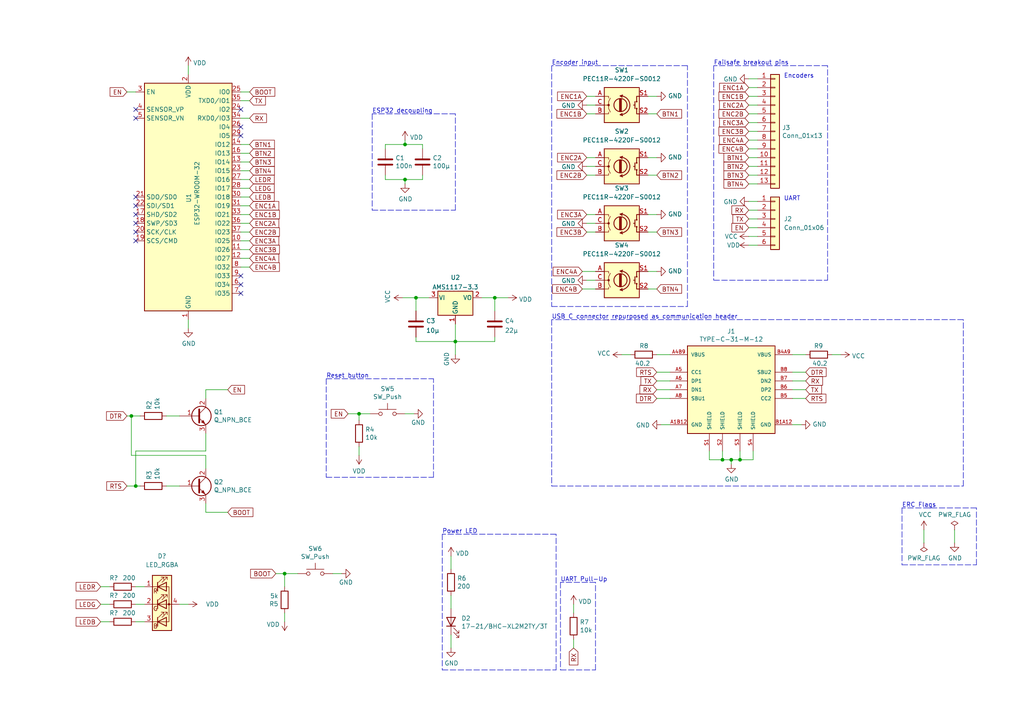
<source format=kicad_sch>
(kicad_sch (version 20211123) (generator eeschema)

  (uuid 98acd83f-4dce-487c-abdd-74c105628a17)

  (paper "A4")

  (title_block
    (title "LightControl Console")
    (date "2021-08-10")
    (rev "v00")
    (comment 4 "Author: GHOSCHT")
  )

  (lib_symbols
    (symbol "Connector_Generic:Conn_01x06" (pin_names (offset 1.016) hide) (in_bom yes) (on_board yes)
      (property "Reference" "J" (id 0) (at 0 7.62 0)
        (effects (font (size 1.27 1.27)))
      )
      (property "Value" "Conn_01x06" (id 1) (at 0 -10.16 0)
        (effects (font (size 1.27 1.27)))
      )
      (property "Footprint" "" (id 2) (at 0 0 0)
        (effects (font (size 1.27 1.27)) hide)
      )
      (property "Datasheet" "~" (id 3) (at 0 0 0)
        (effects (font (size 1.27 1.27)) hide)
      )
      (property "ki_keywords" "connector" (id 4) (at 0 0 0)
        (effects (font (size 1.27 1.27)) hide)
      )
      (property "ki_description" "Generic connector, single row, 01x06, script generated (kicad-library-utils/schlib/autogen/connector/)" (id 5) (at 0 0 0)
        (effects (font (size 1.27 1.27)) hide)
      )
      (property "ki_fp_filters" "Connector*:*_1x??_*" (id 6) (at 0 0 0)
        (effects (font (size 1.27 1.27)) hide)
      )
      (symbol "Conn_01x06_1_1"
        (rectangle (start -1.27 -7.493) (end 0 -7.747)
          (stroke (width 0.1524) (type default) (color 0 0 0 0))
          (fill (type none))
        )
        (rectangle (start -1.27 -4.953) (end 0 -5.207)
          (stroke (width 0.1524) (type default) (color 0 0 0 0))
          (fill (type none))
        )
        (rectangle (start -1.27 -2.413) (end 0 -2.667)
          (stroke (width 0.1524) (type default) (color 0 0 0 0))
          (fill (type none))
        )
        (rectangle (start -1.27 0.127) (end 0 -0.127)
          (stroke (width 0.1524) (type default) (color 0 0 0 0))
          (fill (type none))
        )
        (rectangle (start -1.27 2.667) (end 0 2.413)
          (stroke (width 0.1524) (type default) (color 0 0 0 0))
          (fill (type none))
        )
        (rectangle (start -1.27 5.207) (end 0 4.953)
          (stroke (width 0.1524) (type default) (color 0 0 0 0))
          (fill (type none))
        )
        (rectangle (start -1.27 6.35) (end 1.27 -8.89)
          (stroke (width 0.254) (type default) (color 0 0 0 0))
          (fill (type background))
        )
        (pin passive line (at -5.08 5.08 0) (length 3.81)
          (name "Pin_1" (effects (font (size 1.27 1.27))))
          (number "1" (effects (font (size 1.27 1.27))))
        )
        (pin passive line (at -5.08 2.54 0) (length 3.81)
          (name "Pin_2" (effects (font (size 1.27 1.27))))
          (number "2" (effects (font (size 1.27 1.27))))
        )
        (pin passive line (at -5.08 0 0) (length 3.81)
          (name "Pin_3" (effects (font (size 1.27 1.27))))
          (number "3" (effects (font (size 1.27 1.27))))
        )
        (pin passive line (at -5.08 -2.54 0) (length 3.81)
          (name "Pin_4" (effects (font (size 1.27 1.27))))
          (number "4" (effects (font (size 1.27 1.27))))
        )
        (pin passive line (at -5.08 -5.08 0) (length 3.81)
          (name "Pin_5" (effects (font (size 1.27 1.27))))
          (number "5" (effects (font (size 1.27 1.27))))
        )
        (pin passive line (at -5.08 -7.62 0) (length 3.81)
          (name "Pin_6" (effects (font (size 1.27 1.27))))
          (number "6" (effects (font (size 1.27 1.27))))
        )
      )
    )
    (symbol "Connector_Generic:Conn_01x13" (pin_names (offset 1.016) hide) (in_bom yes) (on_board yes)
      (property "Reference" "J" (id 0) (at 0 17.78 0)
        (effects (font (size 1.27 1.27)))
      )
      (property "Value" "Conn_01x13" (id 1) (at 0 -17.78 0)
        (effects (font (size 1.27 1.27)))
      )
      (property "Footprint" "" (id 2) (at 0 0 0)
        (effects (font (size 1.27 1.27)) hide)
      )
      (property "Datasheet" "~" (id 3) (at 0 0 0)
        (effects (font (size 1.27 1.27)) hide)
      )
      (property "ki_keywords" "connector" (id 4) (at 0 0 0)
        (effects (font (size 1.27 1.27)) hide)
      )
      (property "ki_description" "Generic connector, single row, 01x13, script generated (kicad-library-utils/schlib/autogen/connector/)" (id 5) (at 0 0 0)
        (effects (font (size 1.27 1.27)) hide)
      )
      (property "ki_fp_filters" "Connector*:*_1x??_*" (id 6) (at 0 0 0)
        (effects (font (size 1.27 1.27)) hide)
      )
      (symbol "Conn_01x13_1_1"
        (rectangle (start -1.27 -15.113) (end 0 -15.367)
          (stroke (width 0.1524) (type default) (color 0 0 0 0))
          (fill (type none))
        )
        (rectangle (start -1.27 -12.573) (end 0 -12.827)
          (stroke (width 0.1524) (type default) (color 0 0 0 0))
          (fill (type none))
        )
        (rectangle (start -1.27 -10.033) (end 0 -10.287)
          (stroke (width 0.1524) (type default) (color 0 0 0 0))
          (fill (type none))
        )
        (rectangle (start -1.27 -7.493) (end 0 -7.747)
          (stroke (width 0.1524) (type default) (color 0 0 0 0))
          (fill (type none))
        )
        (rectangle (start -1.27 -4.953) (end 0 -5.207)
          (stroke (width 0.1524) (type default) (color 0 0 0 0))
          (fill (type none))
        )
        (rectangle (start -1.27 -2.413) (end 0 -2.667)
          (stroke (width 0.1524) (type default) (color 0 0 0 0))
          (fill (type none))
        )
        (rectangle (start -1.27 0.127) (end 0 -0.127)
          (stroke (width 0.1524) (type default) (color 0 0 0 0))
          (fill (type none))
        )
        (rectangle (start -1.27 2.667) (end 0 2.413)
          (stroke (width 0.1524) (type default) (color 0 0 0 0))
          (fill (type none))
        )
        (rectangle (start -1.27 5.207) (end 0 4.953)
          (stroke (width 0.1524) (type default) (color 0 0 0 0))
          (fill (type none))
        )
        (rectangle (start -1.27 7.747) (end 0 7.493)
          (stroke (width 0.1524) (type default) (color 0 0 0 0))
          (fill (type none))
        )
        (rectangle (start -1.27 10.287) (end 0 10.033)
          (stroke (width 0.1524) (type default) (color 0 0 0 0))
          (fill (type none))
        )
        (rectangle (start -1.27 12.827) (end 0 12.573)
          (stroke (width 0.1524) (type default) (color 0 0 0 0))
          (fill (type none))
        )
        (rectangle (start -1.27 15.367) (end 0 15.113)
          (stroke (width 0.1524) (type default) (color 0 0 0 0))
          (fill (type none))
        )
        (rectangle (start -1.27 16.51) (end 1.27 -16.51)
          (stroke (width 0.254) (type default) (color 0 0 0 0))
          (fill (type background))
        )
        (pin passive line (at -5.08 15.24 0) (length 3.81)
          (name "Pin_1" (effects (font (size 1.27 1.27))))
          (number "1" (effects (font (size 1.27 1.27))))
        )
        (pin passive line (at -5.08 -7.62 0) (length 3.81)
          (name "Pin_10" (effects (font (size 1.27 1.27))))
          (number "10" (effects (font (size 1.27 1.27))))
        )
        (pin passive line (at -5.08 -10.16 0) (length 3.81)
          (name "Pin_11" (effects (font (size 1.27 1.27))))
          (number "11" (effects (font (size 1.27 1.27))))
        )
        (pin passive line (at -5.08 -12.7 0) (length 3.81)
          (name "Pin_12" (effects (font (size 1.27 1.27))))
          (number "12" (effects (font (size 1.27 1.27))))
        )
        (pin passive line (at -5.08 -15.24 0) (length 3.81)
          (name "Pin_13" (effects (font (size 1.27 1.27))))
          (number "13" (effects (font (size 1.27 1.27))))
        )
        (pin passive line (at -5.08 12.7 0) (length 3.81)
          (name "Pin_2" (effects (font (size 1.27 1.27))))
          (number "2" (effects (font (size 1.27 1.27))))
        )
        (pin passive line (at -5.08 10.16 0) (length 3.81)
          (name "Pin_3" (effects (font (size 1.27 1.27))))
          (number "3" (effects (font (size 1.27 1.27))))
        )
        (pin passive line (at -5.08 7.62 0) (length 3.81)
          (name "Pin_4" (effects (font (size 1.27 1.27))))
          (number "4" (effects (font (size 1.27 1.27))))
        )
        (pin passive line (at -5.08 5.08 0) (length 3.81)
          (name "Pin_5" (effects (font (size 1.27 1.27))))
          (number "5" (effects (font (size 1.27 1.27))))
        )
        (pin passive line (at -5.08 2.54 0) (length 3.81)
          (name "Pin_6" (effects (font (size 1.27 1.27))))
          (number "6" (effects (font (size 1.27 1.27))))
        )
        (pin passive line (at -5.08 0 0) (length 3.81)
          (name "Pin_7" (effects (font (size 1.27 1.27))))
          (number "7" (effects (font (size 1.27 1.27))))
        )
        (pin passive line (at -5.08 -2.54 0) (length 3.81)
          (name "Pin_8" (effects (font (size 1.27 1.27))))
          (number "8" (effects (font (size 1.27 1.27))))
        )
        (pin passive line (at -5.08 -5.08 0) (length 3.81)
          (name "Pin_9" (effects (font (size 1.27 1.27))))
          (number "9" (effects (font (size 1.27 1.27))))
        )
      )
    )
    (symbol "Device:C" (pin_numbers hide) (pin_names (offset 0.254)) (in_bom yes) (on_board yes)
      (property "Reference" "C" (id 0) (at 0.635 2.54 0)
        (effects (font (size 1.27 1.27)) (justify left))
      )
      (property "Value" "C" (id 1) (at 0.635 -2.54 0)
        (effects (font (size 1.27 1.27)) (justify left))
      )
      (property "Footprint" "" (id 2) (at 0.9652 -3.81 0)
        (effects (font (size 1.27 1.27)) hide)
      )
      (property "Datasheet" "~" (id 3) (at 0 0 0)
        (effects (font (size 1.27 1.27)) hide)
      )
      (property "ki_keywords" "cap capacitor" (id 4) (at 0 0 0)
        (effects (font (size 1.27 1.27)) hide)
      )
      (property "ki_description" "Unpolarized capacitor" (id 5) (at 0 0 0)
        (effects (font (size 1.27 1.27)) hide)
      )
      (property "ki_fp_filters" "C_*" (id 6) (at 0 0 0)
        (effects (font (size 1.27 1.27)) hide)
      )
      (symbol "C_0_1"
        (polyline
          (pts
            (xy -2.032 -0.762)
            (xy 2.032 -0.762)
          )
          (stroke (width 0.508) (type default) (color 0 0 0 0))
          (fill (type none))
        )
        (polyline
          (pts
            (xy -2.032 0.762)
            (xy 2.032 0.762)
          )
          (stroke (width 0.508) (type default) (color 0 0 0 0))
          (fill (type none))
        )
      )
      (symbol "C_1_1"
        (pin passive line (at 0 3.81 270) (length 2.794)
          (name "~" (effects (font (size 1.27 1.27))))
          (number "1" (effects (font (size 1.27 1.27))))
        )
        (pin passive line (at 0 -3.81 90) (length 2.794)
          (name "~" (effects (font (size 1.27 1.27))))
          (number "2" (effects (font (size 1.27 1.27))))
        )
      )
    )
    (symbol "Device:LED" (pin_numbers hide) (pin_names (offset 1.016) hide) (in_bom yes) (on_board yes)
      (property "Reference" "D" (id 0) (at 0 2.54 0)
        (effects (font (size 1.27 1.27)))
      )
      (property "Value" "LED" (id 1) (at 0 -2.54 0)
        (effects (font (size 1.27 1.27)))
      )
      (property "Footprint" "" (id 2) (at 0 0 0)
        (effects (font (size 1.27 1.27)) hide)
      )
      (property "Datasheet" "~" (id 3) (at 0 0 0)
        (effects (font (size 1.27 1.27)) hide)
      )
      (property "ki_keywords" "LED diode" (id 4) (at 0 0 0)
        (effects (font (size 1.27 1.27)) hide)
      )
      (property "ki_description" "Light emitting diode" (id 5) (at 0 0 0)
        (effects (font (size 1.27 1.27)) hide)
      )
      (property "ki_fp_filters" "LED* LED_SMD:* LED_THT:*" (id 6) (at 0 0 0)
        (effects (font (size 1.27 1.27)) hide)
      )
      (symbol "LED_0_1"
        (polyline
          (pts
            (xy -1.27 -1.27)
            (xy -1.27 1.27)
          )
          (stroke (width 0.254) (type default) (color 0 0 0 0))
          (fill (type none))
        )
        (polyline
          (pts
            (xy -1.27 0)
            (xy 1.27 0)
          )
          (stroke (width 0) (type default) (color 0 0 0 0))
          (fill (type none))
        )
        (polyline
          (pts
            (xy 1.27 -1.27)
            (xy 1.27 1.27)
            (xy -1.27 0)
            (xy 1.27 -1.27)
          )
          (stroke (width 0.254) (type default) (color 0 0 0 0))
          (fill (type none))
        )
        (polyline
          (pts
            (xy -3.048 -0.762)
            (xy -4.572 -2.286)
            (xy -3.81 -2.286)
            (xy -4.572 -2.286)
            (xy -4.572 -1.524)
          )
          (stroke (width 0) (type default) (color 0 0 0 0))
          (fill (type none))
        )
        (polyline
          (pts
            (xy -1.778 -0.762)
            (xy -3.302 -2.286)
            (xy -2.54 -2.286)
            (xy -3.302 -2.286)
            (xy -3.302 -1.524)
          )
          (stroke (width 0) (type default) (color 0 0 0 0))
          (fill (type none))
        )
      )
      (symbol "LED_1_1"
        (pin passive line (at -3.81 0 0) (length 2.54)
          (name "K" (effects (font (size 1.27 1.27))))
          (number "1" (effects (font (size 1.27 1.27))))
        )
        (pin passive line (at 3.81 0 180) (length 2.54)
          (name "A" (effects (font (size 1.27 1.27))))
          (number "2" (effects (font (size 1.27 1.27))))
        )
      )
    )
    (symbol "Device:LED_RGBA" (pin_names (offset 0) hide) (in_bom yes) (on_board yes)
      (property "Reference" "D" (id 0) (at 0 9.398 0)
        (effects (font (size 1.27 1.27)))
      )
      (property "Value" "LED_RGBA" (id 1) (at 0 -8.89 0)
        (effects (font (size 1.27 1.27)))
      )
      (property "Footprint" "" (id 2) (at 0 -1.27 0)
        (effects (font (size 1.27 1.27)) hide)
      )
      (property "Datasheet" "~" (id 3) (at 0 -1.27 0)
        (effects (font (size 1.27 1.27)) hide)
      )
      (property "ki_keywords" "LED RGB diode" (id 4) (at 0 0 0)
        (effects (font (size 1.27 1.27)) hide)
      )
      (property "ki_description" "RGB LED, red/green/blue/anode" (id 5) (at 0 0 0)
        (effects (font (size 1.27 1.27)) hide)
      )
      (property "ki_fp_filters" "LED* LED_SMD:* LED_THT:*" (id 6) (at 0 0 0)
        (effects (font (size 1.27 1.27)) hide)
      )
      (symbol "LED_RGBA_0_0"
        (text "B" (at -1.905 -6.35 0)
          (effects (font (size 1.27 1.27)))
        )
        (text "G" (at -1.905 -1.27 0)
          (effects (font (size 1.27 1.27)))
        )
        (text "R" (at -1.905 3.81 0)
          (effects (font (size 1.27 1.27)))
        )
      )
      (symbol "LED_RGBA_0_1"
        (polyline
          (pts
            (xy -1.27 -5.08)
            (xy -2.54 -5.08)
          )
          (stroke (width 0) (type default) (color 0 0 0 0))
          (fill (type none))
        )
        (polyline
          (pts
            (xy -1.27 -5.08)
            (xy 1.27 -5.08)
          )
          (stroke (width 0) (type default) (color 0 0 0 0))
          (fill (type none))
        )
        (polyline
          (pts
            (xy -1.27 -3.81)
            (xy -1.27 -6.35)
          )
          (stroke (width 0.254) (type default) (color 0 0 0 0))
          (fill (type none))
        )
        (polyline
          (pts
            (xy -1.27 0)
            (xy -2.54 0)
          )
          (stroke (width 0) (type default) (color 0 0 0 0))
          (fill (type none))
        )
        (polyline
          (pts
            (xy -1.27 1.27)
            (xy -1.27 -1.27)
          )
          (stroke (width 0.254) (type default) (color 0 0 0 0))
          (fill (type none))
        )
        (polyline
          (pts
            (xy -1.27 5.08)
            (xy -2.54 5.08)
          )
          (stroke (width 0) (type default) (color 0 0 0 0))
          (fill (type none))
        )
        (polyline
          (pts
            (xy -1.27 5.08)
            (xy 1.27 5.08)
          )
          (stroke (width 0) (type default) (color 0 0 0 0))
          (fill (type none))
        )
        (polyline
          (pts
            (xy -1.27 6.35)
            (xy -1.27 3.81)
          )
          (stroke (width 0.254) (type default) (color 0 0 0 0))
          (fill (type none))
        )
        (polyline
          (pts
            (xy 1.27 0)
            (xy -1.27 0)
          )
          (stroke (width 0) (type default) (color 0 0 0 0))
          (fill (type none))
        )
        (polyline
          (pts
            (xy 1.27 0)
            (xy 2.54 0)
          )
          (stroke (width 0) (type default) (color 0 0 0 0))
          (fill (type none))
        )
        (polyline
          (pts
            (xy -1.27 1.27)
            (xy -1.27 -1.27)
            (xy -1.27 -1.27)
          )
          (stroke (width 0) (type default) (color 0 0 0 0))
          (fill (type none))
        )
        (polyline
          (pts
            (xy -1.27 6.35)
            (xy -1.27 3.81)
            (xy -1.27 3.81)
          )
          (stroke (width 0) (type default) (color 0 0 0 0))
          (fill (type none))
        )
        (polyline
          (pts
            (xy 1.27 -5.08)
            (xy 2.032 -5.08)
            (xy 2.032 5.08)
            (xy 1.27 5.08)
          )
          (stroke (width 0) (type default) (color 0 0 0 0))
          (fill (type none))
        )
        (polyline
          (pts
            (xy 1.27 -3.81)
            (xy 1.27 -6.35)
            (xy -1.27 -5.08)
            (xy 1.27 -3.81)
          )
          (stroke (width 0.254) (type default) (color 0 0 0 0))
          (fill (type none))
        )
        (polyline
          (pts
            (xy 1.27 1.27)
            (xy 1.27 -1.27)
            (xy -1.27 0)
            (xy 1.27 1.27)
          )
          (stroke (width 0.254) (type default) (color 0 0 0 0))
          (fill (type none))
        )
        (polyline
          (pts
            (xy 1.27 6.35)
            (xy 1.27 3.81)
            (xy -1.27 5.08)
            (xy 1.27 6.35)
          )
          (stroke (width 0.254) (type default) (color 0 0 0 0))
          (fill (type none))
        )
        (polyline
          (pts
            (xy -1.016 -3.81)
            (xy 0.508 -2.286)
            (xy -0.254 -2.286)
            (xy 0.508 -2.286)
            (xy 0.508 -3.048)
          )
          (stroke (width 0) (type default) (color 0 0 0 0))
          (fill (type none))
        )
        (polyline
          (pts
            (xy -1.016 1.27)
            (xy 0.508 2.794)
            (xy -0.254 2.794)
            (xy 0.508 2.794)
            (xy 0.508 2.032)
          )
          (stroke (width 0) (type default) (color 0 0 0 0))
          (fill (type none))
        )
        (polyline
          (pts
            (xy -1.016 6.35)
            (xy 0.508 7.874)
            (xy -0.254 7.874)
            (xy 0.508 7.874)
            (xy 0.508 7.112)
          )
          (stroke (width 0) (type default) (color 0 0 0 0))
          (fill (type none))
        )
        (polyline
          (pts
            (xy 0 -3.81)
            (xy 1.524 -2.286)
            (xy 0.762 -2.286)
            (xy 1.524 -2.286)
            (xy 1.524 -3.048)
          )
          (stroke (width 0) (type default) (color 0 0 0 0))
          (fill (type none))
        )
        (polyline
          (pts
            (xy 0 1.27)
            (xy 1.524 2.794)
            (xy 0.762 2.794)
            (xy 1.524 2.794)
            (xy 1.524 2.032)
          )
          (stroke (width 0) (type default) (color 0 0 0 0))
          (fill (type none))
        )
        (polyline
          (pts
            (xy 0 6.35)
            (xy 1.524 7.874)
            (xy 0.762 7.874)
            (xy 1.524 7.874)
            (xy 1.524 7.112)
          )
          (stroke (width 0) (type default) (color 0 0 0 0))
          (fill (type none))
        )
        (rectangle (start 1.27 -1.27) (end 1.27 1.27)
          (stroke (width 0) (type default) (color 0 0 0 0))
          (fill (type none))
        )
        (rectangle (start 1.27 1.27) (end 1.27 1.27)
          (stroke (width 0) (type default) (color 0 0 0 0))
          (fill (type none))
        )
        (rectangle (start 1.27 3.81) (end 1.27 6.35)
          (stroke (width 0) (type default) (color 0 0 0 0))
          (fill (type none))
        )
        (rectangle (start 1.27 6.35) (end 1.27 6.35)
          (stroke (width 0) (type default) (color 0 0 0 0))
          (fill (type none))
        )
        (circle (center 2.032 0) (radius 0.254)
          (stroke (width 0) (type default) (color 0 0 0 0))
          (fill (type outline))
        )
        (rectangle (start 2.794 8.382) (end -2.794 -7.62)
          (stroke (width 0.254) (type default) (color 0 0 0 0))
          (fill (type background))
        )
      )
      (symbol "LED_RGBA_1_1"
        (pin passive line (at -5.08 5.08 0) (length 2.54)
          (name "RK" (effects (font (size 1.27 1.27))))
          (number "1" (effects (font (size 1.27 1.27))))
        )
        (pin passive line (at -5.08 0 0) (length 2.54)
          (name "GK" (effects (font (size 1.27 1.27))))
          (number "2" (effects (font (size 1.27 1.27))))
        )
        (pin passive line (at -5.08 -5.08 0) (length 2.54)
          (name "BK" (effects (font (size 1.27 1.27))))
          (number "3" (effects (font (size 1.27 1.27))))
        )
        (pin passive line (at 5.08 0 180) (length 2.54)
          (name "A" (effects (font (size 1.27 1.27))))
          (number "4" (effects (font (size 1.27 1.27))))
        )
      )
    )
    (symbol "Device:Q_NPN_BCE" (pin_names (offset 0) hide) (in_bom yes) (on_board yes)
      (property "Reference" "Q" (id 0) (at 5.08 1.27 0)
        (effects (font (size 1.27 1.27)) (justify left))
      )
      (property "Value" "Q_NPN_BCE" (id 1) (at 5.08 -1.27 0)
        (effects (font (size 1.27 1.27)) (justify left))
      )
      (property "Footprint" "" (id 2) (at 5.08 2.54 0)
        (effects (font (size 1.27 1.27)) hide)
      )
      (property "Datasheet" "~" (id 3) (at 0 0 0)
        (effects (font (size 1.27 1.27)) hide)
      )
      (property "ki_keywords" "transistor NPN" (id 4) (at 0 0 0)
        (effects (font (size 1.27 1.27)) hide)
      )
      (property "ki_description" "NPN transistor, base/collector/emitter" (id 5) (at 0 0 0)
        (effects (font (size 1.27 1.27)) hide)
      )
      (symbol "Q_NPN_BCE_0_1"
        (polyline
          (pts
            (xy 0.635 0.635)
            (xy 2.54 2.54)
          )
          (stroke (width 0) (type default) (color 0 0 0 0))
          (fill (type none))
        )
        (polyline
          (pts
            (xy 0.635 -0.635)
            (xy 2.54 -2.54)
            (xy 2.54 -2.54)
          )
          (stroke (width 0) (type default) (color 0 0 0 0))
          (fill (type none))
        )
        (polyline
          (pts
            (xy 0.635 1.905)
            (xy 0.635 -1.905)
            (xy 0.635 -1.905)
          )
          (stroke (width 0.508) (type default) (color 0 0 0 0))
          (fill (type none))
        )
        (polyline
          (pts
            (xy 1.27 -1.778)
            (xy 1.778 -1.27)
            (xy 2.286 -2.286)
            (xy 1.27 -1.778)
            (xy 1.27 -1.778)
          )
          (stroke (width 0) (type default) (color 0 0 0 0))
          (fill (type outline))
        )
        (circle (center 1.27 0) (radius 2.8194)
          (stroke (width 0.254) (type default) (color 0 0 0 0))
          (fill (type none))
        )
      )
      (symbol "Q_NPN_BCE_1_1"
        (pin input line (at -5.08 0 0) (length 5.715)
          (name "B" (effects (font (size 1.27 1.27))))
          (number "1" (effects (font (size 1.27 1.27))))
        )
        (pin passive line (at 2.54 5.08 270) (length 2.54)
          (name "C" (effects (font (size 1.27 1.27))))
          (number "2" (effects (font (size 1.27 1.27))))
        )
        (pin passive line (at 2.54 -5.08 90) (length 2.54)
          (name "E" (effects (font (size 1.27 1.27))))
          (number "3" (effects (font (size 1.27 1.27))))
        )
      )
    )
    (symbol "Device:R" (pin_numbers hide) (pin_names (offset 0)) (in_bom yes) (on_board yes)
      (property "Reference" "R" (id 0) (at 2.032 0 90)
        (effects (font (size 1.27 1.27)))
      )
      (property "Value" "R" (id 1) (at 0 0 90)
        (effects (font (size 1.27 1.27)))
      )
      (property "Footprint" "" (id 2) (at -1.778 0 90)
        (effects (font (size 1.27 1.27)) hide)
      )
      (property "Datasheet" "~" (id 3) (at 0 0 0)
        (effects (font (size 1.27 1.27)) hide)
      )
      (property "ki_keywords" "R res resistor" (id 4) (at 0 0 0)
        (effects (font (size 1.27 1.27)) hide)
      )
      (property "ki_description" "Resistor" (id 5) (at 0 0 0)
        (effects (font (size 1.27 1.27)) hide)
      )
      (property "ki_fp_filters" "R_*" (id 6) (at 0 0 0)
        (effects (font (size 1.27 1.27)) hide)
      )
      (symbol "R_0_1"
        (rectangle (start -1.016 -2.54) (end 1.016 2.54)
          (stroke (width 0.254) (type default) (color 0 0 0 0))
          (fill (type none))
        )
      )
      (symbol "R_1_1"
        (pin passive line (at 0 3.81 270) (length 1.27)
          (name "~" (effects (font (size 1.27 1.27))))
          (number "1" (effects (font (size 1.27 1.27))))
        )
        (pin passive line (at 0 -3.81 90) (length 1.27)
          (name "~" (effects (font (size 1.27 1.27))))
          (number "2" (effects (font (size 1.27 1.27))))
        )
      )
    )
    (symbol "Device:RotaryEncoder_Switch" (pin_names (offset 0.254) hide) (in_bom yes) (on_board yes)
      (property "Reference" "SW" (id 0) (at 0 6.604 0)
        (effects (font (size 1.27 1.27)))
      )
      (property "Value" "RotaryEncoder_Switch" (id 1) (at 0 -6.604 0)
        (effects (font (size 1.27 1.27)))
      )
      (property "Footprint" "" (id 2) (at -3.81 4.064 0)
        (effects (font (size 1.27 1.27)) hide)
      )
      (property "Datasheet" "~" (id 3) (at 0 6.604 0)
        (effects (font (size 1.27 1.27)) hide)
      )
      (property "ki_keywords" "rotary switch encoder switch push button" (id 4) (at 0 0 0)
        (effects (font (size 1.27 1.27)) hide)
      )
      (property "ki_description" "Rotary encoder, dual channel, incremental quadrate outputs, with switch" (id 5) (at 0 0 0)
        (effects (font (size 1.27 1.27)) hide)
      )
      (property "ki_fp_filters" "RotaryEncoder*Switch*" (id 6) (at 0 0 0)
        (effects (font (size 1.27 1.27)) hide)
      )
      (symbol "RotaryEncoder_Switch_0_1"
        (rectangle (start -5.08 5.08) (end 5.08 -5.08)
          (stroke (width 0.254) (type default) (color 0 0 0 0))
          (fill (type background))
        )
        (circle (center -3.81 0) (radius 0.254)
          (stroke (width 0) (type default) (color 0 0 0 0))
          (fill (type outline))
        )
        (arc (start -0.381 -2.794) (mid 2.3622 -0.0635) (end -0.381 2.667)
          (stroke (width 0.254) (type default) (color 0 0 0 0))
          (fill (type none))
        )
        (circle (center -0.381 0) (radius 1.905)
          (stroke (width 0.254) (type default) (color 0 0 0 0))
          (fill (type none))
        )
        (polyline
          (pts
            (xy -0.635 -1.778)
            (xy -0.635 1.778)
          )
          (stroke (width 0.254) (type default) (color 0 0 0 0))
          (fill (type none))
        )
        (polyline
          (pts
            (xy -0.381 -1.778)
            (xy -0.381 1.778)
          )
          (stroke (width 0.254) (type default) (color 0 0 0 0))
          (fill (type none))
        )
        (polyline
          (pts
            (xy -0.127 1.778)
            (xy -0.127 -1.778)
          )
          (stroke (width 0.254) (type default) (color 0 0 0 0))
          (fill (type none))
        )
        (polyline
          (pts
            (xy 3.81 0)
            (xy 3.429 0)
          )
          (stroke (width 0.254) (type default) (color 0 0 0 0))
          (fill (type none))
        )
        (polyline
          (pts
            (xy 3.81 1.016)
            (xy 3.81 -1.016)
          )
          (stroke (width 0.254) (type default) (color 0 0 0 0))
          (fill (type none))
        )
        (polyline
          (pts
            (xy -5.08 -2.54)
            (xy -3.81 -2.54)
            (xy -3.81 -2.032)
          )
          (stroke (width 0) (type default) (color 0 0 0 0))
          (fill (type none))
        )
        (polyline
          (pts
            (xy -5.08 2.54)
            (xy -3.81 2.54)
            (xy -3.81 2.032)
          )
          (stroke (width 0) (type default) (color 0 0 0 0))
          (fill (type none))
        )
        (polyline
          (pts
            (xy 0.254 -3.048)
            (xy -0.508 -2.794)
            (xy 0.127 -2.413)
          )
          (stroke (width 0.254) (type default) (color 0 0 0 0))
          (fill (type none))
        )
        (polyline
          (pts
            (xy 0.254 2.921)
            (xy -0.508 2.667)
            (xy 0.127 2.286)
          )
          (stroke (width 0.254) (type default) (color 0 0 0 0))
          (fill (type none))
        )
        (polyline
          (pts
            (xy 5.08 -2.54)
            (xy 4.318 -2.54)
            (xy 4.318 -1.016)
          )
          (stroke (width 0.254) (type default) (color 0 0 0 0))
          (fill (type none))
        )
        (polyline
          (pts
            (xy 5.08 2.54)
            (xy 4.318 2.54)
            (xy 4.318 1.016)
          )
          (stroke (width 0.254) (type default) (color 0 0 0 0))
          (fill (type none))
        )
        (polyline
          (pts
            (xy -5.08 0)
            (xy -3.81 0)
            (xy -3.81 -1.016)
            (xy -3.302 -2.032)
          )
          (stroke (width 0) (type default) (color 0 0 0 0))
          (fill (type none))
        )
        (polyline
          (pts
            (xy -4.318 0)
            (xy -3.81 0)
            (xy -3.81 1.016)
            (xy -3.302 2.032)
          )
          (stroke (width 0) (type default) (color 0 0 0 0))
          (fill (type none))
        )
        (circle (center 4.318 -1.016) (radius 0.127)
          (stroke (width 0.254) (type default) (color 0 0 0 0))
          (fill (type none))
        )
        (circle (center 4.318 1.016) (radius 0.127)
          (stroke (width 0.254) (type default) (color 0 0 0 0))
          (fill (type none))
        )
      )
      (symbol "RotaryEncoder_Switch_1_1"
        (pin passive line (at -7.62 2.54 0) (length 2.54)
          (name "A" (effects (font (size 1.27 1.27))))
          (number "A" (effects (font (size 1.27 1.27))))
        )
        (pin passive line (at -7.62 -2.54 0) (length 2.54)
          (name "B" (effects (font (size 1.27 1.27))))
          (number "B" (effects (font (size 1.27 1.27))))
        )
        (pin passive line (at -7.62 0 0) (length 2.54)
          (name "C" (effects (font (size 1.27 1.27))))
          (number "C" (effects (font (size 1.27 1.27))))
        )
        (pin passive line (at 7.62 2.54 180) (length 2.54)
          (name "S1" (effects (font (size 1.27 1.27))))
          (number "S1" (effects (font (size 1.27 1.27))))
        )
        (pin passive line (at 7.62 -2.54 180) (length 2.54)
          (name "S2" (effects (font (size 1.27 1.27))))
          (number "S2" (effects (font (size 1.27 1.27))))
        )
      )
    )
    (symbol "RF_Module:ESP32-WROOM-32" (in_bom yes) (on_board yes)
      (property "Reference" "U" (id 0) (at -12.7 34.29 0)
        (effects (font (size 1.27 1.27)) (justify left))
      )
      (property "Value" "ESP32-WROOM-32" (id 1) (at 1.27 34.29 0)
        (effects (font (size 1.27 1.27)) (justify left))
      )
      (property "Footprint" "RF_Module:ESP32-WROOM-32" (id 2) (at 0 -38.1 0)
        (effects (font (size 1.27 1.27)) hide)
      )
      (property "Datasheet" "https://www.espressif.com/sites/default/files/documentation/esp32-wroom-32_datasheet_en.pdf" (id 3) (at -7.62 1.27 0)
        (effects (font (size 1.27 1.27)) hide)
      )
      (property "ki_keywords" "RF Radio BT ESP ESP32 Espressif onboard PCB antenna" (id 4) (at 0 0 0)
        (effects (font (size 1.27 1.27)) hide)
      )
      (property "ki_description" "RF Module, ESP32-D0WDQ6 SoC, Wi-Fi 802.11b/g/n, Bluetooth, BLE, 32-bit, 2.7-3.6V, onboard antenna, SMD" (id 5) (at 0 0 0)
        (effects (font (size 1.27 1.27)) hide)
      )
      (property "ki_fp_filters" "ESP32?WROOM?32*" (id 6) (at 0 0 0)
        (effects (font (size 1.27 1.27)) hide)
      )
      (symbol "ESP32-WROOM-32_0_1"
        (rectangle (start -12.7 33.02) (end 12.7 -33.02)
          (stroke (width 0.254) (type default) (color 0 0 0 0))
          (fill (type background))
        )
      )
      (symbol "ESP32-WROOM-32_1_1"
        (pin power_in line (at 0 -35.56 90) (length 2.54)
          (name "GND" (effects (font (size 1.27 1.27))))
          (number "1" (effects (font (size 1.27 1.27))))
        )
        (pin bidirectional line (at 15.24 -12.7 180) (length 2.54)
          (name "IO25" (effects (font (size 1.27 1.27))))
          (number "10" (effects (font (size 1.27 1.27))))
        )
        (pin bidirectional line (at 15.24 -15.24 180) (length 2.54)
          (name "IO26" (effects (font (size 1.27 1.27))))
          (number "11" (effects (font (size 1.27 1.27))))
        )
        (pin bidirectional line (at 15.24 -17.78 180) (length 2.54)
          (name "IO27" (effects (font (size 1.27 1.27))))
          (number "12" (effects (font (size 1.27 1.27))))
        )
        (pin bidirectional line (at 15.24 10.16 180) (length 2.54)
          (name "IO14" (effects (font (size 1.27 1.27))))
          (number "13" (effects (font (size 1.27 1.27))))
        )
        (pin bidirectional line (at 15.24 15.24 180) (length 2.54)
          (name "IO12" (effects (font (size 1.27 1.27))))
          (number "14" (effects (font (size 1.27 1.27))))
        )
        (pin passive line (at 0 -35.56 90) (length 2.54) hide
          (name "GND" (effects (font (size 1.27 1.27))))
          (number "15" (effects (font (size 1.27 1.27))))
        )
        (pin bidirectional line (at 15.24 12.7 180) (length 2.54)
          (name "IO13" (effects (font (size 1.27 1.27))))
          (number "16" (effects (font (size 1.27 1.27))))
        )
        (pin bidirectional line (at -15.24 -5.08 0) (length 2.54)
          (name "SHD/SD2" (effects (font (size 1.27 1.27))))
          (number "17" (effects (font (size 1.27 1.27))))
        )
        (pin bidirectional line (at -15.24 -7.62 0) (length 2.54)
          (name "SWP/SD3" (effects (font (size 1.27 1.27))))
          (number "18" (effects (font (size 1.27 1.27))))
        )
        (pin bidirectional line (at -15.24 -12.7 0) (length 2.54)
          (name "SCS/CMD" (effects (font (size 1.27 1.27))))
          (number "19" (effects (font (size 1.27 1.27))))
        )
        (pin power_in line (at 0 35.56 270) (length 2.54)
          (name "VDD" (effects (font (size 1.27 1.27))))
          (number "2" (effects (font (size 1.27 1.27))))
        )
        (pin bidirectional line (at -15.24 -10.16 0) (length 2.54)
          (name "SCK/CLK" (effects (font (size 1.27 1.27))))
          (number "20" (effects (font (size 1.27 1.27))))
        )
        (pin bidirectional line (at -15.24 0 0) (length 2.54)
          (name "SDO/SD0" (effects (font (size 1.27 1.27))))
          (number "21" (effects (font (size 1.27 1.27))))
        )
        (pin bidirectional line (at -15.24 -2.54 0) (length 2.54)
          (name "SDI/SD1" (effects (font (size 1.27 1.27))))
          (number "22" (effects (font (size 1.27 1.27))))
        )
        (pin bidirectional line (at 15.24 7.62 180) (length 2.54)
          (name "IO15" (effects (font (size 1.27 1.27))))
          (number "23" (effects (font (size 1.27 1.27))))
        )
        (pin bidirectional line (at 15.24 25.4 180) (length 2.54)
          (name "IO2" (effects (font (size 1.27 1.27))))
          (number "24" (effects (font (size 1.27 1.27))))
        )
        (pin bidirectional line (at 15.24 30.48 180) (length 2.54)
          (name "IO0" (effects (font (size 1.27 1.27))))
          (number "25" (effects (font (size 1.27 1.27))))
        )
        (pin bidirectional line (at 15.24 20.32 180) (length 2.54)
          (name "IO4" (effects (font (size 1.27 1.27))))
          (number "26" (effects (font (size 1.27 1.27))))
        )
        (pin bidirectional line (at 15.24 5.08 180) (length 2.54)
          (name "IO16" (effects (font (size 1.27 1.27))))
          (number "27" (effects (font (size 1.27 1.27))))
        )
        (pin bidirectional line (at 15.24 2.54 180) (length 2.54)
          (name "IO17" (effects (font (size 1.27 1.27))))
          (number "28" (effects (font (size 1.27 1.27))))
        )
        (pin bidirectional line (at 15.24 17.78 180) (length 2.54)
          (name "IO5" (effects (font (size 1.27 1.27))))
          (number "29" (effects (font (size 1.27 1.27))))
        )
        (pin input line (at -15.24 30.48 0) (length 2.54)
          (name "EN" (effects (font (size 1.27 1.27))))
          (number "3" (effects (font (size 1.27 1.27))))
        )
        (pin bidirectional line (at 15.24 0 180) (length 2.54)
          (name "IO18" (effects (font (size 1.27 1.27))))
          (number "30" (effects (font (size 1.27 1.27))))
        )
        (pin bidirectional line (at 15.24 -2.54 180) (length 2.54)
          (name "IO19" (effects (font (size 1.27 1.27))))
          (number "31" (effects (font (size 1.27 1.27))))
        )
        (pin no_connect line (at -12.7 -27.94 0) (length 2.54) hide
          (name "NC" (effects (font (size 1.27 1.27))))
          (number "32" (effects (font (size 1.27 1.27))))
        )
        (pin bidirectional line (at 15.24 -5.08 180) (length 2.54)
          (name "IO21" (effects (font (size 1.27 1.27))))
          (number "33" (effects (font (size 1.27 1.27))))
        )
        (pin bidirectional line (at 15.24 22.86 180) (length 2.54)
          (name "RXD0/IO3" (effects (font (size 1.27 1.27))))
          (number "34" (effects (font (size 1.27 1.27))))
        )
        (pin bidirectional line (at 15.24 27.94 180) (length 2.54)
          (name "TXD0/IO1" (effects (font (size 1.27 1.27))))
          (number "35" (effects (font (size 1.27 1.27))))
        )
        (pin bidirectional line (at 15.24 -7.62 180) (length 2.54)
          (name "IO22" (effects (font (size 1.27 1.27))))
          (number "36" (effects (font (size 1.27 1.27))))
        )
        (pin bidirectional line (at 15.24 -10.16 180) (length 2.54)
          (name "IO23" (effects (font (size 1.27 1.27))))
          (number "37" (effects (font (size 1.27 1.27))))
        )
        (pin passive line (at 0 -35.56 90) (length 2.54) hide
          (name "GND" (effects (font (size 1.27 1.27))))
          (number "38" (effects (font (size 1.27 1.27))))
        )
        (pin passive line (at 0 -35.56 90) (length 2.54) hide
          (name "GND" (effects (font (size 1.27 1.27))))
          (number "39" (effects (font (size 1.27 1.27))))
        )
        (pin input line (at -15.24 25.4 0) (length 2.54)
          (name "SENSOR_VP" (effects (font (size 1.27 1.27))))
          (number "4" (effects (font (size 1.27 1.27))))
        )
        (pin input line (at -15.24 22.86 0) (length 2.54)
          (name "SENSOR_VN" (effects (font (size 1.27 1.27))))
          (number "5" (effects (font (size 1.27 1.27))))
        )
        (pin input line (at 15.24 -25.4 180) (length 2.54)
          (name "IO34" (effects (font (size 1.27 1.27))))
          (number "6" (effects (font (size 1.27 1.27))))
        )
        (pin input line (at 15.24 -27.94 180) (length 2.54)
          (name "IO35" (effects (font (size 1.27 1.27))))
          (number "7" (effects (font (size 1.27 1.27))))
        )
        (pin bidirectional line (at 15.24 -20.32 180) (length 2.54)
          (name "IO32" (effects (font (size 1.27 1.27))))
          (number "8" (effects (font (size 1.27 1.27))))
        )
        (pin bidirectional line (at 15.24 -22.86 180) (length 2.54)
          (name "IO33" (effects (font (size 1.27 1.27))))
          (number "9" (effects (font (size 1.27 1.27))))
        )
      )
    )
    (symbol "Regulator_Linear:AMS1117-3.3" (pin_names (offset 0.254)) (in_bom yes) (on_board yes)
      (property "Reference" "U" (id 0) (at -3.81 3.175 0)
        (effects (font (size 1.27 1.27)))
      )
      (property "Value" "AMS1117-3.3" (id 1) (at 0 3.175 0)
        (effects (font (size 1.27 1.27)) (justify left))
      )
      (property "Footprint" "Package_TO_SOT_SMD:SOT-223-3_TabPin2" (id 2) (at 0 5.08 0)
        (effects (font (size 1.27 1.27)) hide)
      )
      (property "Datasheet" "http://www.advanced-monolithic.com/pdf/ds1117.pdf" (id 3) (at 2.54 -6.35 0)
        (effects (font (size 1.27 1.27)) hide)
      )
      (property "ki_keywords" "linear regulator ldo fixed positive" (id 4) (at 0 0 0)
        (effects (font (size 1.27 1.27)) hide)
      )
      (property "ki_description" "1A Low Dropout regulator, positive, 3.3V fixed output, SOT-223" (id 5) (at 0 0 0)
        (effects (font (size 1.27 1.27)) hide)
      )
      (property "ki_fp_filters" "SOT?223*TabPin2*" (id 6) (at 0 0 0)
        (effects (font (size 1.27 1.27)) hide)
      )
      (symbol "AMS1117-3.3_0_1"
        (rectangle (start -5.08 -5.08) (end 5.08 1.905)
          (stroke (width 0.254) (type default) (color 0 0 0 0))
          (fill (type background))
        )
      )
      (symbol "AMS1117-3.3_1_1"
        (pin power_in line (at 0 -7.62 90) (length 2.54)
          (name "GND" (effects (font (size 1.27 1.27))))
          (number "1" (effects (font (size 1.27 1.27))))
        )
        (pin power_out line (at 7.62 0 180) (length 2.54)
          (name "VO" (effects (font (size 1.27 1.27))))
          (number "2" (effects (font (size 1.27 1.27))))
        )
        (pin power_in line (at -7.62 0 0) (length 2.54)
          (name "VI" (effects (font (size 1.27 1.27))))
          (number "3" (effects (font (size 1.27 1.27))))
        )
      )
    )
    (symbol "Switch:SW_Push" (pin_numbers hide) (pin_names (offset 1.016) hide) (in_bom yes) (on_board yes)
      (property "Reference" "SW" (id 0) (at 1.27 2.54 0)
        (effects (font (size 1.27 1.27)) (justify left))
      )
      (property "Value" "SW_Push" (id 1) (at 0 -1.524 0)
        (effects (font (size 1.27 1.27)))
      )
      (property "Footprint" "" (id 2) (at 0 5.08 0)
        (effects (font (size 1.27 1.27)) hide)
      )
      (property "Datasheet" "~" (id 3) (at 0 5.08 0)
        (effects (font (size 1.27 1.27)) hide)
      )
      (property "ki_keywords" "switch normally-open pushbutton push-button" (id 4) (at 0 0 0)
        (effects (font (size 1.27 1.27)) hide)
      )
      (property "ki_description" "Push button switch, generic, two pins" (id 5) (at 0 0 0)
        (effects (font (size 1.27 1.27)) hide)
      )
      (symbol "SW_Push_0_1"
        (circle (center -2.032 0) (radius 0.508)
          (stroke (width 0) (type default) (color 0 0 0 0))
          (fill (type none))
        )
        (polyline
          (pts
            (xy 0 1.27)
            (xy 0 3.048)
          )
          (stroke (width 0) (type default) (color 0 0 0 0))
          (fill (type none))
        )
        (polyline
          (pts
            (xy 2.54 1.27)
            (xy -2.54 1.27)
          )
          (stroke (width 0) (type default) (color 0 0 0 0))
          (fill (type none))
        )
        (circle (center 2.032 0) (radius 0.508)
          (stroke (width 0) (type default) (color 0 0 0 0))
          (fill (type none))
        )
        (pin passive line (at -5.08 0 0) (length 2.54)
          (name "1" (effects (font (size 1.27 1.27))))
          (number "1" (effects (font (size 1.27 1.27))))
        )
        (pin passive line (at 5.08 0 180) (length 2.54)
          (name "2" (effects (font (size 1.27 1.27))))
          (number "2" (effects (font (size 1.27 1.27))))
        )
      )
    )
    (symbol "TYPE-C-31-M-12:TYPE-C-31-M-12" (pin_names (offset 1.016)) (in_bom yes) (on_board yes)
      (property "Reference" "J" (id 0) (at -1.27 15.24 0)
        (effects (font (size 1.27 1.27)) (justify left bottom))
      )
      (property "Value" "TYPE-C-31-M-12" (id 1) (at -10.16 13.208 0)
        (effects (font (size 1.27 1.27)) (justify left bottom))
      )
      (property "Footprint" "HRO_TYPE-C-31-M-12" (id 2) (at 0 0 0)
        (effects (font (size 1.27 1.27)) (justify left bottom) hide)
      )
      (property "Datasheet" "" (id 3) (at 0 0 0)
        (effects (font (size 1.27 1.27)) (justify left bottom) hide)
      )
      (property "MAXIMUM_PACKAGE_HEIGHT" "3.31mm" (id 4) (at 0 0 0)
        (effects (font (size 1.27 1.27)) (justify left bottom) hide)
      )
      (property "STANDARD" "Manufacturer Recommendations" (id 5) (at 0 0 0)
        (effects (font (size 1.27 1.27)) (justify left bottom) hide)
      )
      (property "PARTREV" "A" (id 6) (at 0 0 0)
        (effects (font (size 1.27 1.27)) (justify left bottom) hide)
      )
      (property "MANUFACTURER" "HRO Electronics" (id 7) (at 0 0 0)
        (effects (font (size 1.27 1.27)) (justify left bottom) hide)
      )
      (property "ki_locked" "" (id 8) (at 0 0 0)
        (effects (font (size 1.27 1.27)))
      )
      (symbol "TYPE-C-31-M-12_0_0"
        (rectangle (start -12.7 -12.7) (end 12.7 12.7)
          (stroke (width 0.254) (type default) (color 0 0 0 0))
          (fill (type background))
        )
        (pin power_in line (at -17.78 -10.16 0) (length 5.08)
          (name "GND" (effects (font (size 1.016 1.016))))
          (number "A1B12" (effects (font (size 1.016 1.016))))
        )
        (pin power_in line (at -17.78 10.16 0) (length 5.08)
          (name "VBUS" (effects (font (size 1.016 1.016))))
          (number "A4B9" (effects (font (size 1.016 1.016))))
        )
        (pin bidirectional line (at -17.78 5.08 0) (length 5.08)
          (name "CC1" (effects (font (size 1.016 1.016))))
          (number "A5" (effects (font (size 1.016 1.016))))
        )
        (pin bidirectional line (at -17.78 2.54 0) (length 5.08)
          (name "DP1" (effects (font (size 1.016 1.016))))
          (number "A6" (effects (font (size 1.016 1.016))))
        )
        (pin bidirectional line (at -17.78 0 0) (length 5.08)
          (name "DN1" (effects (font (size 1.016 1.016))))
          (number "A7" (effects (font (size 1.016 1.016))))
        )
        (pin bidirectional line (at -17.78 -2.54 0) (length 5.08)
          (name "SBU1" (effects (font (size 1.016 1.016))))
          (number "A8" (effects (font (size 1.016 1.016))))
        )
        (pin power_in line (at 17.78 -10.16 180) (length 5.08)
          (name "GND" (effects (font (size 1.016 1.016))))
          (number "B1A12" (effects (font (size 1.016 1.016))))
        )
        (pin power_in line (at 17.78 10.16 180) (length 5.08)
          (name "VBUS" (effects (font (size 1.016 1.016))))
          (number "B4A9" (effects (font (size 1.016 1.016))))
        )
        (pin bidirectional line (at 17.78 -2.54 180) (length 5.08)
          (name "CC2" (effects (font (size 1.016 1.016))))
          (number "B5" (effects (font (size 1.016 1.016))))
        )
        (pin bidirectional line (at 17.78 0 180) (length 5.08)
          (name "DP2" (effects (font (size 1.016 1.016))))
          (number "B6" (effects (font (size 1.016 1.016))))
        )
        (pin bidirectional line (at 17.78 2.54 180) (length 5.08)
          (name "DN2" (effects (font (size 1.016 1.016))))
          (number "B7" (effects (font (size 1.016 1.016))))
        )
        (pin bidirectional line (at 17.78 5.08 180) (length 5.08)
          (name "SBU2" (effects (font (size 1.016 1.016))))
          (number "B8" (effects (font (size 1.016 1.016))))
        )
        (pin passive line (at -6.35 -17.78 90) (length 5.08)
          (name "SHIELD" (effects (font (size 1.016 1.016))))
          (number "S1" (effects (font (size 1.016 1.016))))
        )
        (pin passive line (at -2.54 -17.78 90) (length 5.08)
          (name "SHIELD" (effects (font (size 1.016 1.016))))
          (number "S2" (effects (font (size 1.016 1.016))))
        )
        (pin passive line (at 2.54 -17.78 90) (length 5.08)
          (name "SHIELD" (effects (font (size 1.016 1.016))))
          (number "S3" (effects (font (size 1.016 1.016))))
        )
        (pin passive line (at 6.35 -17.78 90) (length 5.08)
          (name "SHIELD" (effects (font (size 1.016 1.016))))
          (number "S4" (effects (font (size 1.016 1.016))))
        )
      )
    )
    (symbol "power:GND" (power) (pin_names (offset 0)) (in_bom yes) (on_board yes)
      (property "Reference" "#PWR" (id 0) (at 0 -6.35 0)
        (effects (font (size 1.27 1.27)) hide)
      )
      (property "Value" "GND" (id 1) (at 0 -3.81 0)
        (effects (font (size 1.27 1.27)))
      )
      (property "Footprint" "" (id 2) (at 0 0 0)
        (effects (font (size 1.27 1.27)) hide)
      )
      (property "Datasheet" "" (id 3) (at 0 0 0)
        (effects (font (size 1.27 1.27)) hide)
      )
      (property "ki_keywords" "power-flag" (id 4) (at 0 0 0)
        (effects (font (size 1.27 1.27)) hide)
      )
      (property "ki_description" "Power symbol creates a global label with name \"GND\" , ground" (id 5) (at 0 0 0)
        (effects (font (size 1.27 1.27)) hide)
      )
      (symbol "GND_0_1"
        (polyline
          (pts
            (xy 0 0)
            (xy 0 -1.27)
            (xy 1.27 -1.27)
            (xy 0 -2.54)
            (xy -1.27 -1.27)
            (xy 0 -1.27)
          )
          (stroke (width 0) (type default) (color 0 0 0 0))
          (fill (type none))
        )
      )
      (symbol "GND_1_1"
        (pin power_in line (at 0 0 270) (length 0) hide
          (name "GND" (effects (font (size 1.27 1.27))))
          (number "1" (effects (font (size 1.27 1.27))))
        )
      )
    )
    (symbol "power:PWR_FLAG" (power) (pin_numbers hide) (pin_names (offset 0) hide) (in_bom yes) (on_board yes)
      (property "Reference" "#FLG" (id 0) (at 0 1.905 0)
        (effects (font (size 1.27 1.27)) hide)
      )
      (property "Value" "PWR_FLAG" (id 1) (at 0 3.81 0)
        (effects (font (size 1.27 1.27)))
      )
      (property "Footprint" "" (id 2) (at 0 0 0)
        (effects (font (size 1.27 1.27)) hide)
      )
      (property "Datasheet" "~" (id 3) (at 0 0 0)
        (effects (font (size 1.27 1.27)) hide)
      )
      (property "ki_keywords" "power-flag" (id 4) (at 0 0 0)
        (effects (font (size 1.27 1.27)) hide)
      )
      (property "ki_description" "Special symbol for telling ERC where power comes from" (id 5) (at 0 0 0)
        (effects (font (size 1.27 1.27)) hide)
      )
      (symbol "PWR_FLAG_0_0"
        (pin power_out line (at 0 0 90) (length 0)
          (name "pwr" (effects (font (size 1.27 1.27))))
          (number "1" (effects (font (size 1.27 1.27))))
        )
      )
      (symbol "PWR_FLAG_0_1"
        (polyline
          (pts
            (xy 0 0)
            (xy 0 1.27)
            (xy -1.016 1.905)
            (xy 0 2.54)
            (xy 1.016 1.905)
            (xy 0 1.27)
          )
          (stroke (width 0) (type default) (color 0 0 0 0))
          (fill (type none))
        )
      )
    )
    (symbol "power:VCC" (power) (pin_names (offset 0)) (in_bom yes) (on_board yes)
      (property "Reference" "#PWR" (id 0) (at 0 -3.81 0)
        (effects (font (size 1.27 1.27)) hide)
      )
      (property "Value" "VCC" (id 1) (at 0 3.81 0)
        (effects (font (size 1.27 1.27)))
      )
      (property "Footprint" "" (id 2) (at 0 0 0)
        (effects (font (size 1.27 1.27)) hide)
      )
      (property "Datasheet" "" (id 3) (at 0 0 0)
        (effects (font (size 1.27 1.27)) hide)
      )
      (property "ki_keywords" "power-flag" (id 4) (at 0 0 0)
        (effects (font (size 1.27 1.27)) hide)
      )
      (property "ki_description" "Power symbol creates a global label with name \"VCC\"" (id 5) (at 0 0 0)
        (effects (font (size 1.27 1.27)) hide)
      )
      (symbol "VCC_0_1"
        (polyline
          (pts
            (xy -0.762 1.27)
            (xy 0 2.54)
          )
          (stroke (width 0) (type default) (color 0 0 0 0))
          (fill (type none))
        )
        (polyline
          (pts
            (xy 0 0)
            (xy 0 2.54)
          )
          (stroke (width 0) (type default) (color 0 0 0 0))
          (fill (type none))
        )
        (polyline
          (pts
            (xy 0 2.54)
            (xy 0.762 1.27)
          )
          (stroke (width 0) (type default) (color 0 0 0 0))
          (fill (type none))
        )
      )
      (symbol "VCC_1_1"
        (pin power_in line (at 0 0 90) (length 0) hide
          (name "VCC" (effects (font (size 1.27 1.27))))
          (number "1" (effects (font (size 1.27 1.27))))
        )
      )
    )
    (symbol "power:VDD" (power) (pin_names (offset 0)) (in_bom yes) (on_board yes)
      (property "Reference" "#PWR" (id 0) (at 0 -3.81 0)
        (effects (font (size 1.27 1.27)) hide)
      )
      (property "Value" "VDD" (id 1) (at 0 3.81 0)
        (effects (font (size 1.27 1.27)))
      )
      (property "Footprint" "" (id 2) (at 0 0 0)
        (effects (font (size 1.27 1.27)) hide)
      )
      (property "Datasheet" "" (id 3) (at 0 0 0)
        (effects (font (size 1.27 1.27)) hide)
      )
      (property "ki_keywords" "power-flag" (id 4) (at 0 0 0)
        (effects (font (size 1.27 1.27)) hide)
      )
      (property "ki_description" "Power symbol creates a global label with name \"VDD\"" (id 5) (at 0 0 0)
        (effects (font (size 1.27 1.27)) hide)
      )
      (symbol "VDD_0_1"
        (polyline
          (pts
            (xy -0.762 1.27)
            (xy 0 2.54)
          )
          (stroke (width 0) (type default) (color 0 0 0 0))
          (fill (type none))
        )
        (polyline
          (pts
            (xy 0 0)
            (xy 0 2.54)
          )
          (stroke (width 0) (type default) (color 0 0 0 0))
          (fill (type none))
        )
        (polyline
          (pts
            (xy 0 2.54)
            (xy 0.762 1.27)
          )
          (stroke (width 0) (type default) (color 0 0 0 0))
          (fill (type none))
        )
      )
      (symbol "VDD_1_1"
        (pin power_in line (at 0 0 90) (length 0) hide
          (name "VDD" (effects (font (size 1.27 1.27))))
          (number "1" (effects (font (size 1.27 1.27))))
        )
      )
    )
  )

  (junction (at 82.55 166.37) (diameter 0) (color 0 0 0 0)
    (uuid 02b6e651-d384-4f04-84a9-3519ce5127b2)
  )
  (junction (at 104.14 120.015) (diameter 0) (color 0 0 0 0)
    (uuid 19c164af-3718-4d08-96f5-4954d2b0358a)
  )
  (junction (at 143.51 86.36) (diameter 0) (color 0 0 0 0)
    (uuid 1a73b331-918f-4992-9b74-c94781e79349)
  )
  (junction (at 38.1 120.65) (diameter 0) (color 0 0 0 0)
    (uuid 3355c719-b230-4335-b644-39419e869c74)
  )
  (junction (at 117.475 41.91) (diameter 0) (color 0 0 0 0)
    (uuid 34bf004f-da78-469b-9728-3a66aaa3a5ad)
  )
  (junction (at 117.475 52.07) (diameter 0) (color 0 0 0 0)
    (uuid 42283e29-fd28-41f1-adf9-d989a0364d26)
  )
  (junction (at 214.63 133.35) (diameter 0) (color 0 0 0 0)
    (uuid 4774346b-c926-42c1-86c0-3123ea91637b)
  )
  (junction (at 209.55 133.35) (diameter 0) (color 0 0 0 0)
    (uuid 59212164-bb65-4463-9fb7-7fc202060e6d)
  )
  (junction (at 212.09 133.35) (diameter 0) (color 0 0 0 0)
    (uuid 69caeb27-a84f-4005-a955-2a09e462a644)
  )
  (junction (at 120.65 86.36) (diameter 0) (color 0 0 0 0)
    (uuid a1554c7a-bc7c-4bc1-8177-278dc0d40511)
  )
  (junction (at 132.08 99.06) (diameter 0) (color 0 0 0 0)
    (uuid b2b39b97-8e46-46fb-bf24-5dcca57640f3)
  )
  (junction (at 39.37 140.97) (diameter 0) (color 0 0 0 0)
    (uuid e66a30ce-e256-4d3e-a76d-ab7faf5ec518)
  )

  (no_connect (at 39.37 31.75) (uuid 59818e06-d4b9-4bc0-9491-2328afae06df))
  (no_connect (at 39.37 57.15) (uuid 6e344678-e751-4f17-9459-2ae5207f10a9))
  (no_connect (at 39.37 69.85) (uuid 6e7fd5f9-82c0-45ff-a403-c930e84340e2))
  (no_connect (at 39.37 62.23) (uuid 7652fc6c-b756-4138-8981-5b35db1b608c))
  (no_connect (at 39.37 64.77) (uuid 7652fc6c-b756-4138-8981-5b35db1b608c))
  (no_connect (at 69.85 82.55) (uuid 7e159be9-3a94-4464-b137-1a0ac2f6f51f))
  (no_connect (at 69.85 80.01) (uuid 7e159be9-3a94-4464-b137-1a0ac2f6f51f))
  (no_connect (at 69.85 85.09) (uuid 7e159be9-3a94-4464-b137-1a0ac2f6f51f))
  (no_connect (at 69.85 31.75) (uuid 81df9a71-9abf-464f-927d-364ddc97f96b))
  (no_connect (at 39.37 67.31) (uuid a6fa7d41-148e-46a6-824a-afc345091146))
  (no_connect (at 69.85 36.83) (uuid aa9894bd-f716-4cdb-b083-ebe1e97a5f60))
  (no_connect (at 69.85 39.37) (uuid aa9894bd-f716-4cdb-b083-ebe1e97a5f60))
  (no_connect (at 39.37 34.29) (uuid b9298e30-fed3-4ab8-ad2b-5d2918a75050))
  (no_connect (at 39.37 59.69) (uuid d726ff02-1ce8-4396-9ca3-0c1660ac705e))

  (wire (pts (xy 143.51 97.79) (xy 143.51 99.06))
    (stroke (width 0) (type default) (color 0 0 0 0))
    (uuid 00e782cf-932d-40be-97cf-72d7d76fdcc2)
  )
  (wire (pts (xy 187.96 67.31) (xy 190.5 67.31))
    (stroke (width 0) (type default) (color 0 0 0 0))
    (uuid 04a5aac8-1112-4901-a179-bdd873a14cdf)
  )
  (polyline (pts (xy 160.02 140.97) (xy 279.4 140.97))
    (stroke (width 0) (type default) (color 0 0 0 0))
    (uuid 06635ba7-d097-4781-a022-3b86d8a6f937)
  )

  (wire (pts (xy 48.26 140.97) (xy 52.07 140.97))
    (stroke (width 0) (type default) (color 0 0 0 0))
    (uuid 0725d5cc-2021-4cdf-99b9-e1c385db5128)
  )
  (wire (pts (xy 170.18 62.23) (xy 172.72 62.23))
    (stroke (width 0) (type default) (color 0 0 0 0))
    (uuid 07ff8114-6ade-4a47-9937-3284804b29af)
  )
  (wire (pts (xy 29.21 170.18) (xy 31.75 170.18))
    (stroke (width 0) (type default) (color 0 0 0 0))
    (uuid 082152e6-e2c5-4afc-a28d-61c1d650fb6f)
  )
  (wire (pts (xy 39.37 180.34) (xy 41.91 180.34))
    (stroke (width 0) (type default) (color 0 0 0 0))
    (uuid 08cfb395-73d1-4bc4-97c5-a617dbe643de)
  )
  (wire (pts (xy 111.76 41.91) (xy 111.76 43.18))
    (stroke (width 0) (type default) (color 0 0 0 0))
    (uuid 0d720acb-51b5-4254-9e3d-0c06cc9b9baf)
  )
  (wire (pts (xy 111.76 41.91) (xy 117.475 41.91))
    (stroke (width 0) (type default) (color 0 0 0 0))
    (uuid 0e582d86-21f1-4cff-9842-62cdaf284437)
  )
  (wire (pts (xy 170.18 33.02) (xy 172.72 33.02))
    (stroke (width 0) (type default) (color 0 0 0 0))
    (uuid 1018de53-b21a-4bac-a6cd-5bc271fa2b10)
  )
  (wire (pts (xy 212.09 133.35) (xy 214.63 133.35))
    (stroke (width 0) (type default) (color 0 0 0 0))
    (uuid 104269ac-5dba-4f19-8e47-c309aa443ca5)
  )
  (wire (pts (xy 111.76 50.8) (xy 111.76 52.07))
    (stroke (width 0) (type default) (color 0 0 0 0))
    (uuid 151d4f9e-33e2-4de0-a550-9afe14aafe95)
  )
  (polyline (pts (xy 162.56 168.91) (xy 162.56 194.31))
    (stroke (width 0) (type default) (color 0 0 0 0))
    (uuid 175f684d-92dc-4084-af1e-22bc5bc50d25)
  )

  (wire (pts (xy 48.26 120.65) (xy 52.07 120.65))
    (stroke (width 0) (type default) (color 0 0 0 0))
    (uuid 19821a59-293a-4dc3-ad21-274341f77e7d)
  )
  (wire (pts (xy 168.91 83.82) (xy 172.72 83.82))
    (stroke (width 0) (type default) (color 0 0 0 0))
    (uuid 1a4f302e-e55b-48e6-859c-474a661622df)
  )
  (wire (pts (xy 36.83 26.67) (xy 39.37 26.67))
    (stroke (width 0) (type default) (color 0 0 0 0))
    (uuid 1b1505d9-34b5-43ab-ae6f-b8f8fab89468)
  )
  (wire (pts (xy 69.85 26.67) (xy 72.39 26.67))
    (stroke (width 0) (type default) (color 0 0 0 0))
    (uuid 1b1a3d5e-90ff-4584-8e26-140ef6a86a59)
  )
  (wire (pts (xy 69.85 44.45) (xy 72.39 44.45))
    (stroke (width 0) (type default) (color 0 0 0 0))
    (uuid 1d1d2375-2f4e-4c53-8d6e-9bd2289024e0)
  )
  (wire (pts (xy 104.14 120.015) (xy 104.14 121.92))
    (stroke (width 0) (type default) (color 0 0 0 0))
    (uuid 1d7f07e7-fab1-4688-9aa4-97298d42e8b8)
  )
  (wire (pts (xy 38.1 132.08) (xy 59.69 132.08))
    (stroke (width 0) (type default) (color 0 0 0 0))
    (uuid 1d7fc820-bdb2-4eb4-afbf-2937977edd6d)
  )
  (wire (pts (xy 180.34 102.87) (xy 182.88 102.87))
    (stroke (width 0) (type default) (color 0 0 0 0))
    (uuid 2081b41d-bcc7-4dce-af2e-6ec83666e1ff)
  )
  (wire (pts (xy 100.965 120.015) (xy 104.14 120.015))
    (stroke (width 0) (type default) (color 0 0 0 0))
    (uuid 2160af26-730a-4ba1-b250-49ad590240ff)
  )
  (polyline (pts (xy 261.62 147.32) (xy 261.62 163.83))
    (stroke (width 0) (type default) (color 0 0 0 0))
    (uuid 2181e380-afb5-46aa-9873-fe866920f495)
  )

  (wire (pts (xy 209.55 133.35) (xy 212.09 133.35))
    (stroke (width 0) (type default) (color 0 0 0 0))
    (uuid 2201b82c-1a62-452e-8a7f-2783b0376479)
  )
  (wire (pts (xy 229.87 102.87) (xy 233.68 102.87))
    (stroke (width 0) (type default) (color 0 0 0 0))
    (uuid 23ba4a6c-f61a-46f3-ac75-8bb5e52597b6)
  )
  (wire (pts (xy 217.17 38.1) (xy 219.71 38.1))
    (stroke (width 0) (type default) (color 0 0 0 0))
    (uuid 23efcb6d-8ec4-4aca-be11-e554fe558b16)
  )
  (wire (pts (xy 69.85 69.85) (xy 72.39 69.85))
    (stroke (width 0) (type default) (color 0 0 0 0))
    (uuid 241ab08a-c091-44be-a5c6-b29d82cbbc2b)
  )
  (wire (pts (xy 69.85 62.23) (xy 72.39 62.23))
    (stroke (width 0) (type default) (color 0 0 0 0))
    (uuid 26e4f687-5f30-4d42-8b27-748933452cfc)
  )
  (wire (pts (xy 170.18 81.28) (xy 172.72 81.28))
    (stroke (width 0) (type default) (color 0 0 0 0))
    (uuid 27957a79-6714-4aff-bd8b-cbe672079691)
  )
  (wire (pts (xy 217.17 71.12) (xy 219.71 71.12))
    (stroke (width 0) (type default) (color 0 0 0 0))
    (uuid 2a2d87e6-4c9b-4686-99ad-cc9cc88e17ae)
  )
  (wire (pts (xy 122.555 52.07) (xy 117.475 52.07))
    (stroke (width 0) (type default) (color 0 0 0 0))
    (uuid 2aad654e-b7db-4770-bea5-a5404fbcc626)
  )
  (polyline (pts (xy 132.08 60.96) (xy 132.08 33.02))
    (stroke (width 0) (type default) (color 0 0 0 0))
    (uuid 2b8f9035-c4ba-4acb-8c8e-2b186e0ff025)
  )

  (wire (pts (xy 39.37 140.97) (xy 40.64 140.97))
    (stroke (width 0) (type default) (color 0 0 0 0))
    (uuid 2cf31a9b-831a-427f-a9c4-11db4a2b0275)
  )
  (polyline (pts (xy 240.03 81.28) (xy 240.03 19.05))
    (stroke (width 0) (type default) (color 0 0 0 0))
    (uuid 2efbe33a-99c9-4197-b60c-834ea1cf0245)
  )

  (wire (pts (xy 191.77 123.19) (xy 194.31 123.19))
    (stroke (width 0) (type default) (color 0 0 0 0))
    (uuid 2f3f8f55-0391-4353-b782-738a428e203b)
  )
  (polyline (pts (xy 283.21 147.32) (xy 261.62 147.32))
    (stroke (width 0) (type default) (color 0 0 0 0))
    (uuid 2fa7e6e2-5bcc-4ad4-aca1-defba6cdf2ec)
  )

  (wire (pts (xy 69.85 46.99) (xy 72.39 46.99))
    (stroke (width 0) (type default) (color 0 0 0 0))
    (uuid 3452486e-6108-494d-ba74-e2621e1563b3)
  )
  (wire (pts (xy 69.85 49.53) (xy 72.39 49.53))
    (stroke (width 0) (type default) (color 0 0 0 0))
    (uuid 3541003e-5174-43b9-baee-9d3ac92c2bc9)
  )
  (wire (pts (xy 96.52 166.37) (xy 99.06 166.37))
    (stroke (width 0) (type default) (color 0 0 0 0))
    (uuid 355b58a8-54e9-49c6-926a-98337f74e0f5)
  )
  (wire (pts (xy 194.31 110.49) (xy 190.5 110.49))
    (stroke (width 0) (type default) (color 0 0 0 0))
    (uuid 37dfc896-ff8a-4d5e-abe8-f27414b5229d)
  )
  (polyline (pts (xy 128.27 194.31) (xy 161.29 194.31))
    (stroke (width 0) (type default) (color 0 0 0 0))
    (uuid 388a3f5e-c9ec-480a-8991-70bef30c1dce)
  )

  (wire (pts (xy 217.17 45.72) (xy 219.71 45.72))
    (stroke (width 0) (type default) (color 0 0 0 0))
    (uuid 3e0671c1-f2ef-45b4-988d-838d04aad51b)
  )
  (wire (pts (xy 82.55 166.37) (xy 82.55 170.18))
    (stroke (width 0) (type default) (color 0 0 0 0))
    (uuid 3f2ab877-a8e5-4661-adaa-ff4a98b3f930)
  )
  (polyline (pts (xy 207.01 81.28) (xy 240.03 81.28))
    (stroke (width 0) (type default) (color 0 0 0 0))
    (uuid 3fc01b66-bea8-4161-a0cd-64ccb6650850)
  )

  (wire (pts (xy 29.21 175.26) (xy 31.75 175.26))
    (stroke (width 0) (type default) (color 0 0 0 0))
    (uuid 40109d0b-59bf-4279-9b3b-ebd795c2bb09)
  )
  (wire (pts (xy 120.65 97.79) (xy 120.65 99.06))
    (stroke (width 0) (type default) (color 0 0 0 0))
    (uuid 40b47d88-049c-4926-a53d-ad790d5d4dcb)
  )
  (wire (pts (xy 217.17 40.64) (xy 219.71 40.64))
    (stroke (width 0) (type default) (color 0 0 0 0))
    (uuid 41c3adcb-a72d-4356-8c6d-e410ec1f8f65)
  )
  (polyline (pts (xy 160.02 88.9) (xy 199.39 88.9))
    (stroke (width 0) (type default) (color 0 0 0 0))
    (uuid 432d960b-6637-4fd0-91fa-3db7aaaf03ce)
  )

  (wire (pts (xy 39.37 130.81) (xy 39.37 140.97))
    (stroke (width 0) (type default) (color 0 0 0 0))
    (uuid 44aacf1b-4bfb-4ac7-869c-80161381c9b6)
  )
  (polyline (pts (xy 94.615 109.855) (xy 94.615 138.43))
    (stroke (width 0) (type default) (color 0 0 0 0))
    (uuid 459e73be-4418-4de9-ab78-55db838e9621)
  )
  (polyline (pts (xy 207.01 19.05) (xy 207.01 81.28))
    (stroke (width 0) (type default) (color 0 0 0 0))
    (uuid 463a98a6-c840-4c43-aadd-a2b65a06bb9c)
  )

  (wire (pts (xy 117.475 52.07) (xy 111.76 52.07))
    (stroke (width 0) (type default) (color 0 0 0 0))
    (uuid 4ea202ae-7354-4a1a-912f-3d9a953ff743)
  )
  (wire (pts (xy 117.475 41.91) (xy 122.555 41.91))
    (stroke (width 0) (type default) (color 0 0 0 0))
    (uuid 50aabd18-8b37-46ae-97b2-42d04825a59a)
  )
  (wire (pts (xy 217.17 35.56) (xy 219.71 35.56))
    (stroke (width 0) (type default) (color 0 0 0 0))
    (uuid 53d8a1c4-faa1-42d9-9d55-a4f8e19a9185)
  )
  (wire (pts (xy 214.63 133.35) (xy 218.44 133.35))
    (stroke (width 0) (type default) (color 0 0 0 0))
    (uuid 54449d3e-36c5-4d72-8873-775d0e757463)
  )
  (wire (pts (xy 38.1 120.65) (xy 40.64 120.65))
    (stroke (width 0) (type default) (color 0 0 0 0))
    (uuid 54734cc6-73c6-48de-a942-584b6da12773)
  )
  (wire (pts (xy 190.5 115.57) (xy 194.31 115.57))
    (stroke (width 0) (type default) (color 0 0 0 0))
    (uuid 552ac155-5e0f-4ef9-864f-4b7cdc2bb59a)
  )
  (wire (pts (xy 217.17 27.94) (xy 219.71 27.94))
    (stroke (width 0) (type default) (color 0 0 0 0))
    (uuid 55dc0c3b-4b09-48ae-9653-037a7a1a614c)
  )
  (wire (pts (xy 229.87 115.57) (xy 233.68 115.57))
    (stroke (width 0) (type default) (color 0 0 0 0))
    (uuid 564b0903-4ce3-47ae-a24f-bd9d83070287)
  )
  (wire (pts (xy 36.83 140.97) (xy 39.37 140.97))
    (stroke (width 0) (type default) (color 0 0 0 0))
    (uuid 566d05b5-7a44-43a3-878f-f383f4ab0963)
  )
  (wire (pts (xy 217.17 50.8) (xy 219.71 50.8))
    (stroke (width 0) (type default) (color 0 0 0 0))
    (uuid 56de2da2-e2f7-4ac1-9e8d-b16468a1e976)
  )
  (wire (pts (xy 69.85 67.31) (xy 72.39 67.31))
    (stroke (width 0) (type default) (color 0 0 0 0))
    (uuid 5714f684-d966-4f9b-be82-ead6519817ec)
  )
  (wire (pts (xy 143.51 99.06) (xy 132.08 99.06))
    (stroke (width 0) (type default) (color 0 0 0 0))
    (uuid 575034f7-c51c-4924-8e66-7f66e75fed1c)
  )
  (wire (pts (xy 29.21 180.34) (xy 31.75 180.34))
    (stroke (width 0) (type default) (color 0 0 0 0))
    (uuid 576f2b42-146b-4fea-9699-55c4477d7aab)
  )
  (wire (pts (xy 39.37 170.18) (xy 41.91 170.18))
    (stroke (width 0) (type default) (color 0 0 0 0))
    (uuid 58e67422-4e91-41e7-9577-e43f01cd3b06)
  )
  (wire (pts (xy 217.17 25.4) (xy 219.71 25.4))
    (stroke (width 0) (type default) (color 0 0 0 0))
    (uuid 5b8b4af2-2ffc-440e-8c83-01bfbdf39f89)
  )
  (wire (pts (xy 54.61 19.05) (xy 54.61 21.59))
    (stroke (width 0) (type default) (color 0 0 0 0))
    (uuid 5c15ce3e-b822-434e-9649-e012dab833ed)
  )
  (wire (pts (xy 38.1 120.65) (xy 38.1 132.08))
    (stroke (width 0) (type default) (color 0 0 0 0))
    (uuid 5d0bd6ee-fb68-4a69-80a0-987c4bd825bf)
  )
  (wire (pts (xy 122.555 41.91) (xy 122.555 43.18))
    (stroke (width 0) (type default) (color 0 0 0 0))
    (uuid 5feeffa0-11b1-4156-b622-a21cddfec960)
  )
  (wire (pts (xy 217.17 68.58) (xy 219.71 68.58))
    (stroke (width 0) (type default) (color 0 0 0 0))
    (uuid 61929a27-48c7-4fc9-9a5e-7920f9d747b6)
  )
  (wire (pts (xy 130.81 172.72) (xy 130.81 176.53))
    (stroke (width 0) (type default) (color 0 0 0 0))
    (uuid 66b878fa-70b1-47d9-8029-c3a82ec39c9f)
  )
  (polyline (pts (xy 279.4 140.97) (xy 279.4 92.71))
    (stroke (width 0) (type default) (color 0 0 0 0))
    (uuid 6810f8bb-968f-4e47-9fed-0f7961f3892e)
  )
  (polyline (pts (xy 161.29 194.31) (xy 161.29 154.94))
    (stroke (width 0) (type default) (color 0 0 0 0))
    (uuid 69e379d7-c147-4684-9356-f8f942a45487)
  )

  (wire (pts (xy 39.37 130.81) (xy 59.69 130.81))
    (stroke (width 0) (type default) (color 0 0 0 0))
    (uuid 6be776b9-ebd1-4fb3-a15a-501f1a1df113)
  )
  (wire (pts (xy 190.5 102.87) (xy 194.31 102.87))
    (stroke (width 0) (type default) (color 0 0 0 0))
    (uuid 6d32de7f-8511-4acc-ae00-a355e28677f8)
  )
  (wire (pts (xy 194.31 113.03) (xy 190.5 113.03))
    (stroke (width 0) (type default) (color 0 0 0 0))
    (uuid 71603e6b-1b75-4ff3-8ad7-2e5cbf2cf1c6)
  )
  (wire (pts (xy 187.96 45.72) (xy 190.5 45.72))
    (stroke (width 0) (type default) (color 0 0 0 0))
    (uuid 72dd23f1-236e-46ae-86cf-37bc8dbc65b8)
  )
  (polyline (pts (xy 94.615 138.43) (xy 125.73 138.43))
    (stroke (width 0) (type default) (color 0 0 0 0))
    (uuid 73680713-cc66-4292-a662-ac71868e8783)
  )
  (polyline (pts (xy 160.02 92.71) (xy 160.02 140.97))
    (stroke (width 0) (type default) (color 0 0 0 0))
    (uuid 770e16bd-86e7-43bf-9e1d-8ff51ab2621d)
  )

  (wire (pts (xy 229.87 123.19) (xy 232.41 123.19))
    (stroke (width 0) (type default) (color 0 0 0 0))
    (uuid 78ea8e87-2092-46f7-b255-0658f2855a81)
  )
  (polyline (pts (xy 199.39 88.9) (xy 199.39 19.05))
    (stroke (width 0) (type default) (color 0 0 0 0))
    (uuid 7ab95859-ffa3-4d44-a4c0-7ecfe8cda1e4)
  )

  (wire (pts (xy 267.97 153.67) (xy 267.97 157.48))
    (stroke (width 0) (type default) (color 0 0 0 0))
    (uuid 7b296396-04b4-414e-b6f3-a3db163ebb35)
  )
  (wire (pts (xy 122.555 50.8) (xy 122.555 52.07))
    (stroke (width 0) (type default) (color 0 0 0 0))
    (uuid 7bea6411-e501-4e5a-a793-dd84fbbd89d6)
  )
  (wire (pts (xy 39.37 175.26) (xy 41.91 175.26))
    (stroke (width 0) (type default) (color 0 0 0 0))
    (uuid 7c3f8055-f3b4-4a74-94d4-227be93adfdd)
  )
  (wire (pts (xy 212.09 133.35) (xy 212.09 134.62))
    (stroke (width 0) (type default) (color 0 0 0 0))
    (uuid 7c9c8fbf-83c8-4463-803c-a3967b810f93)
  )
  (wire (pts (xy 117.475 52.07) (xy 117.475 53.34))
    (stroke (width 0) (type default) (color 0 0 0 0))
    (uuid 7d44ec3f-89f8-43a6-97b8-3d60207b86e7)
  )
  (wire (pts (xy 69.85 29.21) (xy 72.39 29.21))
    (stroke (width 0) (type default) (color 0 0 0 0))
    (uuid 804f9b29-52d7-48f4-ba09-2e79b6aaf19d)
  )
  (wire (pts (xy 209.55 130.81) (xy 209.55 133.35))
    (stroke (width 0) (type default) (color 0 0 0 0))
    (uuid 8104374f-d3e6-4b3f-87b3-de22aeb23ff7)
  )
  (wire (pts (xy 217.17 53.34) (xy 219.71 53.34))
    (stroke (width 0) (type default) (color 0 0 0 0))
    (uuid 814c3dd6-023c-4918-b968-2004afc98760)
  )
  (polyline (pts (xy 161.29 154.94) (xy 128.27 154.94))
    (stroke (width 0) (type default) (color 0 0 0 0))
    (uuid 849e3ba5-e1f4-4104-89c8-ca129f41a761)
  )

  (wire (pts (xy 117.475 120.015) (xy 120.015 120.015))
    (stroke (width 0) (type default) (color 0 0 0 0))
    (uuid 8598c9c3-41a3-486e-bccf-06aacf54b57b)
  )
  (wire (pts (xy 143.51 86.36) (xy 147.32 86.36))
    (stroke (width 0) (type default) (color 0 0 0 0))
    (uuid 86f257ce-d0df-4477-bf79-4fda8433bc78)
  )
  (wire (pts (xy 69.85 41.91) (xy 72.39 41.91))
    (stroke (width 0) (type default) (color 0 0 0 0))
    (uuid 870121cd-d12f-4fc1-b9c1-7ee3e86be2b1)
  )
  (polyline (pts (xy 132.08 33.02) (xy 107.95 33.02))
    (stroke (width 0) (type default) (color 0 0 0 0))
    (uuid 878f3e7b-0ec7-49f3-a539-191245faa2fb)
  )

  (wire (pts (xy 217.17 58.42) (xy 219.71 58.42))
    (stroke (width 0) (type default) (color 0 0 0 0))
    (uuid 87a7e425-0205-4f01-b4ef-e19f8ff3bbbc)
  )
  (wire (pts (xy 69.85 59.69) (xy 72.39 59.69))
    (stroke (width 0) (type default) (color 0 0 0 0))
    (uuid 8b76649d-7fed-4f0e-a7b1-ddc035221d62)
  )
  (wire (pts (xy 69.85 72.39) (xy 72.39 72.39))
    (stroke (width 0) (type default) (color 0 0 0 0))
    (uuid 8eac87d2-5f52-4500-906e-336bd9434bc4)
  )
  (wire (pts (xy 120.65 86.36) (xy 124.46 86.36))
    (stroke (width 0) (type default) (color 0 0 0 0))
    (uuid 924eb556-fea6-44d2-84fd-2db294e34087)
  )
  (wire (pts (xy 214.63 130.81) (xy 214.63 133.35))
    (stroke (width 0) (type default) (color 0 0 0 0))
    (uuid 9291c528-baa9-455a-b63d-b146522fcd3e)
  )
  (wire (pts (xy 143.51 86.36) (xy 143.51 90.17))
    (stroke (width 0) (type default) (color 0 0 0 0))
    (uuid 94ffc7e6-23e1-4639-b469-12d961ee1187)
  )
  (wire (pts (xy 170.18 30.48) (xy 172.72 30.48))
    (stroke (width 0) (type default) (color 0 0 0 0))
    (uuid 961ed273-6a40-4663-a656-d790fdb9297c)
  )
  (wire (pts (xy 166.37 175.26) (xy 166.37 177.8))
    (stroke (width 0) (type default) (color 0 0 0 0))
    (uuid 97e53290-f54f-4ae0-82ad-698f29139566)
  )
  (wire (pts (xy 132.08 93.98) (xy 132.08 99.06))
    (stroke (width 0) (type default) (color 0 0 0 0))
    (uuid 98acc672-4f4f-4e93-9b2d-708cf7231d3d)
  )
  (wire (pts (xy 59.69 115.57) (xy 59.69 113.03))
    (stroke (width 0) (type default) (color 0 0 0 0))
    (uuid 99833874-101b-40f2-bdeb-5ccf4f232561)
  )
  (wire (pts (xy 52.07 175.26) (xy 54.61 175.26))
    (stroke (width 0) (type default) (color 0 0 0 0))
    (uuid 9e165060-1447-4ff1-9215-f338778f37c6)
  )
  (polyline (pts (xy 261.62 163.83) (xy 283.21 163.83))
    (stroke (width 0) (type default) (color 0 0 0 0))
    (uuid 9ee7e134-58c7-48a4-aacd-ea934ccd1d08)
  )

  (wire (pts (xy 116.84 86.36) (xy 120.65 86.36))
    (stroke (width 0) (type default) (color 0 0 0 0))
    (uuid 9fa9a0aa-9a22-4105-bf71-cc4cd696905e)
  )
  (wire (pts (xy 82.55 180.34) (xy 82.55 177.8))
    (stroke (width 0) (type default) (color 0 0 0 0))
    (uuid a3a8d24f-79c0-4cc7-bc7a-049ae001e182)
  )
  (wire (pts (xy 217.17 43.18) (xy 219.71 43.18))
    (stroke (width 0) (type default) (color 0 0 0 0))
    (uuid a610a0d9-979e-464c-94be-773417d1318f)
  )
  (wire (pts (xy 80.01 166.37) (xy 82.55 166.37))
    (stroke (width 0) (type default) (color 0 0 0 0))
    (uuid a69ef97b-d17a-4c46-ac95-d9ca97265d15)
  )
  (polyline (pts (xy 94.615 109.855) (xy 125.73 109.855))
    (stroke (width 0) (type default) (color 0 0 0 0))
    (uuid a6f6ac81-9f32-4dc8-8ab5-c9ca71e9f2f4)
  )

  (wire (pts (xy 69.85 54.61) (xy 72.39 54.61))
    (stroke (width 0) (type default) (color 0 0 0 0))
    (uuid a7622bf3-f647-4ec0-8518-96d20f552f21)
  )
  (wire (pts (xy 130.81 161.29) (xy 130.81 165.1))
    (stroke (width 0) (type default) (color 0 0 0 0))
    (uuid a81e601f-3012-4821-85c9-ecf65186937a)
  )
  (wire (pts (xy 243.84 102.87) (xy 241.3 102.87))
    (stroke (width 0) (type default) (color 0 0 0 0))
    (uuid a8370372-03cb-421c-8d25-5ce9e0742dff)
  )
  (wire (pts (xy 217.17 33.02) (xy 219.71 33.02))
    (stroke (width 0) (type default) (color 0 0 0 0))
    (uuid a8962eda-0d23-4bc3-8c77-e73285b2c80e)
  )
  (wire (pts (xy 276.86 153.67) (xy 276.86 157.48))
    (stroke (width 0) (type default) (color 0 0 0 0))
    (uuid a8bd3a0a-95ee-4f9b-a7fb-b371ffcf508e)
  )
  (polyline (pts (xy 172.72 168.91) (xy 162.56 168.91))
    (stroke (width 0) (type default) (color 0 0 0 0))
    (uuid acaacc33-1ae6-4e63-864f-e76088bebd63)
  )

  (wire (pts (xy 69.85 77.47) (xy 72.39 77.47))
    (stroke (width 0) (type default) (color 0 0 0 0))
    (uuid ae3ca960-7b5c-4cce-91f2-667deb0cefc5)
  )
  (wire (pts (xy 36.83 120.65) (xy 38.1 120.65))
    (stroke (width 0) (type default) (color 0 0 0 0))
    (uuid af441a5e-2732-405a-8dfe-50ec188a8d66)
  )
  (wire (pts (xy 59.69 132.08) (xy 59.69 135.89))
    (stroke (width 0) (type default) (color 0 0 0 0))
    (uuid b04046ee-ec7c-4481-a4a0-25814adfd3f2)
  )
  (wire (pts (xy 170.18 48.26) (xy 172.72 48.26))
    (stroke (width 0) (type default) (color 0 0 0 0))
    (uuid b0bfcb28-831a-4843-90d6-e8cc424182e6)
  )
  (polyline (pts (xy 199.39 19.05) (xy 160.02 19.05))
    (stroke (width 0) (type default) (color 0 0 0 0))
    (uuid b15504b5-b71f-4c44-b6c2-f1f7c9e67a67)
  )

  (wire (pts (xy 170.18 45.72) (xy 172.72 45.72))
    (stroke (width 0) (type default) (color 0 0 0 0))
    (uuid b2769e87-8792-4f37-91ab-57c34ade5d57)
  )
  (wire (pts (xy 217.17 30.48) (xy 219.71 30.48))
    (stroke (width 0) (type default) (color 0 0 0 0))
    (uuid b587d136-548e-40dd-8ab2-601b2ed3655c)
  )
  (wire (pts (xy 130.81 184.15) (xy 130.81 187.96))
    (stroke (width 0) (type default) (color 0 0 0 0))
    (uuid b6740d20-5f29-48ad-b5ce-1521e5e5040d)
  )
  (polyline (pts (xy 107.95 33.02) (xy 107.95 60.96))
    (stroke (width 0) (type default) (color 0 0 0 0))
    (uuid b95006bc-3d89-42e0-acb4-a4f1e8af0467)
  )
  (polyline (pts (xy 283.21 163.83) (xy 283.21 147.32))
    (stroke (width 0) (type default) (color 0 0 0 0))
    (uuid bb9da278-e0bd-4d3e-81df-ad81aeba7e0a)
  )

  (wire (pts (xy 59.69 125.73) (xy 59.69 130.81))
    (stroke (width 0) (type default) (color 0 0 0 0))
    (uuid bc31f6a5-73b0-4e66-914a-b67447e9c0a3)
  )
  (polyline (pts (xy 160.02 19.05) (xy 160.02 88.9))
    (stroke (width 0) (type default) (color 0 0 0 0))
    (uuid bcaff328-7ebc-4d36-8851-5fab66b9ba2e)
  )

  (wire (pts (xy 187.96 62.23) (xy 190.5 62.23))
    (stroke (width 0) (type default) (color 0 0 0 0))
    (uuid bfbb8af5-1fac-45d3-98ff-2a1f170042a0)
  )
  (wire (pts (xy 82.55 166.37) (xy 86.36 166.37))
    (stroke (width 0) (type default) (color 0 0 0 0))
    (uuid bfcc0245-dcae-4f3f-8374-ef60af39d6b8)
  )
  (wire (pts (xy 170.18 27.94) (xy 172.72 27.94))
    (stroke (width 0) (type default) (color 0 0 0 0))
    (uuid c2386823-3fb5-4165-ab2c-17f69221afec)
  )
  (wire (pts (xy 59.69 146.05) (xy 59.69 148.59))
    (stroke (width 0) (type default) (color 0 0 0 0))
    (uuid c448f0a1-035d-4dd7-abcd-4ea04bfec289)
  )
  (polyline (pts (xy 128.27 154.94) (xy 128.27 194.31))
    (stroke (width 0) (type default) (color 0 0 0 0))
    (uuid c4ea86f1-5497-4214-b269-61b5d6dee570)
  )

  (wire (pts (xy 190.5 107.95) (xy 194.31 107.95))
    (stroke (width 0) (type default) (color 0 0 0 0))
    (uuid c57f6a70-42f5-459f-8ae0-8600524da64f)
  )
  (wire (pts (xy 139.7 86.36) (xy 143.51 86.36))
    (stroke (width 0) (type default) (color 0 0 0 0))
    (uuid c6d9c829-8d57-4fea-be4f-ee26f43504a1)
  )
  (polyline (pts (xy 162.56 194.31) (xy 172.72 194.31))
    (stroke (width 0) (type default) (color 0 0 0 0))
    (uuid c807a8a4-7a90-42eb-87eb-fa69ba44a99d)
  )

  (wire (pts (xy 187.96 27.94) (xy 190.5 27.94))
    (stroke (width 0) (type default) (color 0 0 0 0))
    (uuid c9f9c7ad-c209-47be-b4f4-550fb4a4c282)
  )
  (wire (pts (xy 187.96 33.02) (xy 190.5 33.02))
    (stroke (width 0) (type default) (color 0 0 0 0))
    (uuid cbc530fe-7379-421e-8d71-3b0c90b76c4d)
  )
  (polyline (pts (xy 279.4 92.71) (xy 160.02 92.71))
    (stroke (width 0) (type default) (color 0 0 0 0))
    (uuid cc40ca83-cb0a-42a4-b584-e6b6e0f62922)
  )

  (wire (pts (xy 69.85 64.77) (xy 72.39 64.77))
    (stroke (width 0) (type default) (color 0 0 0 0))
    (uuid ce548849-0a83-45e1-9be8-0d031b89f733)
  )
  (wire (pts (xy 170.18 67.31) (xy 172.72 67.31))
    (stroke (width 0) (type default) (color 0 0 0 0))
    (uuid ce9cbc84-bed1-4826-b94f-22b9061d9fa8)
  )
  (polyline (pts (xy 125.73 138.43) (xy 125.73 109.855))
    (stroke (width 0) (type default) (color 0 0 0 0))
    (uuid cec03a8b-b92b-40c6-8194-f4e0e16fc3a3)
  )

  (wire (pts (xy 229.87 110.49) (xy 233.68 110.49))
    (stroke (width 0) (type default) (color 0 0 0 0))
    (uuid d143a012-0f3a-4f86-8663-6125a8733aa3)
  )
  (wire (pts (xy 104.14 120.015) (xy 107.315 120.015))
    (stroke (width 0) (type default) (color 0 0 0 0))
    (uuid d1eec8b4-85d7-4e9f-93e8-deb3f71a095e)
  )
  (wire (pts (xy 217.17 66.04) (xy 219.71 66.04))
    (stroke (width 0) (type default) (color 0 0 0 0))
    (uuid d225a392-4933-4a8f-be17-4004d6dba492)
  )
  (wire (pts (xy 120.65 86.36) (xy 120.65 90.17))
    (stroke (width 0) (type default) (color 0 0 0 0))
    (uuid d2c5021d-2fe2-4d41-a076-c70e3ffb6f6a)
  )
  (wire (pts (xy 69.85 74.93) (xy 72.39 74.93))
    (stroke (width 0) (type default) (color 0 0 0 0))
    (uuid d367bd1f-027b-4fce-901a-770ce547bd1d)
  )
  (wire (pts (xy 132.08 99.06) (xy 132.08 102.87))
    (stroke (width 0) (type default) (color 0 0 0 0))
    (uuid dbb8d0ea-4844-44b4-9775-3fb5378e1987)
  )
  (wire (pts (xy 170.18 64.77) (xy 172.72 64.77))
    (stroke (width 0) (type default) (color 0 0 0 0))
    (uuid dd92716d-554b-412d-afd4-a023cea02220)
  )
  (wire (pts (xy 217.17 60.96) (xy 219.71 60.96))
    (stroke (width 0) (type default) (color 0 0 0 0))
    (uuid e368db61-38e3-4f92-af08-af136685e32e)
  )
  (wire (pts (xy 69.85 34.29) (xy 72.39 34.29))
    (stroke (width 0) (type default) (color 0 0 0 0))
    (uuid e37b6a8e-be0d-4239-92ee-58b90a3be960)
  )
  (wire (pts (xy 59.69 113.03) (xy 66.04 113.03))
    (stroke (width 0) (type default) (color 0 0 0 0))
    (uuid e42ed2a3-0bab-44e7-bb1f-438952859e37)
  )
  (wire (pts (xy 168.91 78.74) (xy 172.72 78.74))
    (stroke (width 0) (type default) (color 0 0 0 0))
    (uuid e4703cf2-0569-4599-9f63-0116d8c6d7c9)
  )
  (wire (pts (xy 69.85 57.15) (xy 72.39 57.15))
    (stroke (width 0) (type default) (color 0 0 0 0))
    (uuid e5621a25-8f8a-4b01-bc7e-373971c4b2a5)
  )
  (wire (pts (xy 170.18 50.8) (xy 172.72 50.8))
    (stroke (width 0) (type default) (color 0 0 0 0))
    (uuid e5a79bbb-0627-4286-9018-5991991e75fe)
  )
  (polyline (pts (xy 107.95 60.96) (xy 132.08 60.96))
    (stroke (width 0) (type default) (color 0 0 0 0))
    (uuid e6eef4ae-b681-4ea5-b4de-a73673785b0e)
  )

  (wire (pts (xy 205.74 133.35) (xy 209.55 133.35))
    (stroke (width 0) (type default) (color 0 0 0 0))
    (uuid e73ada26-e7a9-4ff4-b789-f83e10fbc4d9)
  )
  (wire (pts (xy 117.475 40.64) (xy 117.475 41.91))
    (stroke (width 0) (type default) (color 0 0 0 0))
    (uuid e94ba1c1-8654-49c1-b50e-2d128e05922a)
  )
  (polyline (pts (xy 240.03 19.05) (xy 207.01 19.05))
    (stroke (width 0) (type default) (color 0 0 0 0))
    (uuid eae3074b-06fa-4283-9b95-9d8ed2a99c88)
  )

  (wire (pts (xy 120.65 99.06) (xy 132.08 99.06))
    (stroke (width 0) (type default) (color 0 0 0 0))
    (uuid ebb5e93b-b65f-4a55-a2d7-921f182df04d)
  )
  (wire (pts (xy 54.61 92.71) (xy 54.61 95.25))
    (stroke (width 0) (type default) (color 0 0 0 0))
    (uuid ecf7ea1c-3678-4c03-8e01-b50ad17637e9)
  )
  (wire (pts (xy 217.17 48.26) (xy 219.71 48.26))
    (stroke (width 0) (type default) (color 0 0 0 0))
    (uuid ed4bcce3-7dee-474a-adf1-9afad53aaa31)
  )
  (wire (pts (xy 205.74 130.81) (xy 205.74 133.35))
    (stroke (width 0) (type default) (color 0 0 0 0))
    (uuid f0e4c73d-2462-4ea0-8c82-c6fa79aa5e3d)
  )
  (wire (pts (xy 187.96 83.82) (xy 190.5 83.82))
    (stroke (width 0) (type default) (color 0 0 0 0))
    (uuid f36ee92b-76f3-4c2c-9c28-c672d2a50006)
  )
  (wire (pts (xy 218.44 133.35) (xy 218.44 130.81))
    (stroke (width 0) (type default) (color 0 0 0 0))
    (uuid f411b778-3c7a-434c-b87b-ffb4ee5ec880)
  )
  (wire (pts (xy 229.87 113.03) (xy 233.68 113.03))
    (stroke (width 0) (type default) (color 0 0 0 0))
    (uuid f4661b6f-92d4-4987-8195-5a11c19bb69a)
  )
  (wire (pts (xy 104.14 129.54) (xy 104.14 132.08))
    (stroke (width 0) (type default) (color 0 0 0 0))
    (uuid f536f752-f5ae-457e-8389-7f0b4194cd8c)
  )
  (wire (pts (xy 166.37 185.42) (xy 166.37 187.96))
    (stroke (width 0) (type default) (color 0 0 0 0))
    (uuid f62d1166-c9ab-4ebc-9562-26936a629d37)
  )
  (wire (pts (xy 187.96 78.74) (xy 190.5 78.74))
    (stroke (width 0) (type default) (color 0 0 0 0))
    (uuid f6490548-b7e4-4db9-9464-04615d08e1df)
  )
  (wire (pts (xy 187.96 50.8) (xy 190.5 50.8))
    (stroke (width 0) (type default) (color 0 0 0 0))
    (uuid f6cd1647-e68a-4b8e-97a4-61a69eeda3a4)
  )
  (wire (pts (xy 217.17 63.5) (xy 219.71 63.5))
    (stroke (width 0) (type default) (color 0 0 0 0))
    (uuid f75b000d-af85-4fbc-841b-9fbd3bceb804)
  )
  (wire (pts (xy 233.68 107.95) (xy 229.87 107.95))
    (stroke (width 0) (type default) (color 0 0 0 0))
    (uuid f8d28331-eeae-4d87-867f-0a521759c2f1)
  )
  (wire (pts (xy 59.69 148.59) (xy 66.04 148.59))
    (stroke (width 0) (type default) (color 0 0 0 0))
    (uuid f8e6ffd3-12c0-46ae-8265-68c95da02886)
  )
  (wire (pts (xy 217.17 22.86) (xy 219.71 22.86))
    (stroke (width 0) (type default) (color 0 0 0 0))
    (uuid face4225-6d13-4696-a888-67e8ea6ff7b5)
  )
  (wire (pts (xy 69.85 52.07) (xy 72.39 52.07))
    (stroke (width 0) (type default) (color 0 0 0 0))
    (uuid fd8b90bb-b725-418b-b186-f28136f888e1)
  )
  (polyline (pts (xy 172.72 194.31) (xy 172.72 168.91))
    (stroke (width 0) (type default) (color 0 0 0 0))
    (uuid fe177b4b-eaf9-487f-b818-c6e6a2fa9026)
  )

  (text "Power LED" (at 128.27 154.94 0)
    (effects (font (size 1.27 1.27)) (justify left bottom))
    (uuid 049e975c-5ae0-4214-b3e7-8f7b53133432)
  )
  (text "USB C connector repurposed as communication header"
    (at 160.02 92.71 0)
    (effects (font (size 1.27 1.27)) (justify left bottom))
    (uuid 1e274cb5-c962-4a53-8b36-4d13c695142a)
  )
  (text "Failsafe breakout pins" (at 207.01 19.05 0)
    (effects (font (size 1.27 1.27)) (justify left bottom))
    (uuid 65c3cdd2-d3ab-437b-b7c1-dfe82fa4b6ac)
  )
  (text "Reset button" (at 94.615 109.855 0)
    (effects (font (size 1.27 1.27)) (justify left bottom))
    (uuid 69ccc710-e139-4999-b3c9-f7161f498604)
  )
  (text "Encoder input" (at 160.02 19.05 0)
    (effects (font (size 1.27 1.27)) (justify left bottom))
    (uuid 72512e8d-09f3-45cb-89ef-65ffc65a782e)
  )
  (text "UART" (at 227.33 58.42 0)
    (effects (font (size 1.27 1.27)) (justify left bottom))
    (uuid 753da117-cdbb-4875-8cbe-66f2d8655da1)
  )
  (text "ESP32 decoupling" (at 107.95 33.02 0)
    (effects (font (size 1.27 1.27)) (justify left bottom))
    (uuid a8db902e-a5fb-4c72-9c00-e768964dc3f3)
  )
  (text "ERC Flags" (at 261.62 147.32 0)
    (effects (font (size 1.27 1.27)) (justify left bottom))
    (uuid adc9ad58-4e97-4736-bf55-f60d08aad150)
  )
  (text "UART Pull-Up" (at 162.56 168.91 0)
    (effects (font (size 1.27 1.27)) (justify left bottom))
    (uuid ccfd6da1-ffd3-46a3-8d01-fdbf92d22de5)
  )
  (text "Encoders" (at 227.33 22.86 0)
    (effects (font (size 1.27 1.27)) (justify left bottom))
    (uuid e2ee08f8-0826-4774-8bc6-1fc2262737fa)
  )

  (global_label "ENC3B" (shape input) (at 170.18 67.31 180) (fields_autoplaced)
    (effects (font (size 1.27 1.27)) (justify right))
    (uuid 0c1b381f-5231-4376-826b-8cab8af0d6d0)
    (property "Intersheet References" "${INTERSHEET_REFS}" (id 0) (at 0 0 0)
      (effects (font (size 1.27 1.27)) hide)
    )
  )
  (global_label "TX" (shape input) (at 233.68 113.03 0) (fields_autoplaced)
    (effects (font (size 1.27 1.27)) (justify left))
    (uuid 0c34b40d-6542-4963-90c4-65c830c0b217)
    (property "Intersheet References" "${INTERSHEET_REFS}" (id 0) (at 238.1813 112.9506 0)
      (effects (font (size 1.27 1.27)) (justify left) hide)
    )
  )
  (global_label "RX" (shape input) (at 166.37 187.96 270) (fields_autoplaced)
    (effects (font (size 1.27 1.27)) (justify right))
    (uuid 0d534b72-5306-46c6-9563-49def60cf8fb)
    (property "Intersheet References" "${INTERSHEET_REFS}" (id 0) (at -33.02 -88.9 0)
      (effects (font (size 1.27 1.27)) hide)
    )
  )
  (global_label "EN" (shape input) (at 66.04 113.03 0) (fields_autoplaced)
    (effects (font (size 1.27 1.27)) (justify left))
    (uuid 1390cdb6-1683-4199-a6fe-535e5a59dd77)
    (property "Intersheet References" "${INTERSHEET_REFS}" (id 0) (at 70.8437 113.1094 0)
      (effects (font (size 1.27 1.27)) (justify left) hide)
    )
  )
  (global_label "BTN3" (shape input) (at 72.39 46.99 0) (fields_autoplaced)
    (effects (font (size 1.27 1.27)) (justify left))
    (uuid 15e6efc4-fab4-457b-b717-ca5c5056fbed)
    (property "Intersheet References" "${INTERSHEET_REFS}" (id 0) (at -2.54 -13.97 0)
      (effects (font (size 1.27 1.27)) hide)
    )
  )
  (global_label "LEDB" (shape input) (at 29.21 180.34 180) (fields_autoplaced)
    (effects (font (size 1.27 1.27)) (justify right))
    (uuid 18b03d6f-70a5-4375-9c90-4e57a69a7f6b)
    (property "Intersheet References" "${INTERSHEET_REFS}" (id 0) (at 22.1687 180.4194 0)
      (effects (font (size 1.27 1.27)) (justify right) hide)
    )
  )
  (global_label "LEDR" (shape input) (at 29.21 170.18 180) (fields_autoplaced)
    (effects (font (size 1.27 1.27)) (justify right))
    (uuid 238f925d-1dad-47ba-9c81-e35f0ec4e4f9)
    (property "Intersheet References" "${INTERSHEET_REFS}" (id 0) (at 22.1687 170.2594 0)
      (effects (font (size 1.27 1.27)) (justify right) hide)
    )
  )
  (global_label "BOOT" (shape input) (at 72.39 26.67 0) (fields_autoplaced)
    (effects (font (size 1.27 1.27)) (justify left))
    (uuid 28af1b81-9078-40d9-ba23-67f0a624528d)
    (property "Intersheet References" "${INTERSHEET_REFS}" (id 0) (at 79.6128 26.5906 0)
      (effects (font (size 1.27 1.27)) (justify left) hide)
    )
  )
  (global_label "EN" (shape input) (at 100.965 120.015 180) (fields_autoplaced)
    (effects (font (size 1.27 1.27)) (justify right))
    (uuid 2b777bc2-9444-47a6-a29c-6ff0d39163a6)
    (property "Intersheet References" "${INTERSHEET_REFS}" (id 0) (at 96.1613 119.9356 0)
      (effects (font (size 1.27 1.27)) (justify right) hide)
    )
  )
  (global_label "BTN1" (shape input) (at 190.5 33.02 0) (fields_autoplaced)
    (effects (font (size 1.27 1.27)) (justify left))
    (uuid 33f55e3e-26c8-4cec-ba95-ecc2d9f6b297)
    (property "Intersheet References" "${INTERSHEET_REFS}" (id 0) (at 0 0 0)
      (effects (font (size 1.27 1.27)) hide)
    )
  )
  (global_label "RX" (shape input) (at 190.5 113.03 180) (fields_autoplaced)
    (effects (font (size 1.27 1.27)) (justify right))
    (uuid 3e52b8be-522d-4642-9f36-96c3d2c6d0e2)
    (property "Intersheet References" "${INTERSHEET_REFS}" (id 0) (at 185.6963 112.9506 0)
      (effects (font (size 1.27 1.27)) (justify right) hide)
    )
  )
  (global_label "LEDG" (shape input) (at 29.21 175.26 180) (fields_autoplaced)
    (effects (font (size 1.27 1.27)) (justify right))
    (uuid 479d6773-06cf-4fd5-90e1-17eb1fab43b6)
    (property "Intersheet References" "${INTERSHEET_REFS}" (id 0) (at 22.1687 175.3394 0)
      (effects (font (size 1.27 1.27)) (justify right) hide)
    )
  )
  (global_label "ENC1B" (shape input) (at 217.17 27.94 180) (fields_autoplaced)
    (effects (font (size 1.27 1.27)) (justify right))
    (uuid 480eb99c-9266-45d8-97d6-7b2f976623d9)
    (property "Intersheet References" "${INTERSHEET_REFS}" (id 0) (at 0 0 0)
      (effects (font (size 1.27 1.27)) hide)
    )
  )
  (global_label "BTN1" (shape input) (at 72.39 41.91 0) (fields_autoplaced)
    (effects (font (size 1.27 1.27)) (justify left))
    (uuid 49b9c29c-5195-432e-9f86-83c15c1fae09)
    (property "Intersheet References" "${INTERSHEET_REFS}" (id 0) (at -2.54 -13.97 0)
      (effects (font (size 1.27 1.27)) hide)
    )
  )
  (global_label "LEDG" (shape input) (at 72.39 54.61 0) (fields_autoplaced)
    (effects (font (size 1.27 1.27)) (justify left))
    (uuid 53fa5be1-43ec-4809-a11d-0b8b7a4838ed)
    (property "Intersheet References" "${INTERSHEET_REFS}" (id 0) (at 79.4313 54.5306 0)
      (effects (font (size 1.27 1.27)) (justify left) hide)
    )
  )
  (global_label "ENC3B" (shape input) (at 217.17 38.1 180) (fields_autoplaced)
    (effects (font (size 1.27 1.27)) (justify right))
    (uuid 57947a75-5c7d-4f96-95ee-48e466b9bd93)
    (property "Intersheet References" "${INTERSHEET_REFS}" (id 0) (at 0 0 0)
      (effects (font (size 1.27 1.27)) hide)
    )
  )
  (global_label "TX" (shape input) (at 190.5 110.49 180) (fields_autoplaced)
    (effects (font (size 1.27 1.27)) (justify right))
    (uuid 60925861-cf2f-48d8-8b24-99c5bfa1434c)
    (property "Intersheet References" "${INTERSHEET_REFS}" (id 0) (at 185.9987 110.4106 0)
      (effects (font (size 1.27 1.27)) (justify right) hide)
    )
  )
  (global_label "RTS" (shape input) (at 36.83 140.97 180) (fields_autoplaced)
    (effects (font (size 1.27 1.27)) (justify right))
    (uuid 62420eab-8c6a-48b6-911c-b21491fd7e94)
    (property "Intersheet References" "${INTERSHEET_REFS}" (id 0) (at 31.0587 141.0494 0)
      (effects (font (size 1.27 1.27)) (justify right) hide)
    )
  )
  (global_label "BTN4" (shape input) (at 217.17 53.34 180) (fields_autoplaced)
    (effects (font (size 1.27 1.27)) (justify right))
    (uuid 65a21f4a-5930-4369-a65b-ff4d4af4af23)
    (property "Intersheet References" "${INTERSHEET_REFS}" (id 0) (at 0 0 0)
      (effects (font (size 1.27 1.27)) hide)
    )
  )
  (global_label "DTR" (shape input) (at 233.68 107.95 0) (fields_autoplaced)
    (effects (font (size 1.27 1.27)) (justify left))
    (uuid 681e539d-a6cb-4a7d-8f67-5055a3dc992b)
    (property "Intersheet References" "${INTERSHEET_REFS}" (id 0) (at 239.5118 107.8706 0)
      (effects (font (size 1.27 1.27)) (justify left) hide)
    )
  )
  (global_label "ENC1B" (shape input) (at 72.39 62.23 0) (fields_autoplaced)
    (effects (font (size 1.27 1.27)) (justify left))
    (uuid 69a36ba8-718f-4524-a6de-605810be3590)
    (property "Intersheet References" "${INTERSHEET_REFS}" (id 0) (at -2.54 -21.59 0)
      (effects (font (size 1.27 1.27)) hide)
    )
  )
  (global_label "ENC2B" (shape input) (at 170.18 50.8 180) (fields_autoplaced)
    (effects (font (size 1.27 1.27)) (justify right))
    (uuid 6a3848e5-2c70-43e7-9b4b-85b615c6cc0f)
    (property "Intersheet References" "${INTERSHEET_REFS}" (id 0) (at 0 0 0)
      (effects (font (size 1.27 1.27)) hide)
    )
  )
  (global_label "ENC4A" (shape input) (at 217.17 40.64 180) (fields_autoplaced)
    (effects (font (size 1.27 1.27)) (justify right))
    (uuid 6a9d8caf-e439-4210-8333-4920de80446e)
    (property "Intersheet References" "${INTERSHEET_REFS}" (id 0) (at 0 0 0)
      (effects (font (size 1.27 1.27)) hide)
    )
  )
  (global_label "BOOT" (shape input) (at 80.01 166.37 180) (fields_autoplaced)
    (effects (font (size 1.27 1.27)) (justify right))
    (uuid 6beb0759-28e0-401a-a0ce-51c4537b327f)
    (property "Intersheet References" "${INTERSHEET_REFS}" (id 0) (at 72.7872 166.4494 0)
      (effects (font (size 1.27 1.27)) (justify right) hide)
    )
  )
  (global_label "BTN1" (shape input) (at 217.17 45.72 180) (fields_autoplaced)
    (effects (font (size 1.27 1.27)) (justify right))
    (uuid 6cc4b6d0-98f3-43dc-b49b-fc5b49b83bac)
    (property "Intersheet References" "${INTERSHEET_REFS}" (id 0) (at 0 0 0)
      (effects (font (size 1.27 1.27)) hide)
    )
  )
  (global_label "BTN4" (shape input) (at 190.5 83.82 0) (fields_autoplaced)
    (effects (font (size 1.27 1.27)) (justify left))
    (uuid 706a40cb-1513-4cf3-830b-5d97eb347347)
    (property "Intersheet References" "${INTERSHEET_REFS}" (id 0) (at 0 0 0)
      (effects (font (size 1.27 1.27)) hide)
    )
  )
  (global_label "RX" (shape input) (at 217.17 60.96 180) (fields_autoplaced)
    (effects (font (size 1.27 1.27)) (justify right))
    (uuid 70723b7b-4ebf-4f90-9210-96ef8d162195)
    (property "Intersheet References" "${INTERSHEET_REFS}" (id 0) (at 0 0 0)
      (effects (font (size 1.27 1.27)) hide)
    )
  )
  (global_label "RX" (shape input) (at 72.39 34.29 0) (fields_autoplaced)
    (effects (font (size 1.27 1.27)) (justify left))
    (uuid 78c41949-10c8-4e91-a8a8-81b551fd7970)
    (property "Intersheet References" "${INTERSHEET_REFS}" (id 0) (at 2.54 -38.1 0)
      (effects (font (size 1.27 1.27)) hide)
    )
  )
  (global_label "BTN2" (shape input) (at 190.5 50.8 0) (fields_autoplaced)
    (effects (font (size 1.27 1.27)) (justify left))
    (uuid 829c06f1-fb75-4b63-bb5a-e244955425e5)
    (property "Intersheet References" "${INTERSHEET_REFS}" (id 0) (at 0 0 0)
      (effects (font (size 1.27 1.27)) hide)
    )
  )
  (global_label "BTN2" (shape input) (at 72.39 44.45 0) (fields_autoplaced)
    (effects (font (size 1.27 1.27)) (justify left))
    (uuid 8e3cc772-46d9-49ba-baa1-91d6b05711b2)
    (property "Intersheet References" "${INTERSHEET_REFS}" (id 0) (at -2.54 -13.97 0)
      (effects (font (size 1.27 1.27)) hide)
    )
  )
  (global_label "EN" (shape input) (at 36.83 26.67 180) (fields_autoplaced)
    (effects (font (size 1.27 1.27)) (justify right))
    (uuid 9243768c-3a50-4f45-a257-bec2d7cf9426)
    (property "Intersheet References" "${INTERSHEET_REFS}" (id 0) (at 32.0263 26.5906 0)
      (effects (font (size 1.27 1.27)) (justify right) hide)
    )
  )
  (global_label "ENC1A" (shape input) (at 217.17 25.4 180) (fields_autoplaced)
    (effects (font (size 1.27 1.27)) (justify right))
    (uuid 92df04f6-20c5-4386-ad26-99cb4f0f7979)
    (property "Intersheet References" "${INTERSHEET_REFS}" (id 0) (at 0 0 0)
      (effects (font (size 1.27 1.27)) hide)
    )
  )
  (global_label "ENC4B" (shape input) (at 72.39 77.47 0) (fields_autoplaced)
    (effects (font (size 1.27 1.27)) (justify left))
    (uuid 95b69894-32a8-4ea0-aabe-bf075e1a1422)
    (property "Intersheet References" "${INTERSHEET_REFS}" (id 0) (at -2.54 41.91 0)
      (effects (font (size 1.27 1.27)) hide)
    )
  )
  (global_label "ENC2A" (shape input) (at 72.39 64.77 0) (fields_autoplaced)
    (effects (font (size 1.27 1.27)) (justify left))
    (uuid 9890c014-2ca5-4264-8917-7452e9fba441)
    (property "Intersheet References" "${INTERSHEET_REFS}" (id 0) (at -2.54 -21.59 0)
      (effects (font (size 1.27 1.27)) hide)
    )
  )
  (global_label "ENC1B" (shape input) (at 170.18 33.02 180) (fields_autoplaced)
    (effects (font (size 1.27 1.27)) (justify right))
    (uuid 9dfce55e-34e8-4834-89ca-4dfe94d9b52a)
    (property "Intersheet References" "${INTERSHEET_REFS}" (id 0) (at 0 0 0)
      (effects (font (size 1.27 1.27)) hide)
    )
  )
  (global_label "BTN2" (shape input) (at 217.17 48.26 180) (fields_autoplaced)
    (effects (font (size 1.27 1.27)) (justify right))
    (uuid a01c8d92-4bf5-4c57-8ebd-db748781b05d)
    (property "Intersheet References" "${INTERSHEET_REFS}" (id 0) (at 0 0 0)
      (effects (font (size 1.27 1.27)) hide)
    )
  )
  (global_label "ENC2A" (shape input) (at 170.18 45.72 180) (fields_autoplaced)
    (effects (font (size 1.27 1.27)) (justify right))
    (uuid a07e48a3-ea9d-48cf-95d9-4a1e15c7c619)
    (property "Intersheet References" "${INTERSHEET_REFS}" (id 0) (at 0 0 0)
      (effects (font (size 1.27 1.27)) hide)
    )
  )
  (global_label "ENC3A" (shape input) (at 217.17 35.56 180) (fields_autoplaced)
    (effects (font (size 1.27 1.27)) (justify right))
    (uuid a19f0989-83c0-427f-be2b-b263b3881f22)
    (property "Intersheet References" "${INTERSHEET_REFS}" (id 0) (at 0 0 0)
      (effects (font (size 1.27 1.27)) hide)
    )
  )
  (global_label "ENC4A" (shape input) (at 72.39 74.93 0) (fields_autoplaced)
    (effects (font (size 1.27 1.27)) (justify left))
    (uuid aec09357-340e-4d9e-a548-e160b4a05f11)
    (property "Intersheet References" "${INTERSHEET_REFS}" (id 0) (at -2.54 41.91 0)
      (effects (font (size 1.27 1.27)) hide)
    )
  )
  (global_label "ENC3A" (shape input) (at 72.39 69.85 0) (fields_autoplaced)
    (effects (font (size 1.27 1.27)) (justify left))
    (uuid af4f311a-25bd-4fd5-bd42-6ad78a014136)
    (property "Intersheet References" "${INTERSHEET_REFS}" (id 0) (at -2.54 -21.59 0)
      (effects (font (size 1.27 1.27)) hide)
    )
  )
  (global_label "BTN3" (shape input) (at 190.5 67.31 0) (fields_autoplaced)
    (effects (font (size 1.27 1.27)) (justify left))
    (uuid b2df7e23-0dd8-482e-8080-2db0d01dddd6)
    (property "Intersheet References" "${INTERSHEET_REFS}" (id 0) (at 0 0 0)
      (effects (font (size 1.27 1.27)) hide)
    )
  )
  (global_label "ENC2A" (shape input) (at 217.17 30.48 180) (fields_autoplaced)
    (effects (font (size 1.27 1.27)) (justify right))
    (uuid b34588a8-1417-4351-ab8d-184680f43c1f)
    (property "Intersheet References" "${INTERSHEET_REFS}" (id 0) (at 0 0 0)
      (effects (font (size 1.27 1.27)) hide)
    )
  )
  (global_label "ENC4B" (shape input) (at 168.91 83.82 180) (fields_autoplaced)
    (effects (font (size 1.27 1.27)) (justify right))
    (uuid bbd034af-0ee2-4f7a-be24-a1395acab0ff)
    (property "Intersheet References" "${INTERSHEET_REFS}" (id 0) (at 0 0 0)
      (effects (font (size 1.27 1.27)) hide)
    )
  )
  (global_label "LEDR" (shape input) (at 72.39 52.07 0) (fields_autoplaced)
    (effects (font (size 1.27 1.27)) (justify left))
    (uuid bc78a333-d429-464e-ad1a-072873672607)
    (property "Intersheet References" "${INTERSHEET_REFS}" (id 0) (at 79.4313 51.9906 0)
      (effects (font (size 1.27 1.27)) (justify left) hide)
    )
  )
  (global_label "ENC1A" (shape input) (at 170.18 27.94 180) (fields_autoplaced)
    (effects (font (size 1.27 1.27)) (justify right))
    (uuid bcba04ca-883d-4f1b-b822-354fed7a03ca)
    (property "Intersheet References" "${INTERSHEET_REFS}" (id 0) (at 0 0 0)
      (effects (font (size 1.27 1.27)) hide)
    )
  )
  (global_label "DTR" (shape input) (at 36.83 120.65 180) (fields_autoplaced)
    (effects (font (size 1.27 1.27)) (justify right))
    (uuid bea21957-6468-44eb-bb73-12f5925af4ed)
    (property "Intersheet References" "${INTERSHEET_REFS}" (id 0) (at 30.9982 120.7294 0)
      (effects (font (size 1.27 1.27)) (justify right) hide)
    )
  )
  (global_label "ENC4B" (shape input) (at 217.17 43.18 180) (fields_autoplaced)
    (effects (font (size 1.27 1.27)) (justify right))
    (uuid bed1afee-f25a-48fb-a27f-3a8515d23e2c)
    (property "Intersheet References" "${INTERSHEET_REFS}" (id 0) (at 0 0 0)
      (effects (font (size 1.27 1.27)) hide)
    )
  )
  (global_label "EN" (shape input) (at 217.17 66.04 180) (fields_autoplaced)
    (effects (font (size 1.27 1.27)) (justify right))
    (uuid c4bed4a3-dc38-4c46-9d0f-27c9c4c3a9c1)
    (property "Intersheet References" "${INTERSHEET_REFS}" (id 0) (at 212.3663 65.9606 0)
      (effects (font (size 1.27 1.27)) (justify right) hide)
    )
  )
  (global_label "ENC2B" (shape input) (at 72.39 67.31 0) (fields_autoplaced)
    (effects (font (size 1.27 1.27)) (justify left))
    (uuid c8ca489f-14b2-4bc9-a5db-9fc4825ae195)
    (property "Intersheet References" "${INTERSHEET_REFS}" (id 0) (at -2.54 -21.59 0)
      (effects (font (size 1.27 1.27)) hide)
    )
  )
  (global_label "ENC3A" (shape input) (at 170.18 62.23 180) (fields_autoplaced)
    (effects (font (size 1.27 1.27)) (justify right))
    (uuid cdcb0e1c-02d4-4d34-a7af-ba2faf63d926)
    (property "Intersheet References" "${INTERSHEET_REFS}" (id 0) (at 0 0 0)
      (effects (font (size 1.27 1.27)) hide)
    )
  )
  (global_label "ENC1A" (shape input) (at 72.39 59.69 0) (fields_autoplaced)
    (effects (font (size 1.27 1.27)) (justify left))
    (uuid d16af667-b270-46e8-912a-b03575b8fe1d)
    (property "Intersheet References" "${INTERSHEET_REFS}" (id 0) (at -2.54 -21.59 0)
      (effects (font (size 1.27 1.27)) hide)
    )
  )
  (global_label "LEDB" (shape input) (at 72.39 57.15 0) (fields_autoplaced)
    (effects (font (size 1.27 1.27)) (justify left))
    (uuid d2c4f278-3b8a-4b91-8160-a23d1576f50c)
    (property "Intersheet References" "${INTERSHEET_REFS}" (id 0) (at 79.4313 57.0706 0)
      (effects (font (size 1.27 1.27)) (justify left) hide)
    )
  )
  (global_label "BOOT" (shape input) (at 66.04 148.59 0) (fields_autoplaced)
    (effects (font (size 1.27 1.27)) (justify left))
    (uuid d7fd31c4-bc70-4cd9-ad69-8692287d6529)
    (property "Intersheet References" "${INTERSHEET_REFS}" (id 0) (at 73.2628 148.5106 0)
      (effects (font (size 1.27 1.27)) (justify left) hide)
    )
  )
  (global_label "RTS" (shape input) (at 233.68 115.57 0) (fields_autoplaced)
    (effects (font (size 1.27 1.27)) (justify left))
    (uuid d8fbbcd7-4256-43eb-8e2e-bb6b0d490f8f)
    (property "Intersheet References" "${INTERSHEET_REFS}" (id 0) (at 239.4513 115.4906 0)
      (effects (font (size 1.27 1.27)) (justify left) hide)
    )
  )
  (global_label "TX" (shape input) (at 72.39 29.21 0) (fields_autoplaced)
    (effects (font (size 1.27 1.27)) (justify left))
    (uuid dc158bf1-f43f-49b5-8e0e-023204696efb)
    (property "Intersheet References" "${INTERSHEET_REFS}" (id 0) (at 2.54 -45.72 0)
      (effects (font (size 1.27 1.27)) hide)
    )
  )
  (global_label "ENC4A" (shape input) (at 168.91 78.74 180) (fields_autoplaced)
    (effects (font (size 1.27 1.27)) (justify right))
    (uuid df8e897a-e5af-4e5f-8b21-82f3d45477ad)
    (property "Intersheet References" "${INTERSHEET_REFS}" (id 0) (at 0 0 0)
      (effects (font (size 1.27 1.27)) hide)
    )
  )
  (global_label "RX" (shape input) (at 233.68 110.49 0) (fields_autoplaced)
    (effects (font (size 1.27 1.27)) (justify left))
    (uuid e331be11-4a74-4e89-9fbe-fb72897df7d5)
    (property "Intersheet References" "${INTERSHEET_REFS}" (id 0) (at 238.4837 110.4106 0)
      (effects (font (size 1.27 1.27)) (justify left) hide)
    )
  )
  (global_label "DTR" (shape input) (at 190.5 115.57 180) (fields_autoplaced)
    (effects (font (size 1.27 1.27)) (justify right))
    (uuid e44df168-56b6-46f5-a334-6291f631d5a5)
    (property "Intersheet References" "${INTERSHEET_REFS}" (id 0) (at 184.6682 115.4906 0)
      (effects (font (size 1.27 1.27)) (justify right) hide)
    )
  )
  (global_label "ENC3B" (shape input) (at 72.39 72.39 0) (fields_autoplaced)
    (effects (font (size 1.27 1.27)) (justify left))
    (uuid e714b526-f3ac-41ec-a2c6-adbbd0e66c67)
    (property "Intersheet References" "${INTERSHEET_REFS}" (id 0) (at -2.54 -21.59 0)
      (effects (font (size 1.27 1.27)) hide)
    )
  )
  (global_label "TX" (shape input) (at 217.17 63.5 180) (fields_autoplaced)
    (effects (font (size 1.27 1.27)) (justify right))
    (uuid e9627f10-51f2-4979-8156-38d53605c200)
    (property "Intersheet References" "${INTERSHEET_REFS}" (id 0) (at 0 0 0)
      (effects (font (size 1.27 1.27)) hide)
    )
  )
  (global_label "ENC2B" (shape input) (at 217.17 33.02 180) (fields_autoplaced)
    (effects (font (size 1.27 1.27)) (justify right))
    (uuid eaade86d-3c8c-4725-9ce7-b89a7b63c24f)
    (property "Intersheet References" "${INTERSHEET_REFS}" (id 0) (at 0 0 0)
      (effects (font (size 1.27 1.27)) hide)
    )
  )
  (global_label "BTN4" (shape input) (at 72.39 49.53 0) (fields_autoplaced)
    (effects (font (size 1.27 1.27)) (justify left))
    (uuid f06e73b0-8b0b-4067-b157-25d31fdea40f)
    (property "Intersheet References" "${INTERSHEET_REFS}" (id 0) (at -2.54 -13.97 0)
      (effects (font (size 1.27 1.27)) hide)
    )
  )
  (global_label "BTN3" (shape input) (at 217.17 50.8 180) (fields_autoplaced)
    (effects (font (size 1.27 1.27)) (justify right))
    (uuid f59ffd4f-f6e8-44fa-b9e6-d14e1ebe0672)
    (property "Intersheet References" "${INTERSHEET_REFS}" (id 0) (at 0 0 0)
      (effects (font (size 1.27 1.27)) hide)
    )
  )
  (global_label "RTS" (shape input) (at 190.5 107.95 180) (fields_autoplaced)
    (effects (font (size 1.27 1.27)) (justify right))
    (uuid fbac5ce7-6987-43b5-9d55-090687662ee0)
    (property "Intersheet References" "${INTERSHEET_REFS}" (id 0) (at 184.7287 107.8706 0)
      (effects (font (size 1.27 1.27)) (justify right) hide)
    )
  )

  (symbol (lib_id "power:GND") (at 190.5 27.94 90) (unit 1)
    (in_bom yes) (on_board yes)
    (uuid 00000000-0000-0000-0000-0000611d8308)
    (property "Reference" "#PWR015" (id 0) (at 196.85 27.94 0)
      (effects (font (size 1.27 1.27)) hide)
    )
    (property "Value" "GND" (id 1) (at 193.7512 27.813 90)
      (effects (font (size 1.27 1.27)) (justify right))
    )
    (property "Footprint" "" (id 2) (at 190.5 27.94 0)
      (effects (font (size 1.27 1.27)) hide)
    )
    (property "Datasheet" "" (id 3) (at 190.5 27.94 0)
      (effects (font (size 1.27 1.27)) hide)
    )
    (pin "1" (uuid 3c9546d9-ed46-4965-8bb9-16764ff3aa29))
  )

  (symbol (lib_id "power:GND") (at 190.5 45.72 90) (unit 1)
    (in_bom yes) (on_board yes)
    (uuid 00000000-0000-0000-0000-0000611d8fd0)
    (property "Reference" "#PWR016" (id 0) (at 196.85 45.72 0)
      (effects (font (size 1.27 1.27)) hide)
    )
    (property "Value" "GND" (id 1) (at 193.7512 45.593 90)
      (effects (font (size 1.27 1.27)) (justify right))
    )
    (property "Footprint" "" (id 2) (at 190.5 45.72 0)
      (effects (font (size 1.27 1.27)) hide)
    )
    (property "Datasheet" "" (id 3) (at 190.5 45.72 0)
      (effects (font (size 1.27 1.27)) hide)
    )
    (pin "1" (uuid 744c1863-a226-4dae-acc3-8b7124fe8509))
  )

  (symbol (lib_id "power:GND") (at 190.5 62.23 90) (unit 1)
    (in_bom yes) (on_board yes)
    (uuid 00000000-0000-0000-0000-0000611d963f)
    (property "Reference" "#PWR017" (id 0) (at 196.85 62.23 0)
      (effects (font (size 1.27 1.27)) hide)
    )
    (property "Value" "GND" (id 1) (at 193.7512 62.103 90)
      (effects (font (size 1.27 1.27)) (justify right))
    )
    (property "Footprint" "" (id 2) (at 190.5 62.23 0)
      (effects (font (size 1.27 1.27)) hide)
    )
    (property "Datasheet" "" (id 3) (at 190.5 62.23 0)
      (effects (font (size 1.27 1.27)) hide)
    )
    (pin "1" (uuid a13b51fa-fdcb-46ec-b195-fb79161b56d6))
  )

  (symbol (lib_id "power:GND") (at 190.5 78.74 90) (unit 1)
    (in_bom yes) (on_board yes)
    (uuid 00000000-0000-0000-0000-0000611d9c98)
    (property "Reference" "#PWR018" (id 0) (at 196.85 78.74 0)
      (effects (font (size 1.27 1.27)) hide)
    )
    (property "Value" "GND" (id 1) (at 193.7512 78.613 90)
      (effects (font (size 1.27 1.27)) (justify right))
    )
    (property "Footprint" "" (id 2) (at 190.5 78.74 0)
      (effects (font (size 1.27 1.27)) hide)
    )
    (property "Datasheet" "" (id 3) (at 190.5 78.74 0)
      (effects (font (size 1.27 1.27)) hide)
    )
    (pin "1" (uuid 460273ec-fd34-4f8c-bc26-3884504cee7d))
  )

  (symbol (lib_id "power:GND") (at 170.18 30.48 270) (unit 1)
    (in_bom yes) (on_board yes)
    (uuid 00000000-0000-0000-0000-0000611da2ae)
    (property "Reference" "#PWR011" (id 0) (at 163.83 30.48 0)
      (effects (font (size 1.27 1.27)) hide)
    )
    (property "Value" "GND" (id 1) (at 166.9288 30.607 90)
      (effects (font (size 1.27 1.27)) (justify right))
    )
    (property "Footprint" "" (id 2) (at 170.18 30.48 0)
      (effects (font (size 1.27 1.27)) hide)
    )
    (property "Datasheet" "" (id 3) (at 170.18 30.48 0)
      (effects (font (size 1.27 1.27)) hide)
    )
    (pin "1" (uuid 497f4ea1-a848-47a5-bc54-c47fc3fd0b0d))
  )

  (symbol (lib_id "power:GND") (at 170.18 48.26 270) (unit 1)
    (in_bom yes) (on_board yes)
    (uuid 00000000-0000-0000-0000-0000611da9d0)
    (property "Reference" "#PWR012" (id 0) (at 163.83 48.26 0)
      (effects (font (size 1.27 1.27)) hide)
    )
    (property "Value" "GND" (id 1) (at 166.9288 48.387 90)
      (effects (font (size 1.27 1.27)) (justify right))
    )
    (property "Footprint" "" (id 2) (at 170.18 48.26 0)
      (effects (font (size 1.27 1.27)) hide)
    )
    (property "Datasheet" "" (id 3) (at 170.18 48.26 0)
      (effects (font (size 1.27 1.27)) hide)
    )
    (pin "1" (uuid 23c2eddd-3206-4af6-bf12-38fdee15eebc))
  )

  (symbol (lib_id "power:GND") (at 170.18 64.77 270) (unit 1)
    (in_bom yes) (on_board yes)
    (uuid 00000000-0000-0000-0000-0000611daf5d)
    (property "Reference" "#PWR013" (id 0) (at 163.83 64.77 0)
      (effects (font (size 1.27 1.27)) hide)
    )
    (property "Value" "GND" (id 1) (at 166.9288 64.897 90)
      (effects (font (size 1.27 1.27)) (justify right))
    )
    (property "Footprint" "" (id 2) (at 170.18 64.77 0)
      (effects (font (size 1.27 1.27)) hide)
    )
    (property "Datasheet" "" (id 3) (at 170.18 64.77 0)
      (effects (font (size 1.27 1.27)) hide)
    )
    (pin "1" (uuid bb7cf0ed-f422-4f38-98ef-380029286022))
  )

  (symbol (lib_id "power:GND") (at 170.18 81.28 270) (unit 1)
    (in_bom yes) (on_board yes)
    (uuid 00000000-0000-0000-0000-0000611db327)
    (property "Reference" "#PWR014" (id 0) (at 163.83 81.28 0)
      (effects (font (size 1.27 1.27)) hide)
    )
    (property "Value" "GND" (id 1) (at 166.9288 81.407 90)
      (effects (font (size 1.27 1.27)) (justify right))
    )
    (property "Footprint" "" (id 2) (at 170.18 81.28 0)
      (effects (font (size 1.27 1.27)) hide)
    )
    (property "Datasheet" "" (id 3) (at 170.18 81.28 0)
      (effects (font (size 1.27 1.27)) hide)
    )
    (pin "1" (uuid d043f0ec-4475-4f96-a40d-0c9c39a2ce03))
  )

  (symbol (lib_id "power:VCC") (at 267.97 153.67 0) (unit 1)
    (in_bom yes) (on_board yes)
    (uuid 00000000-0000-0000-0000-00006125e759)
    (property "Reference" "#PWR0101" (id 0) (at 267.97 157.48 0)
      (effects (font (size 1.27 1.27)) hide)
    )
    (property "Value" "VCC" (id 1) (at 268.351 149.2758 0))
    (property "Footprint" "" (id 2) (at 267.97 153.67 0)
      (effects (font (size 1.27 1.27)) hide)
    )
    (property "Datasheet" "" (id 3) (at 267.97 153.67 0)
      (effects (font (size 1.27 1.27)) hide)
    )
    (pin "1" (uuid 8385b95d-6b99-4dcf-a51f-c892e4cb3fe0))
  )

  (symbol (lib_id "power:GND") (at 276.86 157.48 0) (unit 1)
    (in_bom yes) (on_board yes)
    (uuid 00000000-0000-0000-0000-00006125f0d6)
    (property "Reference" "#PWR0102" (id 0) (at 276.86 163.83 0)
      (effects (font (size 1.27 1.27)) hide)
    )
    (property "Value" "GND" (id 1) (at 276.987 161.8742 0))
    (property "Footprint" "" (id 2) (at 276.86 157.48 0)
      (effects (font (size 1.27 1.27)) hide)
    )
    (property "Datasheet" "" (id 3) (at 276.86 157.48 0)
      (effects (font (size 1.27 1.27)) hide)
    )
    (pin "1" (uuid 80ad2401-0cc2-4773-8b95-9854c9898111))
  )

  (symbol (lib_id "power:PWR_FLAG") (at 267.97 157.48 180) (unit 1)
    (in_bom yes) (on_board yes)
    (uuid 00000000-0000-0000-0000-000061261172)
    (property "Reference" "#FLG0101" (id 0) (at 267.97 159.385 0)
      (effects (font (size 1.27 1.27)) hide)
    )
    (property "Value" "PWR_FLAG" (id 1) (at 267.97 161.8742 0))
    (property "Footprint" "" (id 2) (at 267.97 157.48 0)
      (effects (font (size 1.27 1.27)) hide)
    )
    (property "Datasheet" "~" (id 3) (at 267.97 157.48 0)
      (effects (font (size 1.27 1.27)) hide)
    )
    (pin "1" (uuid 807d2dca-2ba0-4d1c-9044-da7be67b7f7c))
  )

  (symbol (lib_id "power:PWR_FLAG") (at 276.86 153.67 0) (unit 1)
    (in_bom yes) (on_board yes)
    (uuid 00000000-0000-0000-0000-000061261da9)
    (property "Reference" "#FLG0102" (id 0) (at 276.86 151.765 0)
      (effects (font (size 1.27 1.27)) hide)
    )
    (property "Value" "PWR_FLAG" (id 1) (at 276.86 149.2758 0))
    (property "Footprint" "" (id 2) (at 276.86 153.67 0)
      (effects (font (size 1.27 1.27)) hide)
    )
    (property "Datasheet" "~" (id 3) (at 276.86 153.67 0)
      (effects (font (size 1.27 1.27)) hide)
    )
    (pin "1" (uuid 82796308-70cf-4709-8b8e-621197a28226))
  )

  (symbol (lib_id "Connector_Generic:Conn_01x13") (at 224.79 38.1 0) (unit 1)
    (in_bom yes) (on_board yes)
    (uuid 00000000-0000-0000-0000-000061285557)
    (property "Reference" "J3" (id 0) (at 226.822 37.0332 0)
      (effects (font (size 1.27 1.27)) (justify left))
    )
    (property "Value" "Conn_01x13" (id 1) (at 226.822 39.3446 0)
      (effects (font (size 1.27 1.27)) (justify left))
    )
    (property "Footprint" "Connector_PinHeader_2.54mm:PinHeader_1x13_P2.54mm_Vertical" (id 2) (at 224.79 38.1 0)
      (effects (font (size 1.27 1.27)) hide)
    )
    (property "Datasheet" "~" (id 3) (at 224.79 38.1 0)
      (effects (font (size 1.27 1.27)) hide)
    )
    (pin "1" (uuid cb82d996-e8e4-423d-8035-5a7e84b36965))
    (pin "10" (uuid c36f0f8b-d3bd-45d6-8c25-41ac86b01ec2))
    (pin "11" (uuid 16a4c256-7ea1-4039-8721-53abc67725b0))
    (pin "12" (uuid 6f348a51-b004-40e5-a836-d27f0e72ebd2))
    (pin "13" (uuid 66682d92-5a71-4931-83d9-4968250116ed))
    (pin "2" (uuid 8623dfc6-b353-4ff7-a4e7-7fe683728554))
    (pin "3" (uuid e87b4830-627a-4421-b462-2707037949a1))
    (pin "4" (uuid f474392f-e6c0-4ac7-80cc-bd4c070a1f3a))
    (pin "5" (uuid cb170be4-6646-4604-bb80-ca25644c53eb))
    (pin "6" (uuid 2f213343-7fb2-4c06-9854-368e2c6660df))
    (pin "7" (uuid 096ddb04-3d17-49eb-a070-ed1628a31427))
    (pin "8" (uuid 36f83275-2117-4859-9125-ce462d22d119))
    (pin "9" (uuid 27b02a66-b861-4880-8732-467a38165937))
  )

  (symbol (lib_id "power:GND") (at 217.17 22.86 270) (unit 1)
    (in_bom yes) (on_board yes)
    (uuid 00000000-0000-0000-0000-000061289c4f)
    (property "Reference" "#PWR021" (id 0) (at 210.82 22.86 0)
      (effects (font (size 1.27 1.27)) hide)
    )
    (property "Value" "GND" (id 1) (at 213.9188 22.987 90)
      (effects (font (size 1.27 1.27)) (justify right))
    )
    (property "Footprint" "" (id 2) (at 217.17 22.86 0)
      (effects (font (size 1.27 1.27)) hide)
    )
    (property "Datasheet" "" (id 3) (at 217.17 22.86 0)
      (effects (font (size 1.27 1.27)) hide)
    )
    (pin "1" (uuid 9dc23e08-4eeb-44b7-beaf-d86c87054197))
  )

  (symbol (lib_id "power:GND") (at 217.17 58.42 270) (unit 1)
    (in_bom yes) (on_board yes)
    (uuid 00000000-0000-0000-0000-0000613043f8)
    (property "Reference" "#PWR022" (id 0) (at 210.82 58.42 0)
      (effects (font (size 1.27 1.27)) hide)
    )
    (property "Value" "GND" (id 1) (at 213.9188 58.547 90)
      (effects (font (size 1.27 1.27)) (justify right))
    )
    (property "Footprint" "" (id 2) (at 217.17 58.42 0)
      (effects (font (size 1.27 1.27)) hide)
    )
    (property "Datasheet" "" (id 3) (at 217.17 58.42 0)
      (effects (font (size 1.27 1.27)) hide)
    )
    (pin "1" (uuid b76b058e-0734-45c5-a3a1-6d1f41218cc9))
  )

  (symbol (lib_id "power:GND") (at 132.08 102.87 0) (unit 1)
    (in_bom yes) (on_board yes)
    (uuid 01fa393e-1dc8-4451-a726-9e7f5942c2be)
    (property "Reference" "#PWR023" (id 0) (at 132.08 109.22 0)
      (effects (font (size 1.27 1.27)) hide)
    )
    (property "Value" "GND" (id 1) (at 129.54 104.14 90))
    (property "Footprint" "" (id 2) (at 132.08 102.87 0)
      (effects (font (size 1.27 1.27)) hide)
    )
    (property "Datasheet" "" (id 3) (at 132.08 102.87 0)
      (effects (font (size 1.27 1.27)) hide)
    )
    (pin "1" (uuid 77b1b7e4-f50f-46e9-87fa-5b5e5f2cffc8))
  )

  (symbol (lib_id "Device:R") (at 130.81 168.91 180) (unit 1)
    (in_bom yes) (on_board yes)
    (uuid 04b92e0a-09e1-4c68-9a42-6ef048f66c67)
    (property "Reference" "R6" (id 0) (at 132.588 167.7416 0)
      (effects (font (size 1.27 1.27)) (justify right))
    )
    (property "Value" "200" (id 1) (at 132.588 170.053 0)
      (effects (font (size 1.27 1.27)) (justify right))
    )
    (property "Footprint" "Resistor_SMD:R_0805_2012Metric_Pad1.20x1.40mm_HandSolder" (id 2) (at 132.588 168.91 90)
      (effects (font (size 1.27 1.27)) hide)
    )
    (property "Datasheet" "~" (id 3) (at 130.81 168.91 0)
      (effects (font (size 1.27 1.27)) hide)
    )
    (pin "1" (uuid 64dc090e-9b39-4f6c-b34f-f8549ac55154))
    (pin "2" (uuid be07678e-6fff-43b2-a322-6fbf3e5bac3b))
  )

  (symbol (lib_id "Device:R") (at 82.55 173.99 180) (unit 1)
    (in_bom yes) (on_board yes)
    (uuid 066fa8df-f77f-4478-9347-a28db3b431aa)
    (property "Reference" "R5" (id 0) (at 80.772 175.1584 0)
      (effects (font (size 1.27 1.27)) (justify left))
    )
    (property "Value" "5k" (id 1) (at 80.772 172.847 0)
      (effects (font (size 1.27 1.27)) (justify left))
    )
    (property "Footprint" "Resistor_SMD:R_0805_2012Metric_Pad1.20x1.40mm_HandSolder" (id 2) (at 84.328 173.99 90)
      (effects (font (size 1.27 1.27)) hide)
    )
    (property "Datasheet" "~" (id 3) (at 82.55 173.99 0)
      (effects (font (size 1.27 1.27)) hide)
    )
    (pin "1" (uuid 271e995d-5610-42a5-bec6-0747d56a2f10))
    (pin "2" (uuid c1be5caf-1453-4b32-ac4d-23dd4ddec9cd))
  )

  (symbol (lib_id "Regulator_Linear:AMS1117-3.3") (at 132.08 86.36 0) (unit 1)
    (in_bom yes) (on_board yes) (fields_autoplaced)
    (uuid 06b7f3a1-03f6-4816-b030-04b586bd1e33)
    (property "Reference" "U2" (id 0) (at 132.08 80.4885 0))
    (property "Value" "AMS1117-3.3" (id 1) (at 132.08 83.2636 0))
    (property "Footprint" "Package_TO_SOT_SMD:SOT-223-3_TabPin2" (id 2) (at 132.08 81.28 0)
      (effects (font (size 1.27 1.27)) hide)
    )
    (property "Datasheet" "http://www.advanced-monolithic.com/pdf/ds1117.pdf" (id 3) (at 134.62 92.71 0)
      (effects (font (size 1.27 1.27)) hide)
    )
    (property "LCSC" "https://lcsc.com/product-detail/Linear-Voltage-Regulators-LDO_KEXIN-AMS1117-3-3_C369933.html" (id 4) (at 132.08 86.36 0)
      (effects (font (size 1.27 1.27)) hide)
    )
    (pin "1" (uuid e4c322a8-3bee-4627-af7f-14fab3486cb6))
    (pin "2" (uuid 2debc875-7530-4bb2-8d2e-a0c28f93635b))
    (pin "3" (uuid 7e72275b-194d-4275-92aa-5c2cb3e30ed8))
  )

  (symbol (lib_id "power:VDD") (at 117.475 40.64 0) (unit 1)
    (in_bom yes) (on_board yes) (fields_autoplaced)
    (uuid 0956707a-906e-488a-a42c-95df5ba36f5e)
    (property "Reference" "#PWR02" (id 0) (at 117.475 44.45 0)
      (effects (font (size 1.27 1.27)) hide)
    )
    (property "Value" "VDD" (id 1) (at 118.872 39.849 0)
      (effects (font (size 1.27 1.27)) (justify left))
    )
    (property "Footprint" "" (id 2) (at 117.475 40.64 0)
      (effects (font (size 1.27 1.27)) hide)
    )
    (property "Datasheet" "" (id 3) (at 117.475 40.64 0)
      (effects (font (size 1.27 1.27)) hide)
    )
    (pin "1" (uuid 4702d856-2c3c-4c21-af24-81325d735bf0))
  )

  (symbol (lib_id "Device:C") (at 111.76 46.99 0) (unit 1)
    (in_bom yes) (on_board yes)
    (uuid 0b0de52a-d05c-487f-897a-fc10f0dc3e82)
    (property "Reference" "C1" (id 0) (at 114.681 45.8216 0)
      (effects (font (size 1.27 1.27)) (justify left))
    )
    (property "Value" "100n" (id 1) (at 114.681 48.133 0)
      (effects (font (size 1.27 1.27)) (justify left))
    )
    (property "Footprint" "Capacitor_SMD:C_0805_2012Metric_Pad1.18x1.45mm_HandSolder" (id 2) (at 112.7252 50.8 0)
      (effects (font (size 1.27 1.27)) hide)
    )
    (property "Datasheet" "~" (id 3) (at 111.76 46.99 0)
      (effects (font (size 1.27 1.27)) hide)
    )
    (pin "1" (uuid 166a4076-e854-4eab-bf74-13b2b47fc57f))
    (pin "2" (uuid 2059c11e-b455-4aa7-a55d-e0b4b0651634))
  )

  (symbol (lib_id "Device:R") (at 44.45 140.97 90) (unit 1)
    (in_bom yes) (on_board yes)
    (uuid 0c78ed10-eda7-4b81-be2c-1169789d4781)
    (property "Reference" "R3" (id 0) (at 43.2816 139.192 0)
      (effects (font (size 1.27 1.27)) (justify left))
    )
    (property "Value" "10k" (id 1) (at 45.593 139.192 0)
      (effects (font (size 1.27 1.27)) (justify left))
    )
    (property "Footprint" "Resistor_SMD:R_0805_2012Metric_Pad1.20x1.40mm_HandSolder" (id 2) (at 44.45 142.748 90)
      (effects (font (size 1.27 1.27)) hide)
    )
    (property "Datasheet" "~" (id 3) (at 44.45 140.97 0)
      (effects (font (size 1.27 1.27)) hide)
    )
    (pin "1" (uuid c1858317-3ebd-4dab-b43b-7ea873ed61d8))
    (pin "2" (uuid 64c6b567-6f34-481a-af3b-20efa7fb7043))
  )

  (symbol (lib_id "Switch:SW_Push") (at 112.395 120.015 0) (unit 1)
    (in_bom yes) (on_board yes)
    (uuid 0e0de454-975e-415c-bbc4-dbe8b12cbc00)
    (property "Reference" "SW5" (id 0) (at 112.395 112.776 0))
    (property "Value" "SW_Push" (id 1) (at 112.395 115.0874 0))
    (property "Footprint" "SKRKAEE020:SKRKAEE020" (id 2) (at 112.395 114.935 0)
      (effects (font (size 1.27 1.27)) hide)
    )
    (property "Datasheet" "~" (id 3) (at 112.395 114.935 0)
      (effects (font (size 1.27 1.27)) hide)
    )
    (pin "1" (uuid 0b29cd93-4054-4334-9a45-7f5c468b8d26))
    (pin "2" (uuid 8669bf45-c794-4a86-87bc-21f11a43d625))
  )

  (symbol (lib_id "Device:R") (at 35.56 180.34 270) (unit 1)
    (in_bom yes) (on_board yes)
    (uuid 1179f4d5-a7be-4c7c-aa1c-2678171268c4)
    (property "Reference" "R?" (id 0) (at 34.29 177.8 90)
      (effects (font (size 1.27 1.27)) (justify right))
    )
    (property "Value" "200" (id 1) (at 39.37 177.8 90)
      (effects (font (size 1.27 1.27)) (justify right))
    )
    (property "Footprint" "Resistor_SMD:R_0805_2012Metric_Pad1.20x1.40mm_HandSolder" (id 2) (at 35.56 178.562 90)
      (effects (font (size 1.27 1.27)) hide)
    )
    (property "Datasheet" "~" (id 3) (at 35.56 180.34 0)
      (effects (font (size 1.27 1.27)) hide)
    )
    (pin "1" (uuid 2901f20d-579d-49ba-8c45-c5ee8856ddcb))
    (pin "2" (uuid 5c07347b-0ebe-48d3-89ac-a9724dff3c5c))
  )

  (symbol (lib_id "power:GND") (at 212.09 134.62 0) (unit 1)
    (in_bom yes) (on_board yes)
    (uuid 12ffa311-de3c-4951-ae45-11927106bd99)
    (property "Reference" "#PWR028" (id 0) (at 212.09 140.97 0)
      (effects (font (size 1.27 1.27)) hide)
    )
    (property "Value" "GND" (id 1) (at 212.217 139.0142 0))
    (property "Footprint" "" (id 2) (at 212.09 134.62 0)
      (effects (font (size 1.27 1.27)) hide)
    )
    (property "Datasheet" "" (id 3) (at 212.09 134.62 0)
      (effects (font (size 1.27 1.27)) hide)
    )
    (pin "1" (uuid 060b28df-a145-4373-9f5c-a9b5ae8b3d3f))
  )

  (symbol (lib_id "Device:R") (at 35.56 175.26 270) (unit 1)
    (in_bom yes) (on_board yes)
    (uuid 147fd64b-5ef8-469e-aa72-2d2c1930e83e)
    (property "Reference" "R?" (id 0) (at 34.29 172.72 90)
      (effects (font (size 1.27 1.27)) (justify right))
    )
    (property "Value" "200" (id 1) (at 39.37 172.72 90)
      (effects (font (size 1.27 1.27)) (justify right))
    )
    (property "Footprint" "Resistor_SMD:R_0805_2012Metric_Pad1.20x1.40mm_HandSolder" (id 2) (at 35.56 173.482 90)
      (effects (font (size 1.27 1.27)) hide)
    )
    (property "Datasheet" "~" (id 3) (at 35.56 175.26 0)
      (effects (font (size 1.27 1.27)) hide)
    )
    (pin "1" (uuid faf38d2c-3914-4e12-8205-0efd0bc43802))
    (pin "2" (uuid a96defcf-b2db-460c-b46d-175687ffadc4))
  )

  (symbol (lib_id "Device:RotaryEncoder_Switch") (at 180.34 48.26 0) (unit 1)
    (in_bom yes) (on_board yes) (fields_autoplaced)
    (uuid 182eb1b9-6ad4-402f-b1fa-9160fed9bc3f)
    (property "Reference" "SW2" (id 0) (at 180.34 38.1 0))
    (property "Value" "PEC11R-4220F-S0012" (id 1) (at 180.34 40.64 0))
    (property "Footprint" "" (id 2) (at 176.53 44.196 0)
      (effects (font (size 1.27 1.27)) hide)
    )
    (property "Datasheet" "~" (id 3) (at 180.34 41.656 0)
      (effects (font (size 1.27 1.27)) hide)
    )
    (pin "A" (uuid 1ed59160-6c6d-4d9f-9f08-2bc8c736547a))
    (pin "B" (uuid a36233eb-dc53-4cdd-9e3c-61c4591060af))
    (pin "C" (uuid 44295afd-5a12-4e91-94d0-b15fe584e586))
    (pin "S1" (uuid a6212eb6-c911-4565-a1ab-5ad127a8a6da))
    (pin "S2" (uuid 3f21e3fb-de54-4dea-a429-6a0b68ad143b))
  )

  (symbol (lib_id "Switch:SW_Push") (at 91.44 166.37 0) (unit 1)
    (in_bom yes) (on_board yes)
    (uuid 1cf64655-4bd4-4424-8319-9f46849829c7)
    (property "Reference" "SW6" (id 0) (at 91.44 159.131 0))
    (property "Value" "SW_Push" (id 1) (at 91.44 161.4424 0))
    (property "Footprint" "SKRKAEE020:SKRKAEE020" (id 2) (at 91.44 161.29 0)
      (effects (font (size 1.27 1.27)) hide)
    )
    (property "Datasheet" "~" (id 3) (at 91.44 161.29 0)
      (effects (font (size 1.27 1.27)) hide)
    )
    (pin "1" (uuid 4479e792-6813-4cfc-a3d1-ba7c872c27e8))
    (pin "2" (uuid 5dd36d47-2d3a-4c82-b52d-759e6fffd175))
  )

  (symbol (lib_id "Device:R") (at 186.69 102.87 90) (unit 1)
    (in_bom yes) (on_board yes)
    (uuid 2020712d-4954-44bb-969a-7bf5816bd95c)
    (property "Reference" "R8" (id 0) (at 185.42 100.33 90)
      (effects (font (size 1.27 1.27)) (justify right))
    )
    (property "Value" "40.2" (id 1) (at 184.15 105.41 90)
      (effects (font (size 1.27 1.27)) (justify right))
    )
    (property "Footprint" "Resistor_SMD:R_0805_2012Metric_Pad1.20x1.40mm_HandSolder" (id 2) (at 186.69 104.648 90)
      (effects (font (size 1.27 1.27)) hide)
    )
    (property "Datasheet" "~" (id 3) (at 186.69 102.87 0)
      (effects (font (size 1.27 1.27)) hide)
    )
    (pin "1" (uuid 5e6884aa-6054-45a8-a0c8-566f67cc4cb9))
    (pin "2" (uuid da4ac114-fdbe-455e-b1ea-88f4e2774a4d))
  )

  (symbol (lib_id "power:VCC") (at 217.17 68.58 90) (unit 1)
    (in_bom yes) (on_board yes)
    (uuid 2447deaf-10bd-40b2-817b-aeb90f5c1bbc)
    (property "Reference" "#PWR0103" (id 0) (at 220.98 68.58 0)
      (effects (font (size 1.27 1.27)) hide)
    )
    (property "Value" "VCC" (id 1) (at 212.09 68.58 90))
    (property "Footprint" "" (id 2) (at 217.17 68.58 0)
      (effects (font (size 1.27 1.27)) hide)
    )
    (property "Datasheet" "" (id 3) (at 217.17 68.58 0)
      (effects (font (size 1.27 1.27)) hide)
    )
    (pin "1" (uuid f8f1380c-3cc0-415b-9f0b-f7fcfb76444b))
  )

  (symbol (lib_id "Device:RotaryEncoder_Switch") (at 180.34 81.28 0) (unit 1)
    (in_bom yes) (on_board yes) (fields_autoplaced)
    (uuid 2f5cfeb0-0d4c-454f-96f5-83453509ba4f)
    (property "Reference" "SW4" (id 0) (at 180.34 71.12 0))
    (property "Value" "PEC11R-4220F-S0012" (id 1) (at 180.34 73.66 0))
    (property "Footprint" "" (id 2) (at 176.53 77.216 0)
      (effects (font (size 1.27 1.27)) hide)
    )
    (property "Datasheet" "~" (id 3) (at 180.34 74.676 0)
      (effects (font (size 1.27 1.27)) hide)
    )
    (pin "A" (uuid 743d4339-d88f-4d9f-a311-83e98342a0ab))
    (pin "B" (uuid 0e4e6a1e-4775-4583-8cf6-eefb8e767ae3))
    (pin "C" (uuid 405e3457-efee-44f3-ad15-be4180a34c7e))
    (pin "S1" (uuid b5368a30-36eb-4bb3-a391-f217945be57c))
    (pin "S2" (uuid abd28339-5ca2-4a26-94f6-1ad81319d8ce))
  )

  (symbol (lib_id "power:VDD") (at 54.61 19.05 0) (unit 1)
    (in_bom yes) (on_board yes) (fields_autoplaced)
    (uuid 384cdab4-9677-463d-9157-3fa6eba67505)
    (property "Reference" "#PWR04" (id 0) (at 54.61 22.86 0)
      (effects (font (size 1.27 1.27)) hide)
    )
    (property "Value" "VDD" (id 1) (at 56.007 18.259 0)
      (effects (font (size 1.27 1.27)) (justify left))
    )
    (property "Footprint" "" (id 2) (at 54.61 19.05 0)
      (effects (font (size 1.27 1.27)) hide)
    )
    (property "Datasheet" "" (id 3) (at 54.61 19.05 0)
      (effects (font (size 1.27 1.27)) hide)
    )
    (pin "1" (uuid 400eddca-ab84-4015-8992-3a9c816d5e98))
  )

  (symbol (lib_id "Device:R") (at 104.14 125.73 0) (unit 1)
    (in_bom yes) (on_board yes)
    (uuid 3ea4c58b-3707-40e7-a941-a7bc56890e1d)
    (property "Reference" "R4" (id 0) (at 105.918 124.5616 0)
      (effects (font (size 1.27 1.27)) (justify left))
    )
    (property "Value" "10k" (id 1) (at 105.918 126.873 0)
      (effects (font (size 1.27 1.27)) (justify left))
    )
    (property "Footprint" "Resistor_SMD:R_0805_2012Metric_Pad1.20x1.40mm_HandSolder" (id 2) (at 102.362 125.73 90)
      (effects (font (size 1.27 1.27)) hide)
    )
    (property "Datasheet" "~" (id 3) (at 104.14 125.73 0)
      (effects (font (size 1.27 1.27)) hide)
    )
    (pin "1" (uuid 5046c770-587d-454a-a8c4-4f0ca2da91a0))
    (pin "2" (uuid 346cd661-5442-4a65-9321-b06f19c319d6))
  )

  (symbol (lib_id "Device:C") (at 143.51 93.98 0) (unit 1)
    (in_bom yes) (on_board yes) (fields_autoplaced)
    (uuid 423d1784-3fb6-4167-b1d9-66ce2c362de5)
    (property "Reference" "C4" (id 0) (at 146.431 93.0715 0)
      (effects (font (size 1.27 1.27)) (justify left))
    )
    (property "Value" "22µ" (id 1) (at 146.431 95.8466 0)
      (effects (font (size 1.27 1.27)) (justify left))
    )
    (property "Footprint" "" (id 2) (at 144.4752 97.79 0)
      (effects (font (size 1.27 1.27)) hide)
    )
    (property "Datasheet" "~" (id 3) (at 143.51 93.98 0)
      (effects (font (size 1.27 1.27)) hide)
    )
    (pin "1" (uuid f7d83dd7-6c45-41a7-a7a7-49b77048d595))
    (pin "2" (uuid 2e352d1a-dd91-4f84-946a-6b2520ac7778))
  )

  (symbol (lib_id "Device:LED_RGBA") (at 46.99 175.26 0) (unit 1)
    (in_bom yes) (on_board yes) (fields_autoplaced)
    (uuid 494b0c56-3b41-4e02-a86b-d482115d4b3e)
    (property "Reference" "D?" (id 0) (at 46.99 161.29 0))
    (property "Value" "LED_RGBA" (id 1) (at 46.99 163.83 0))
    (property "Footprint" "" (id 2) (at 46.99 176.53 0)
      (effects (font (size 1.27 1.27)) hide)
    )
    (property "Datasheet" "~" (id 3) (at 46.99 176.53 0)
      (effects (font (size 1.27 1.27)) hide)
    )
    (pin "1" (uuid 91506e5d-0027-4779-a083-4de8932ccb8f))
    (pin "2" (uuid 4770b314-5f5b-4e2b-ad96-531f6a99eea7))
    (pin "3" (uuid 2a346ea9-b72a-496f-bfcd-b92a7bd3d16d))
    (pin "4" (uuid a9eac28e-f89c-4d1a-affd-2de61b63b6d8))
  )

  (symbol (lib_id "Device:R") (at 237.49 102.87 270) (unit 1)
    (in_bom yes) (on_board yes)
    (uuid 4e6fc568-820a-47bf-8384-22a167cdb134)
    (property "Reference" "R9" (id 0) (at 238.76 100.33 90)
      (effects (font (size 1.27 1.27)) (justify right))
    )
    (property "Value" "40.2" (id 1) (at 240.03 105.41 90)
      (effects (font (size 1.27 1.27)) (justify right))
    )
    (property "Footprint" "Resistor_SMD:R_0805_2012Metric_Pad1.20x1.40mm_HandSolder" (id 2) (at 237.49 101.092 90)
      (effects (font (size 1.27 1.27)) hide)
    )
    (property "Datasheet" "~" (id 3) (at 237.49 102.87 0)
      (effects (font (size 1.27 1.27)) hide)
    )
    (pin "1" (uuid ca42cc89-51dc-417d-9d74-d88fa5ac4fcc))
    (pin "2" (uuid a4a903f5-4fe5-4035-93b4-6eb7d151bc50))
  )

  (symbol (lib_id "Device:R") (at 166.37 181.61 0) (unit 1)
    (in_bom yes) (on_board yes)
    (uuid 4eb68e8c-27d2-4b5c-8628-8473e6b5eb59)
    (property "Reference" "R7" (id 0) (at 168.148 180.4416 0)
      (effects (font (size 1.27 1.27)) (justify left))
    )
    (property "Value" "10k" (id 1) (at 168.148 182.753 0)
      (effects (font (size 1.27 1.27)) (justify left))
    )
    (property "Footprint" "Resistor_SMD:R_0805_2012Metric_Pad1.20x1.40mm_HandSolder" (id 2) (at 164.592 181.61 90)
      (effects (font (size 1.27 1.27)) hide)
    )
    (property "Datasheet" "~" (id 3) (at 166.37 181.61 0)
      (effects (font (size 1.27 1.27)) hide)
    )
    (pin "1" (uuid 9c2cf084-f7aa-4dcd-ac68-1a07cfd9bfef))
    (pin "2" (uuid 9bfe94a7-f032-4094-ae3e-b890b5337ff4))
  )

  (symbol (lib_id "power:VDD") (at 82.55 180.34 180) (unit 1)
    (in_bom yes) (on_board yes) (fields_autoplaced)
    (uuid 53a21a95-ba9d-4c3d-8e34-7ad601c01afe)
    (property "Reference" "#PWR07" (id 0) (at 82.55 176.53 0)
      (effects (font (size 1.27 1.27)) hide)
    )
    (property "Value" "VDD" (id 1) (at 81.153 181.131 0)
      (effects (font (size 1.27 1.27)) (justify left))
    )
    (property "Footprint" "" (id 2) (at 82.55 180.34 0)
      (effects (font (size 1.27 1.27)) hide)
    )
    (property "Datasheet" "" (id 3) (at 82.55 180.34 0)
      (effects (font (size 1.27 1.27)) hide)
    )
    (pin "1" (uuid 73350896-9f39-4072-aa2c-ead913d847b5))
  )

  (symbol (lib_id "power:VDD") (at 104.14 132.08 180) (unit 1)
    (in_bom yes) (on_board yes) (fields_autoplaced)
    (uuid 5944419d-602b-4d5a-95bb-cbcb670450ca)
    (property "Reference" "#PWR06" (id 0) (at 104.14 128.27 0)
      (effects (font (size 1.27 1.27)) hide)
    )
    (property "Value" "VDD" (id 1) (at 104.14 136.6425 0))
    (property "Footprint" "" (id 2) (at 104.14 132.08 0)
      (effects (font (size 1.27 1.27)) hide)
    )
    (property "Datasheet" "" (id 3) (at 104.14 132.08 0)
      (effects (font (size 1.27 1.27)) hide)
    )
    (pin "1" (uuid 8f1928bb-28c1-4983-9c80-200eab881a6f))
  )

  (symbol (lib_id "power:GND") (at 99.06 166.37 90) (unit 1)
    (in_bom yes) (on_board yes)
    (uuid 5b72eca2-c17e-4c3b-99a9-e6a46779abdb)
    (property "Reference" "#PWR020" (id 0) (at 105.41 166.37 0)
      (effects (font (size 1.27 1.27)) hide)
    )
    (property "Value" "GND" (id 1) (at 100.33 168.91 90))
    (property "Footprint" "" (id 2) (at 99.06 166.37 0)
      (effects (font (size 1.27 1.27)) hide)
    )
    (property "Datasheet" "" (id 3) (at 99.06 166.37 0)
      (effects (font (size 1.27 1.27)) hide)
    )
    (pin "1" (uuid 689bd659-b71e-4ec5-bbce-ff054e6525d9))
  )

  (symbol (lib_id "Connector_Generic:Conn_01x06") (at 224.79 63.5 0) (unit 1)
    (in_bom yes) (on_board yes) (fields_autoplaced)
    (uuid 62f8345d-2c6f-4eb0-b1d8-1431a205e068)
    (property "Reference" "J2" (id 0) (at 227.33 63.4999 0)
      (effects (font (size 1.27 1.27)) (justify left))
    )
    (property "Value" "Conn_01x06" (id 1) (at 227.33 66.0399 0)
      (effects (font (size 1.27 1.27)) (justify left))
    )
    (property "Footprint" "" (id 2) (at 224.79 63.5 0)
      (effects (font (size 1.27 1.27)) hide)
    )
    (property "Datasheet" "~" (id 3) (at 224.79 63.5 0)
      (effects (font (size 1.27 1.27)) hide)
    )
    (pin "1" (uuid 6a61ae51-38d7-4a62-bab1-d01fbc7d445c))
    (pin "2" (uuid abf3415e-f81a-4564-a4f6-fd43f2d41fd9))
    (pin "3" (uuid 9566c519-ce0f-4e1a-a213-4e6ae159b711))
    (pin "4" (uuid cbee3fbb-9c18-4fb0-933e-fb2ab0fa4664))
    (pin "5" (uuid ee49df1c-6bc0-4e90-92f1-63336e4e5d3b))
    (pin "6" (uuid 61252443-8366-40ad-bf89-1b6344860abb))
  )

  (symbol (lib_id "power:GND") (at 130.81 187.96 0) (unit 1)
    (in_bom yes) (on_board yes)
    (uuid 66a3ba55-7f2f-4a97-aeec-63ea3041c8d6)
    (property "Reference" "#PWR010" (id 0) (at 130.81 194.31 0)
      (effects (font (size 1.27 1.27)) hide)
    )
    (property "Value" "GND" (id 1) (at 130.937 192.3542 0))
    (property "Footprint" "" (id 2) (at 130.81 187.96 0)
      (effects (font (size 1.27 1.27)) hide)
    )
    (property "Datasheet" "" (id 3) (at 130.81 187.96 0)
      (effects (font (size 1.27 1.27)) hide)
    )
    (pin "1" (uuid cba30bbc-aad0-49c5-a578-f0128a580279))
  )

  (symbol (lib_id "Device:R") (at 44.45 120.65 90) (unit 1)
    (in_bom yes) (on_board yes)
    (uuid 6cdc5bbd-bc8d-46ac-a385-b458b224ce28)
    (property "Reference" "R2" (id 0) (at 43.2816 118.872 0)
      (effects (font (size 1.27 1.27)) (justify left))
    )
    (property "Value" "10k" (id 1) (at 45.593 118.872 0)
      (effects (font (size 1.27 1.27)) (justify left))
    )
    (property "Footprint" "Resistor_SMD:R_0805_2012Metric_Pad1.20x1.40mm_HandSolder" (id 2) (at 44.45 122.428 90)
      (effects (font (size 1.27 1.27)) hide)
    )
    (property "Datasheet" "~" (id 3) (at 44.45 120.65 0)
      (effects (font (size 1.27 1.27)) hide)
    )
    (pin "1" (uuid cea1e2b2-ef12-45b9-96ae-60bc763f23cb))
    (pin "2" (uuid 508e580d-be76-40a5-8be7-c469efe22593))
  )

  (symbol (lib_id "power:VDD") (at 147.32 86.36 270) (unit 1)
    (in_bom yes) (on_board yes) (fields_autoplaced)
    (uuid 6f873429-6071-4256-9332-a164eb4d85cb)
    (property "Reference" "#PWR024" (id 0) (at 143.51 86.36 0)
      (effects (font (size 1.27 1.27)) hide)
    )
    (property "Value" "VDD" (id 1) (at 150.495 86.839 90)
      (effects (font (size 1.27 1.27)) (justify left))
    )
    (property "Footprint" "" (id 2) (at 147.32 86.36 0)
      (effects (font (size 1.27 1.27)) hide)
    )
    (property "Datasheet" "" (id 3) (at 147.32 86.36 0)
      (effects (font (size 1.27 1.27)) hide)
    )
    (pin "1" (uuid 7282a756-d044-469b-90bb-f74dbe9eb1f5))
  )

  (symbol (lib_id "power:GND") (at 54.61 95.25 0) (unit 1)
    (in_bom yes) (on_board yes)
    (uuid 71f7e003-3bd9-471e-9e7b-073780e2dc4e)
    (property "Reference" "#PWR05" (id 0) (at 54.61 101.6 0)
      (effects (font (size 1.27 1.27)) hide)
    )
    (property "Value" "GND" (id 1) (at 54.737 99.6442 0))
    (property "Footprint" "" (id 2) (at 54.61 95.25 0)
      (effects (font (size 1.27 1.27)) hide)
    )
    (property "Datasheet" "" (id 3) (at 54.61 95.25 0)
      (effects (font (size 1.27 1.27)) hide)
    )
    (pin "1" (uuid e9ed5460-5ee8-4802-88e1-bd530e3cbbef))
  )

  (symbol (lib_id "RF_Module:ESP32-WROOM-32") (at 54.61 57.15 0) (unit 1)
    (in_bom yes) (on_board yes)
    (uuid 7b65baa6-fa98-4acf-a7b3-96560084e851)
    (property "Reference" "U1" (id 0) (at 54.737 58.801 90)
      (effects (font (size 1.27 1.27)) (justify left))
    )
    (property "Value" "ESP32-WROOM-32" (id 1) (at 57.15 65.405 90)
      (effects (font (size 1.27 1.27)) (justify left))
    )
    (property "Footprint" "RF_Module:ESP32-WROOM-32" (id 2) (at 54.61 95.25 0)
      (effects (font (size 1.27 1.27)) hide)
    )
    (property "Datasheet" "https://www.espressif.com/sites/default/files/documentation/esp32-wroom-32_datasheet_en.pdf" (id 3) (at 46.99 55.88 0)
      (effects (font (size 1.27 1.27)) hide)
    )
    (pin "1" (uuid 6e5eb9fb-9a98-4776-ba8d-22512e2fb6f7))
    (pin "10" (uuid 6667dd05-5475-4da0-b82b-a9b9cfca3d95))
    (pin "11" (uuid 52c89c8a-323c-4c62-97c5-3a281d3387c2))
    (pin "12" (uuid a5451fbc-8416-4188-9f5f-18300419d55b))
    (pin "13" (uuid 969a7f18-ddaf-4be1-822a-eebfc306ecea))
    (pin "14" (uuid aed736b8-da0e-4e4a-b911-ef327aae5f6f))
    (pin "15" (uuid c032e591-86ba-4fa1-96be-d1a165c618c9))
    (pin "16" (uuid 4473744c-688c-46cd-9940-27961185c060))
    (pin "17" (uuid 25615d0d-791a-4936-945d-d843aada566f))
    (pin "18" (uuid e14fdc4b-ddb0-4b19-989a-fe4a11a47d4f))
    (pin "19" (uuid 75aa5821-cd6f-4d75-b7a7-c1c1d6fe3c5c))
    (pin "2" (uuid a4572b41-62ec-4ac4-8df9-f9a517e00728))
    (pin "20" (uuid f1e034c2-91d2-4d47-bca7-8e29c1094414))
    (pin "21" (uuid d7b7a6d3-e6da-46de-aad8-cb8921b68c2f))
    (pin "22" (uuid ac0ca1a8-41a0-488e-adf9-75dff9aeacd4))
    (pin "23" (uuid 1c98bf19-c9c1-4153-95d8-8b8c7aafc05b))
    (pin "24" (uuid faa6b233-a38f-4916-a20c-a2be67cf8518))
    (pin "25" (uuid f8a8bd42-884f-4976-a8a1-6854be40a8b8))
    (pin "26" (uuid cde8e6f8-ca4a-4aca-b9d2-ab7ef69758a2))
    (pin "27" (uuid 845cca65-6467-4f90-9bc2-ae886ec31688))
    (pin "28" (uuid b04fb937-7e28-4674-86b5-caa9b5d79708))
    (pin "29" (uuid e72cb68c-0897-4372-a8cf-162c63bb6bc7))
    (pin "3" (uuid 2409408c-c0a9-4301-b5d8-be96f589e190))
    (pin "30" (uuid f0a2400a-47a6-4122-a41d-75dd085eaa86))
    (pin "31" (uuid 3813d01a-5bde-4e5b-afcc-32d68b25d2a0))
    (pin "32" (uuid d51916aa-b514-4b44-af14-7036ade2b8ef))
    (pin "33" (uuid cece3e6e-a8c9-4263-a9db-2aed01fae2cd))
    (pin "34" (uuid 2f2b0489-ec93-4276-92d9-7dd4e779d2df))
    (pin "35" (uuid 004cde30-cdbd-415c-bd4b-658f381421ed))
    (pin "36" (uuid 7f424d4a-51e0-4b36-ada3-ce883a7ad452))
    (pin "37" (uuid 0f938afa-a550-4548-9b58-1ad033a0c78a))
    (pin "38" (uuid 8a7ba552-6323-48f8-b67f-52cb829945c3))
    (pin "39" (uuid 21c57398-d09c-4913-b967-ba33c2e6c1f1))
    (pin "4" (uuid 9c98a201-4b69-42b1-a779-99bc01875d0d))
    (pin "5" (uuid 6f43579e-d448-44f6-bcbd-7df746c9dd49))
    (pin "6" (uuid ef8a2675-cf65-4056-9811-b522cd6a4200))
    (pin "7" (uuid 8d89c276-80ce-401b-b8a7-82d3c8b969e5))
    (pin "8" (uuid 42353451-ad13-4665-8587-e99191609274))
    (pin "9" (uuid a49b8d60-1cf1-4916-be0b-a1e2d04f93c3))
  )

  (symbol (lib_id "power:GND") (at 120.015 120.015 90) (unit 1)
    (in_bom yes) (on_board yes)
    (uuid 8384ebe8-7f41-4cbe-a405-700d8063ac33)
    (property "Reference" "#PWR019" (id 0) (at 126.365 120.015 0)
      (effects (font (size 1.27 1.27)) hide)
    )
    (property "Value" "GND" (id 1) (at 121.285 122.555 90))
    (property "Footprint" "" (id 2) (at 120.015 120.015 0)
      (effects (font (size 1.27 1.27)) hide)
    )
    (property "Datasheet" "" (id 3) (at 120.015 120.015 0)
      (effects (font (size 1.27 1.27)) hide)
    )
    (pin "1" (uuid 907bc390-973d-42fc-9b1e-69afeb78aa5f))
  )

  (symbol (lib_id "Device:Q_NPN_BCE") (at 57.15 140.97 0) (unit 1)
    (in_bom yes) (on_board yes)
    (uuid 868abc64-756e-4eea-8714-163e172d4ddc)
    (property "Reference" "Q2" (id 0) (at 62.0014 139.8016 0)
      (effects (font (size 1.27 1.27)) (justify left))
    )
    (property "Value" "Q_NPN_BCE" (id 1) (at 62.0014 142.113 0)
      (effects (font (size 1.27 1.27)) (justify left))
    )
    (property "Footprint" "Package_TO_SOT_SMD:SOT-23_Handsoldering" (id 2) (at 62.23 138.43 0)
      (effects (font (size 1.27 1.27)) hide)
    )
    (property "Datasheet" "~" (id 3) (at 57.15 140.97 0)
      (effects (font (size 1.27 1.27)) hide)
    )
    (pin "1" (uuid 2e4634bd-fb9d-4f57-8a1e-7a37273a9487))
    (pin "2" (uuid 84b2b8f2-43e3-4e29-9bb7-8475d4fac364))
    (pin "3" (uuid 5d999f53-a03f-4a0b-acf1-43b35c8fb444))
  )

  (symbol (lib_id "power:VDD") (at 54.61 175.26 270) (unit 1)
    (in_bom yes) (on_board yes) (fields_autoplaced)
    (uuid 8776ae66-ecce-43d7-845a-c2a920ea59d4)
    (property "Reference" "#PWR?" (id 0) (at 50.8 175.26 0)
      (effects (font (size 1.27 1.27)) hide)
    )
    (property "Value" "VDD" (id 1) (at 59.69 175.2599 90)
      (effects (font (size 1.27 1.27)) (justify left))
    )
    (property "Footprint" "" (id 2) (at 54.61 175.26 0)
      (effects (font (size 1.27 1.27)) hide)
    )
    (property "Datasheet" "" (id 3) (at 54.61 175.26 0)
      (effects (font (size 1.27 1.27)) hide)
    )
    (pin "1" (uuid ed0e26b2-10c7-4276-b593-5bd678798d45))
  )

  (symbol (lib_id "TYPE-C-31-M-12:TYPE-C-31-M-12") (at 212.09 113.03 0) (unit 1)
    (in_bom yes) (on_board yes)
    (uuid 92873206-dccd-46eb-a642-f68e541e077d)
    (property "Reference" "J1" (id 0) (at 212.09 96.0882 0))
    (property "Value" "TYPE-C-31-M-12" (id 1) (at 212.09 98.3996 0))
    (property "Footprint" "HRO_TYPE-C-31-M-12" (id 2) (at 212.09 113.03 0)
      (effects (font (size 1.27 1.27)) (justify left bottom) hide)
    )
    (property "Datasheet" "https://datasheet.lcsc.com/lcsc/1811131825_Korean-Hroparts-Elec-TYPE-C-31-M-12_C165948.pdf" (id 3) (at 212.09 113.03 0)
      (effects (font (size 1.27 1.27)) (justify left bottom) hide)
    )
    (property "MAXIMUM_PACKAGE_HEIGHT" "3.31mm" (id 4) (at 212.09 113.03 0)
      (effects (font (size 1.27 1.27)) (justify left bottom) hide)
    )
    (property "STANDARD" "Manufacturer Recommendations" (id 5) (at 212.09 113.03 0)
      (effects (font (size 1.27 1.27)) (justify left bottom) hide)
    )
    (property "PARTREV" "A" (id 6) (at 212.09 113.03 0)
      (effects (font (size 1.27 1.27)) (justify left bottom) hide)
    )
    (property "MANUFACTURER" "HRO Electronics" (id 7) (at 212.09 113.03 0)
      (effects (font (size 1.27 1.27)) (justify left bottom) hide)
    )
    (pin "A1B12" (uuid 5a4c8fc7-daed-4231-b2d2-c7fde16f5bbe))
    (pin "A4B9" (uuid 295c070a-4458-4f4a-8593-fd5407c62f83))
    (pin "A5" (uuid 28982f72-6a21-42d3-9eff-d562b5280b29))
    (pin "A6" (uuid 972f9aa5-ad75-4625-b4bc-fd0e09e81789))
    (pin "A7" (uuid 0a236e78-5f33-416c-8c74-e271016f428f))
    (pin "A8" (uuid ee618889-3d57-455e-b2bd-a4a6b4faefb5))
    (pin "B1A12" (uuid 4b8234ee-64c2-4b68-8ffe-d5b20c708ef9))
    (pin "B4A9" (uuid 3f245c18-4bca-4b2e-8839-35198b27b579))
    (pin "B5" (uuid de4bb686-d69e-4585-996b-793815a8a91d))
    (pin "B6" (uuid 2182db2c-e124-4535-890c-f41babccc9ab))
    (pin "B7" (uuid 3b787050-e8e7-459f-ad4c-5f35e48f868d))
    (pin "B8" (uuid 1d5dffc8-148a-4dcb-b043-ec16c6ea3269))
    (pin "S1" (uuid b9ea9d88-9913-47cc-8625-200221140b58))
    (pin "S2" (uuid b270d8d6-f624-4927-846b-dc328c7c111c))
    (pin "S3" (uuid 39f44100-b969-4fd5-81a2-167eb510ac29))
    (pin "S4" (uuid c5fe4ada-212b-46d2-9387-4d8078ac47a2))
  )

  (symbol (lib_id "Device:C") (at 120.65 93.98 0) (unit 1)
    (in_bom yes) (on_board yes) (fields_autoplaced)
    (uuid 92878d09-c6a2-4f48-b350-899fd42bf3eb)
    (property "Reference" "C3" (id 0) (at 123.571 93.0715 0)
      (effects (font (size 1.27 1.27)) (justify left))
    )
    (property "Value" "10µ" (id 1) (at 123.571 95.8466 0)
      (effects (font (size 1.27 1.27)) (justify left))
    )
    (property "Footprint" "" (id 2) (at 121.6152 97.79 0)
      (effects (font (size 1.27 1.27)) hide)
    )
    (property "Datasheet" "~" (id 3) (at 120.65 93.98 0)
      (effects (font (size 1.27 1.27)) hide)
    )
    (pin "1" (uuid 133b181d-e453-40af-bb15-e77e27c2804d))
    (pin "2" (uuid 50e9563c-c1ac-43b1-ae6a-fb252acddb77))
  )

  (symbol (lib_id "Device:Q_NPN_BCE") (at 57.15 120.65 0) (unit 1)
    (in_bom yes) (on_board yes)
    (uuid 92d25561-6638-4fa7-841a-673614fa994f)
    (property "Reference" "Q1" (id 0) (at 62.0014 119.4816 0)
      (effects (font (size 1.27 1.27)) (justify left))
    )
    (property "Value" "Q_NPN_BCE" (id 1) (at 62.0014 121.793 0)
      (effects (font (size 1.27 1.27)) (justify left))
    )
    (property "Footprint" "Package_TO_SOT_SMD:SOT-23_Handsoldering" (id 2) (at 62.23 118.11 0)
      (effects (font (size 1.27 1.27)) hide)
    )
    (property "Datasheet" "~" (id 3) (at 57.15 120.65 0)
      (effects (font (size 1.27 1.27)) hide)
    )
    (pin "1" (uuid 1d5f1010-cfb5-4e1b-9df2-1e00c2bee26d))
    (pin "2" (uuid 90197a20-0ddd-4aba-a0c5-ae1b7b93cff6))
    (pin "3" (uuid 43f2c9e2-a325-4cec-b2e1-57530b730947))
  )

  (symbol (lib_id "power:VCC") (at 243.84 102.87 270) (unit 1)
    (in_bom yes) (on_board yes)
    (uuid 93318529-0c4b-448c-aeee-6cf24525b298)
    (property "Reference" "#PWR030" (id 0) (at 240.03 102.87 0)
      (effects (font (size 1.27 1.27)) hide)
    )
    (property "Value" "VCC" (id 1) (at 247.0658 103.251 90)
      (effects (font (size 1.27 1.27)) (justify left))
    )
    (property "Footprint" "" (id 2) (at 243.84 102.87 0)
      (effects (font (size 1.27 1.27)) hide)
    )
    (property "Datasheet" "" (id 3) (at 243.84 102.87 0)
      (effects (font (size 1.27 1.27)) hide)
    )
    (pin "1" (uuid 27c288f4-5ffb-42d9-881d-f5b0e62028ca))
  )

  (symbol (lib_id "power:GND") (at 232.41 123.19 90) (unit 1)
    (in_bom yes) (on_board yes)
    (uuid a253ad98-7bab-466f-9014-8f4418bf8082)
    (property "Reference" "#PWR029" (id 0) (at 238.76 123.19 0)
      (effects (font (size 1.27 1.27)) hide)
    )
    (property "Value" "GND" (id 1) (at 235.6612 123.063 90)
      (effects (font (size 1.27 1.27)) (justify right))
    )
    (property "Footprint" "" (id 2) (at 232.41 123.19 0)
      (effects (font (size 1.27 1.27)) hide)
    )
    (property "Datasheet" "" (id 3) (at 232.41 123.19 0)
      (effects (font (size 1.27 1.27)) hide)
    )
    (pin "1" (uuid c707f79a-fbda-46e6-8f4a-c065bb2e4ed7))
  )

  (symbol (lib_id "Device:R") (at 35.56 170.18 270) (unit 1)
    (in_bom yes) (on_board yes)
    (uuid ac57eccc-32c0-43ca-a04a-43170780dabe)
    (property "Reference" "R?" (id 0) (at 34.29 167.64 90)
      (effects (font (size 1.27 1.27)) (justify right))
    )
    (property "Value" "200" (id 1) (at 39.37 167.64 90)
      (effects (font (size 1.27 1.27)) (justify right))
    )
    (property "Footprint" "Resistor_SMD:R_0805_2012Metric_Pad1.20x1.40mm_HandSolder" (id 2) (at 35.56 168.402 90)
      (effects (font (size 1.27 1.27)) hide)
    )
    (property "Datasheet" "~" (id 3) (at 35.56 170.18 0)
      (effects (font (size 1.27 1.27)) hide)
    )
    (pin "1" (uuid 1e822438-a18d-46ef-8e8e-9a483dfb1ad8))
    (pin "2" (uuid 4996d736-6590-4bcf-88da-eed659513e28))
  )

  (symbol (lib_id "power:VDD") (at 166.37 175.26 0) (unit 1)
    (in_bom yes) (on_board yes) (fields_autoplaced)
    (uuid c1706b51-7ff4-48f3-82e1-41cbd3a7bcb1)
    (property "Reference" "#PWR025" (id 0) (at 166.37 179.07 0)
      (effects (font (size 1.27 1.27)) hide)
    )
    (property "Value" "VDD" (id 1) (at 167.767 174.469 0)
      (effects (font (size 1.27 1.27)) (justify left))
    )
    (property "Footprint" "" (id 2) (at 166.37 175.26 0)
      (effects (font (size 1.27 1.27)) hide)
    )
    (property "Datasheet" "" (id 3) (at 166.37 175.26 0)
      (effects (font (size 1.27 1.27)) hide)
    )
    (pin "1" (uuid c7de4e28-34b2-4bd1-bdc9-3b037d5a2914))
  )

  (symbol (lib_id "power:GND") (at 191.77 123.19 270) (unit 1)
    (in_bom yes) (on_board yes)
    (uuid cd30e7ef-3da9-492f-9c89-0222d921b353)
    (property "Reference" "#PWR027" (id 0) (at 185.42 123.19 0)
      (effects (font (size 1.27 1.27)) hide)
    )
    (property "Value" "GND" (id 1) (at 188.5188 123.317 90)
      (effects (font (size 1.27 1.27)) (justify right))
    )
    (property "Footprint" "" (id 2) (at 191.77 123.19 0)
      (effects (font (size 1.27 1.27)) hide)
    )
    (property "Datasheet" "" (id 3) (at 191.77 123.19 0)
      (effects (font (size 1.27 1.27)) hide)
    )
    (pin "1" (uuid 610e755d-52f4-48f2-b762-bdaf664a5c4a))
  )

  (symbol (lib_id "power:VDD") (at 217.17 71.12 90) (unit 1)
    (in_bom yes) (on_board yes)
    (uuid d1c14097-706a-4799-8c42-01de7ef7654e)
    (property "Reference" "#PWR0104" (id 0) (at 220.98 71.12 0)
      (effects (font (size 1.27 1.27)) hide)
    )
    (property "Value" "VDD" (id 1) (at 210.82 71.12 90)
      (effects (font (size 1.27 1.27)) (justify right))
    )
    (property "Footprint" "" (id 2) (at 217.17 71.12 0)
      (effects (font (size 1.27 1.27)) hide)
    )
    (property "Datasheet" "" (id 3) (at 217.17 71.12 0)
      (effects (font (size 1.27 1.27)) hide)
    )
    (pin "1" (uuid 79b37d40-7359-4520-9ce2-f61179075332))
  )

  (symbol (lib_id "power:GND") (at 117.475 53.34 0) (unit 1)
    (in_bom yes) (on_board yes)
    (uuid d46e5efc-b5b9-4f62-957f-a121dff99b4c)
    (property "Reference" "#PWR03" (id 0) (at 117.475 59.69 0)
      (effects (font (size 1.27 1.27)) hide)
    )
    (property "Value" "GND" (id 1) (at 117.602 57.7342 0))
    (property "Footprint" "" (id 2) (at 117.475 53.34 0)
      (effects (font (size 1.27 1.27)) hide)
    )
    (property "Datasheet" "" (id 3) (at 117.475 53.34 0)
      (effects (font (size 1.27 1.27)) hide)
    )
    (pin "1" (uuid bc321bf2-a0ba-460b-9e26-e1c49b711b21))
  )

  (symbol (lib_id "power:VDD") (at 130.81 161.29 0) (unit 1)
    (in_bom yes) (on_board yes) (fields_autoplaced)
    (uuid d7cb5c52-b217-42d6-8d55-3fdb9006ec43)
    (property "Reference" "#PWR09" (id 0) (at 130.81 165.1 0)
      (effects (font (size 1.27 1.27)) hide)
    )
    (property "Value" "VDD" (id 1) (at 132.207 160.499 0)
      (effects (font (size 1.27 1.27)) (justify left))
    )
    (property "Footprint" "" (id 2) (at 130.81 161.29 0)
      (effects (font (size 1.27 1.27)) hide)
    )
    (property "Datasheet" "" (id 3) (at 130.81 161.29 0)
      (effects (font (size 1.27 1.27)) hide)
    )
    (pin "1" (uuid c1d7405d-5b99-47f5-b5ea-254313d4d075))
  )

  (symbol (lib_id "power:VCC") (at 116.84 86.36 90) (unit 1)
    (in_bom yes) (on_board yes)
    (uuid df6338d5-2459-4897-bd3e-461d851c734c)
    (property "Reference" "#PWR08" (id 0) (at 120.65 86.36 0)
      (effects (font (size 1.27 1.27)) hide)
    )
    (property "Value" "VCC" (id 1) (at 112.4458 85.979 0))
    (property "Footprint" "" (id 2) (at 116.84 86.36 0)
      (effects (font (size 1.27 1.27)) hide)
    )
    (property "Datasheet" "" (id 3) (at 116.84 86.36 0)
      (effects (font (size 1.27 1.27)) hide)
    )
    (pin "1" (uuid 75ead512-38ce-4683-9590-37ec2d37633b))
  )

  (symbol (lib_id "Device:RotaryEncoder_Switch") (at 180.34 64.77 0) (unit 1)
    (in_bom yes) (on_board yes) (fields_autoplaced)
    (uuid e97542ff-34c2-41d7-8f8f-ad61a5341972)
    (property "Reference" "SW3" (id 0) (at 180.34 54.61 0))
    (property "Value" "PEC11R-4220F-S0012" (id 1) (at 180.34 57.15 0))
    (property "Footprint" "" (id 2) (at 176.53 60.706 0)
      (effects (font (size 1.27 1.27)) hide)
    )
    (property "Datasheet" "~" (id 3) (at 180.34 58.166 0)
      (effects (font (size 1.27 1.27)) hide)
    )
    (pin "A" (uuid 234a7595-72be-412b-b08f-10cb2358ba4d))
    (pin "B" (uuid 5c185576-a256-4ae0-b67b-9129d78ce458))
    (pin "C" (uuid 9ccdd030-bddf-45a0-90a3-f03248efbe7f))
    (pin "S1" (uuid 999e4662-de2f-43f4-8149-8829eec7875b))
    (pin "S2" (uuid 485f1c3c-c661-4ebd-ab33-f45df3658a4b))
  )

  (symbol (lib_id "Device:RotaryEncoder_Switch") (at 180.34 30.48 0) (unit 1)
    (in_bom yes) (on_board yes) (fields_autoplaced)
    (uuid f298983e-02a2-4847-b563-044f53beb1b4)
    (property "Reference" "SW1" (id 0) (at 180.34 20.32 0))
    (property "Value" "PEC11R-4220F-S0012" (id 1) (at 180.34 22.86 0))
    (property "Footprint" "" (id 2) (at 176.53 26.416 0)
      (effects (font (size 1.27 1.27)) hide)
    )
    (property "Datasheet" "~" (id 3) (at 180.34 23.876 0)
      (effects (font (size 1.27 1.27)) hide)
    )
    (pin "A" (uuid f8b50492-e4cd-4282-b848-d84d0ab918b5))
    (pin "B" (uuid 666c1fcd-a933-480f-a05c-4318bf955a53))
    (pin "C" (uuid 696f948b-8445-4246-89b3-4ce9a9acbf0b))
    (pin "S1" (uuid c72a4279-e6f0-4973-9206-6497177d54ac))
    (pin "S2" (uuid 4876f507-9766-4068-adb9-e6d6927b3806))
  )

  (symbol (lib_id "Device:LED") (at 130.81 180.34 90) (unit 1)
    (in_bom yes) (on_board yes)
    (uuid f3967f2a-42f1-491f-a691-621783083206)
    (property "Reference" "D2" (id 0) (at 133.8072 179.3494 90)
      (effects (font (size 1.27 1.27)) (justify right))
    )
    (property "Value" "17-21/BHC-XL2M2TY/3T" (id 1) (at 133.8072 181.6608 90)
      (effects (font (size 1.27 1.27)) (justify right))
    )
    (property "Footprint" "LED_SMD:LED_0805_2012Metric_Castellated" (id 2) (at 130.81 180.34 0)
      (effects (font (size 1.27 1.27)) hide)
    )
    (property "Datasheet" "~" (id 3) (at 130.81 180.34 0)
      (effects (font (size 1.27 1.27)) hide)
    )
    (pin "1" (uuid 7d141c28-eccf-481a-83c9-295aab8b71a4))
    (pin "2" (uuid e28c5158-3fac-403b-a17b-143b42893589))
  )

  (symbol (lib_id "power:VCC") (at 180.34 102.87 90) (unit 1)
    (in_bom yes) (on_board yes)
    (uuid f7b0a4b8-e485-40ce-8159-ba9aefca3fda)
    (property "Reference" "#PWR026" (id 0) (at 184.15 102.87 0)
      (effects (font (size 1.27 1.27)) hide)
    )
    (property "Value" "VCC" (id 1) (at 177.1142 102.489 90)
      (effects (font (size 1.27 1.27)) (justify left))
    )
    (property "Footprint" "" (id 2) (at 180.34 102.87 0)
      (effects (font (size 1.27 1.27)) hide)
    )
    (property "Datasheet" "" (id 3) (at 180.34 102.87 0)
      (effects (font (size 1.27 1.27)) hide)
    )
    (pin "1" (uuid 2eee686a-5d61-4722-ad28-23084c425b4f))
  )

  (symbol (lib_id "Device:C") (at 122.555 46.99 0) (unit 1)
    (in_bom yes) (on_board yes)
    (uuid fd009861-d7e2-4a13-9734-25b5bed48e35)
    (property "Reference" "C2" (id 0) (at 125.476 45.8216 0)
      (effects (font (size 1.27 1.27)) (justify left))
    )
    (property "Value" "100µ" (id 1) (at 125.476 48.133 0)
      (effects (font (size 1.27 1.27)) (justify left))
    )
    (property "Footprint" "Capacitor_SMD:C_0805_2012Metric_Pad1.18x1.45mm_HandSolder" (id 2) (at 123.5202 50.8 0)
      (effects (font (size 1.27 1.27)) hide)
    )
    (property "Datasheet" "~" (id 3) (at 122.555 46.99 0)
      (effects (font (size 1.27 1.27)) hide)
    )
    (pin "1" (uuid 10da99fb-8c12-41a8-a22d-a206d3ad4810))
    (pin "2" (uuid 8caf1792-c751-431a-9bb3-568b1f6b4017))
  )

  (sheet_instances
    (path "/" (page "1"))
  )

  (symbol_instances
    (path "/00000000-0000-0000-0000-000061261172"
      (reference "#FLG0101") (unit 1) (value "PWR_FLAG") (footprint "")
    )
    (path "/00000000-0000-0000-0000-000061261da9"
      (reference "#FLG0102") (unit 1) (value "PWR_FLAG") (footprint "")
    )
    (path "/0956707a-906e-488a-a42c-95df5ba36f5e"
      (reference "#PWR02") (unit 1) (value "VDD") (footprint "")
    )
    (path "/d46e5efc-b5b9-4f62-957f-a121dff99b4c"
      (reference "#PWR03") (unit 1) (value "GND") (footprint "")
    )
    (path "/384cdab4-9677-463d-9157-3fa6eba67505"
      (reference "#PWR04") (unit 1) (value "VDD") (footprint "")
    )
    (path "/71f7e003-3bd9-471e-9e7b-073780e2dc4e"
      (reference "#PWR05") (unit 1) (value "GND") (footprint "")
    )
    (path "/5944419d-602b-4d5a-95bb-cbcb670450ca"
      (reference "#PWR06") (unit 1) (value "VDD") (footprint "")
    )
    (path "/53a21a95-ba9d-4c3d-8e34-7ad601c01afe"
      (reference "#PWR07") (unit 1) (value "VDD") (footprint "")
    )
    (path "/df6338d5-2459-4897-bd3e-461d851c734c"
      (reference "#PWR08") (unit 1) (value "VCC") (footprint "")
    )
    (path "/d7cb5c52-b217-42d6-8d55-3fdb9006ec43"
      (reference "#PWR09") (unit 1) (value "VDD") (footprint "")
    )
    (path "/66a3ba55-7f2f-4a97-aeec-63ea3041c8d6"
      (reference "#PWR010") (unit 1) (value "GND") (footprint "")
    )
    (path "/00000000-0000-0000-0000-0000611da2ae"
      (reference "#PWR011") (unit 1) (value "GND") (footprint "")
    )
    (path "/00000000-0000-0000-0000-0000611da9d0"
      (reference "#PWR012") (unit 1) (value "GND") (footprint "")
    )
    (path "/00000000-0000-0000-0000-0000611daf5d"
      (reference "#PWR013") (unit 1) (value "GND") (footprint "")
    )
    (path "/00000000-0000-0000-0000-0000611db327"
      (reference "#PWR014") (unit 1) (value "GND") (footprint "")
    )
    (path "/00000000-0000-0000-0000-0000611d8308"
      (reference "#PWR015") (unit 1) (value "GND") (footprint "")
    )
    (path "/00000000-0000-0000-0000-0000611d8fd0"
      (reference "#PWR016") (unit 1) (value "GND") (footprint "")
    )
    (path "/00000000-0000-0000-0000-0000611d963f"
      (reference "#PWR017") (unit 1) (value "GND") (footprint "")
    )
    (path "/00000000-0000-0000-0000-0000611d9c98"
      (reference "#PWR018") (unit 1) (value "GND") (footprint "")
    )
    (path "/8384ebe8-7f41-4cbe-a405-700d8063ac33"
      (reference "#PWR019") (unit 1) (value "GND") (footprint "")
    )
    (path "/5b72eca2-c17e-4c3b-99a9-e6a46779abdb"
      (reference "#PWR020") (unit 1) (value "GND") (footprint "")
    )
    (path "/00000000-0000-0000-0000-000061289c4f"
      (reference "#PWR021") (unit 1) (value "GND") (footprint "")
    )
    (path "/00000000-0000-0000-0000-0000613043f8"
      (reference "#PWR022") (unit 1) (value "GND") (footprint "")
    )
    (path "/01fa393e-1dc8-4451-a726-9e7f5942c2be"
      (reference "#PWR023") (unit 1) (value "GND") (footprint "")
    )
    (path "/6f873429-6071-4256-9332-a164eb4d85cb"
      (reference "#PWR024") (unit 1) (value "VDD") (footprint "")
    )
    (path "/c1706b51-7ff4-48f3-82e1-41cbd3a7bcb1"
      (reference "#PWR025") (unit 1) (value "VDD") (footprint "")
    )
    (path "/f7b0a4b8-e485-40ce-8159-ba9aefca3fda"
      (reference "#PWR026") (unit 1) (value "VCC") (footprint "")
    )
    (path "/cd30e7ef-3da9-492f-9c89-0222d921b353"
      (reference "#PWR027") (unit 1) (value "GND") (footprint "")
    )
    (path "/12ffa311-de3c-4951-ae45-11927106bd99"
      (reference "#PWR028") (unit 1) (value "GND") (footprint "")
    )
    (path "/a253ad98-7bab-466f-9014-8f4418bf8082"
      (reference "#PWR029") (unit 1) (value "GND") (footprint "")
    )
    (path "/93318529-0c4b-448c-aeee-6cf24525b298"
      (reference "#PWR030") (unit 1) (value "VCC") (footprint "")
    )
    (path "/00000000-0000-0000-0000-00006125e759"
      (reference "#PWR0101") (unit 1) (value "VCC") (footprint "")
    )
    (path "/00000000-0000-0000-0000-00006125f0d6"
      (reference "#PWR0102") (unit 1) (value "GND") (footprint "")
    )
    (path "/2447deaf-10bd-40b2-817b-aeb90f5c1bbc"
      (reference "#PWR0103") (unit 1) (value "VCC") (footprint "")
    )
    (path "/d1c14097-706a-4799-8c42-01de7ef7654e"
      (reference "#PWR0104") (unit 1) (value "VDD") (footprint "")
    )
    (path "/8776ae66-ecce-43d7-845a-c2a920ea59d4"
      (reference "#PWR?") (unit 1) (value "VDD") (footprint "")
    )
    (path "/0b0de52a-d05c-487f-897a-fc10f0dc3e82"
      (reference "C1") (unit 1) (value "100n") (footprint "Capacitor_SMD:C_0805_2012Metric_Pad1.18x1.45mm_HandSolder")
    )
    (path "/fd009861-d7e2-4a13-9734-25b5bed48e35"
      (reference "C2") (unit 1) (value "100µ") (footprint "Capacitor_SMD:C_0805_2012Metric_Pad1.18x1.45mm_HandSolder")
    )
    (path "/92878d09-c6a2-4f48-b350-899fd42bf3eb"
      (reference "C3") (unit 1) (value "10µ") (footprint "")
    )
    (path "/423d1784-3fb6-4167-b1d9-66ce2c362de5"
      (reference "C4") (unit 1) (value "22µ") (footprint "")
    )
    (path "/f3967f2a-42f1-491f-a691-621783083206"
      (reference "D2") (unit 1) (value "17-21/BHC-XL2M2TY/3T") (footprint "LED_SMD:LED_0805_2012Metric_Castellated")
    )
    (path "/494b0c56-3b41-4e02-a86b-d482115d4b3e"
      (reference "D?") (unit 1) (value "LED_RGBA") (footprint "")
    )
    (path "/92873206-dccd-46eb-a642-f68e541e077d"
      (reference "J1") (unit 1) (value "TYPE-C-31-M-12") (footprint "HRO_TYPE-C-31-M-12")
    )
    (path "/62f8345d-2c6f-4eb0-b1d8-1431a205e068"
      (reference "J2") (unit 1) (value "Conn_01x06") (footprint "")
    )
    (path "/00000000-0000-0000-0000-000061285557"
      (reference "J3") (unit 1) (value "Conn_01x13") (footprint "Connector_PinHeader_2.54mm:PinHeader_1x13_P2.54mm_Vertical")
    )
    (path "/92d25561-6638-4fa7-841a-673614fa994f"
      (reference "Q1") (unit 1) (value "Q_NPN_BCE") (footprint "Package_TO_SOT_SMD:SOT-23_Handsoldering")
    )
    (path "/868abc64-756e-4eea-8714-163e172d4ddc"
      (reference "Q2") (unit 1) (value "Q_NPN_BCE") (footprint "Package_TO_SOT_SMD:SOT-23_Handsoldering")
    )
    (path "/6cdc5bbd-bc8d-46ac-a385-b458b224ce28"
      (reference "R2") (unit 1) (value "10k") (footprint "Resistor_SMD:R_0805_2012Metric_Pad1.20x1.40mm_HandSolder")
    )
    (path "/0c78ed10-eda7-4b81-be2c-1169789d4781"
      (reference "R3") (unit 1) (value "10k") (footprint "Resistor_SMD:R_0805_2012Metric_Pad1.20x1.40mm_HandSolder")
    )
    (path "/3ea4c58b-3707-40e7-a941-a7bc56890e1d"
      (reference "R4") (unit 1) (value "10k") (footprint "Resistor_SMD:R_0805_2012Metric_Pad1.20x1.40mm_HandSolder")
    )
    (path "/066fa8df-f77f-4478-9347-a28db3b431aa"
      (reference "R5") (unit 1) (value "5k") (footprint "Resistor_SMD:R_0805_2012Metric_Pad1.20x1.40mm_HandSolder")
    )
    (path "/04b92e0a-09e1-4c68-9a42-6ef048f66c67"
      (reference "R6") (unit 1) (value "200") (footprint "Resistor_SMD:R_0805_2012Metric_Pad1.20x1.40mm_HandSolder")
    )
    (path "/4eb68e8c-27d2-4b5c-8628-8473e6b5eb59"
      (reference "R7") (unit 1) (value "10k") (footprint "Resistor_SMD:R_0805_2012Metric_Pad1.20x1.40mm_HandSolder")
    )
    (path "/2020712d-4954-44bb-969a-7bf5816bd95c"
      (reference "R8") (unit 1) (value "40.2") (footprint "Resistor_SMD:R_0805_2012Metric_Pad1.20x1.40mm_HandSolder")
    )
    (path "/4e6fc568-820a-47bf-8384-22a167cdb134"
      (reference "R9") (unit 1) (value "40.2") (footprint "Resistor_SMD:R_0805_2012Metric_Pad1.20x1.40mm_HandSolder")
    )
    (path "/1179f4d5-a7be-4c7c-aa1c-2678171268c4"
      (reference "R?") (unit 1) (value "200") (footprint "Resistor_SMD:R_0805_2012Metric_Pad1.20x1.40mm_HandSolder")
    )
    (path "/147fd64b-5ef8-469e-aa72-2d2c1930e83e"
      (reference "R?") (unit 1) (value "200") (footprint "Resistor_SMD:R_0805_2012Metric_Pad1.20x1.40mm_HandSolder")
    )
    (path "/ac57eccc-32c0-43ca-a04a-43170780dabe"
      (reference "R?") (unit 1) (value "200") (footprint "Resistor_SMD:R_0805_2012Metric_Pad1.20x1.40mm_HandSolder")
    )
    (path "/f298983e-02a2-4847-b563-044f53beb1b4"
      (reference "SW1") (unit 1) (value "PEC11R-4220F-S0012") (footprint "")
    )
    (path "/182eb1b9-6ad4-402f-b1fa-9160fed9bc3f"
      (reference "SW2") (unit 1) (value "PEC11R-4220F-S0012") (footprint "")
    )
    (path "/e97542ff-34c2-41d7-8f8f-ad61a5341972"
      (reference "SW3") (unit 1) (value "PEC11R-4220F-S0012") (footprint "")
    )
    (path "/2f5cfeb0-0d4c-454f-96f5-83453509ba4f"
      (reference "SW4") (unit 1) (value "PEC11R-4220F-S0012") (footprint "")
    )
    (path "/0e0de454-975e-415c-bbc4-dbe8b12cbc00"
      (reference "SW5") (unit 1) (value "SW_Push") (footprint "SKRKAEE020:SKRKAEE020")
    )
    (path "/1cf64655-4bd4-4424-8319-9f46849829c7"
      (reference "SW6") (unit 1) (value "SW_Push") (footprint "SKRKAEE020:SKRKAEE020")
    )
    (path "/7b65baa6-fa98-4acf-a7b3-96560084e851"
      (reference "U1") (unit 1) (value "ESP32-WROOM-32") (footprint "RF_Module:ESP32-WROOM-32")
    )
    (path "/06b7f3a1-03f6-4816-b030-04b586bd1e33"
      (reference "U2") (unit 1) (value "AMS1117-3.3") (footprint "Package_TO_SOT_SMD:SOT-223-3_TabPin2")
    )
  )
)

</source>
